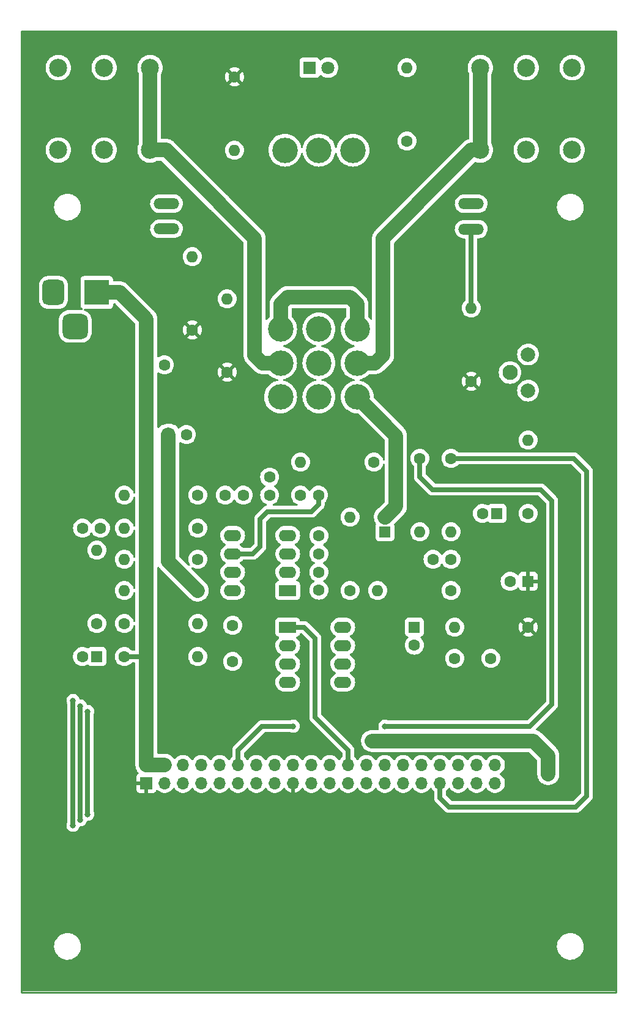
<source format=gbl>
G04 #@! TF.GenerationSoftware,KiCad,Pcbnew,7.0.7-7.0.7~ubuntu20.04.1*
G04 #@! TF.CreationDate,2023-09-11T23:38:31+02:00*
G04 #@! TF.ProjectId,noise-toy,6e6f6973-652d-4746-9f79-2e6b69636164,rev?*
G04 #@! TF.SameCoordinates,Original*
G04 #@! TF.FileFunction,Copper,L2,Bot*
G04 #@! TF.FilePolarity,Positive*
%FSLAX46Y46*%
G04 Gerber Fmt 4.6, Leading zero omitted, Abs format (unit mm)*
G04 Created by KiCad (PCBNEW 7.0.7-7.0.7~ubuntu20.04.1) date 2023-09-11 23:38:31*
%MOMM*%
%LPD*%
G01*
G04 APERTURE LIST*
G04 Aperture macros list*
%AMRoundRect*
0 Rectangle with rounded corners*
0 $1 Rounding radius*
0 $2 $3 $4 $5 $6 $7 $8 $9 X,Y pos of 4 corners*
0 Add a 4 corners polygon primitive as box body*
4,1,4,$2,$3,$4,$5,$6,$7,$8,$9,$2,$3,0*
0 Add four circle primitives for the rounded corners*
1,1,$1+$1,$2,$3*
1,1,$1+$1,$4,$5*
1,1,$1+$1,$6,$7*
1,1,$1+$1,$8,$9*
0 Add four rect primitives between the rounded corners*
20,1,$1+$1,$2,$3,$4,$5,0*
20,1,$1+$1,$4,$5,$6,$7,0*
20,1,$1+$1,$6,$7,$8,$9,0*
20,1,$1+$1,$8,$9,$2,$3,0*%
G04 Aperture macros list end*
G04 #@! TA.AperFunction,ComponentPad*
%ADD10R,1.800000X1.800000*%
G04 #@! TD*
G04 #@! TA.AperFunction,ComponentPad*
%ADD11C,1.800000*%
G04 #@! TD*
G04 #@! TA.AperFunction,ComponentPad*
%ADD12C,2.500000*%
G04 #@! TD*
G04 #@! TA.AperFunction,ComponentPad*
%ADD13R,1.700000X1.700000*%
G04 #@! TD*
G04 #@! TA.AperFunction,ComponentPad*
%ADD14O,1.700000X1.700000*%
G04 #@! TD*
G04 #@! TA.AperFunction,ComponentPad*
%ADD15C,1.600000*%
G04 #@! TD*
G04 #@! TA.AperFunction,ComponentPad*
%ADD16O,1.600000X1.600000*%
G04 #@! TD*
G04 #@! TA.AperFunction,ComponentPad*
%ADD17C,2.000000*%
G04 #@! TD*
G04 #@! TA.AperFunction,ComponentPad*
%ADD18C,2.100000*%
G04 #@! TD*
G04 #@! TA.AperFunction,ComponentPad*
%ADD19C,3.524000*%
G04 #@! TD*
G04 #@! TA.AperFunction,ComponentPad*
%ADD20O,3.524000X1.524000*%
G04 #@! TD*
G04 #@! TA.AperFunction,ComponentPad*
%ADD21R,2.400000X1.600000*%
G04 #@! TD*
G04 #@! TA.AperFunction,ComponentPad*
%ADD22O,2.400000X1.600000*%
G04 #@! TD*
G04 #@! TA.AperFunction,ComponentPad*
%ADD23R,1.600000X1.600000*%
G04 #@! TD*
G04 #@! TA.AperFunction,ComponentPad*
%ADD24R,3.500000X3.500000*%
G04 #@! TD*
G04 #@! TA.AperFunction,ComponentPad*
%ADD25RoundRect,0.750000X-0.750000X-1.000000X0.750000X-1.000000X0.750000X1.000000X-0.750000X1.000000X0*%
G04 #@! TD*
G04 #@! TA.AperFunction,ComponentPad*
%ADD26RoundRect,0.875000X-0.875000X-0.875000X0.875000X-0.875000X0.875000X0.875000X-0.875000X0.875000X0*%
G04 #@! TD*
G04 #@! TA.AperFunction,ViaPad*
%ADD27C,0.800000*%
G04 #@! TD*
G04 #@! TA.AperFunction,Conductor*
%ADD28C,2.032000*%
G04 #@! TD*
G04 #@! TA.AperFunction,Conductor*
%ADD29C,0.635000*%
G04 #@! TD*
G04 #@! TA.AperFunction,Profile*
%ADD30C,0.250000*%
G04 #@! TD*
G04 APERTURE END LIST*
D10*
X133858000Y-37084000D03*
D11*
X136398000Y-37084000D03*
D12*
X111760000Y-48484000D03*
X111760000Y-37084000D03*
X105410000Y-48484000D03*
X105410000Y-37084000D03*
X99060000Y-48484000D03*
X99060000Y-37084000D03*
X157480000Y-37084000D03*
X157480000Y-48484000D03*
X163830000Y-37084000D03*
X163830000Y-48484000D03*
X170180000Y-37084000D03*
X170180000Y-48484000D03*
D13*
X111252000Y-136144000D03*
D14*
X111252000Y-133604000D03*
X113792000Y-136144000D03*
X113792000Y-133604000D03*
X116332000Y-136144000D03*
X116332000Y-133604000D03*
X118872000Y-136144000D03*
X118872000Y-133604000D03*
X121412000Y-136144000D03*
X121412000Y-133604000D03*
X123952000Y-136144000D03*
X123952000Y-133604000D03*
X126492000Y-136144000D03*
X126492000Y-133604000D03*
X129032000Y-136144000D03*
X129032000Y-133604000D03*
X131572000Y-136144000D03*
X131572000Y-133604000D03*
X134112000Y-136144000D03*
X134112000Y-133604000D03*
X136652000Y-136144000D03*
X136652000Y-133604000D03*
X139192000Y-136144000D03*
X139192000Y-133604000D03*
X141732000Y-136144000D03*
X141732000Y-133604000D03*
X144272000Y-136144000D03*
X144272000Y-133604000D03*
X146812000Y-136144000D03*
X146812000Y-133604000D03*
X149352000Y-136144000D03*
X149352000Y-133604000D03*
X151892000Y-136144000D03*
X151892000Y-133604000D03*
X154432000Y-136144000D03*
X154432000Y-133604000D03*
X156972000Y-136144000D03*
X156972000Y-133604000D03*
X159512000Y-136144000D03*
X159512000Y-133604000D03*
D15*
X118364000Y-96266000D03*
D16*
X108204000Y-96266000D03*
D15*
X118364000Y-105156000D03*
D16*
X108204000Y-105156000D03*
D15*
X118364000Y-100838000D03*
D16*
X108204000Y-100838000D03*
D15*
X164084000Y-98806000D03*
D16*
X164084000Y-88646000D03*
D15*
X142748000Y-91694000D03*
D16*
X132588000Y-91694000D03*
D15*
X117602000Y-73406000D03*
D16*
X117602000Y-63246000D03*
D15*
X149098000Y-91186000D03*
D16*
X149098000Y-101346000D03*
D15*
X153416000Y-91186000D03*
D16*
X153416000Y-101346000D03*
D15*
X156210000Y-80518000D03*
D16*
X156210000Y-70358000D03*
D15*
X153416000Y-109474000D03*
D16*
X143256000Y-109474000D03*
D15*
X139446000Y-109474000D03*
D16*
X139446000Y-99314000D03*
D15*
X118364000Y-109474000D03*
D16*
X108204000Y-109474000D03*
D15*
X108204000Y-118618000D03*
D16*
X118364000Y-118618000D03*
D15*
X164084000Y-114554000D03*
D16*
X153924000Y-114554000D03*
D15*
X147320000Y-47244000D03*
D16*
X147320000Y-37084000D03*
D15*
X123444000Y-38354000D03*
D16*
X123444000Y-48514000D03*
D15*
X122428000Y-79248000D03*
D16*
X122428000Y-69088000D03*
D17*
X164084000Y-81788000D03*
D18*
X161584000Y-79288000D03*
D17*
X164084000Y-76788000D03*
D19*
X140428000Y-82678000D03*
X140428000Y-77978000D03*
X140428000Y-73278000D03*
X135128000Y-82678000D03*
X135128000Y-77978000D03*
X135128000Y-73278000D03*
X129828000Y-82678000D03*
X129828000Y-77978000D03*
X129828000Y-73278000D03*
D20*
X114046000Y-59408000D03*
X114046000Y-55908000D03*
X156210000Y-59436000D03*
X156210000Y-55936000D03*
D19*
X130428000Y-48514000D03*
X135128000Y-48514000D03*
X139828000Y-48514000D03*
D21*
X130810000Y-109474000D03*
D22*
X130810000Y-106934000D03*
X130810000Y-104394000D03*
X130810000Y-101854000D03*
X123190000Y-101854000D03*
X123190000Y-104394000D03*
X123190000Y-106934000D03*
X123190000Y-109474000D03*
D21*
X130810000Y-114554000D03*
D22*
X130810000Y-117094000D03*
X130810000Y-119634000D03*
X130810000Y-122174000D03*
X138430000Y-122174000D03*
X138430000Y-119634000D03*
X138430000Y-117094000D03*
X138430000Y-114554000D03*
D15*
X122174000Y-96266000D03*
X124674000Y-96266000D03*
X104902000Y-100838000D03*
X102402000Y-100838000D03*
D23*
X159766000Y-98806000D03*
D15*
X157766000Y-98806000D03*
X128310000Y-96266000D03*
X128310000Y-93766000D03*
X132588000Y-96266000D03*
X135088000Y-96266000D03*
X153416000Y-105156000D03*
X150916000Y-105156000D03*
X135128000Y-104394000D03*
X135128000Y-101894000D03*
X135128000Y-106934000D03*
X135128000Y-109434000D03*
D23*
X144272000Y-101346000D03*
D15*
X144272000Y-99346000D03*
D23*
X111252000Y-78232000D03*
D15*
X113752000Y-78232000D03*
D23*
X114300000Y-87884000D03*
D15*
X116800000Y-87884000D03*
D23*
X164084000Y-108204000D03*
D15*
X161584000Y-108204000D03*
D23*
X148336000Y-114554000D03*
D15*
X148336000Y-117054000D03*
D23*
X104394000Y-118618000D03*
D15*
X102394000Y-118618000D03*
X104394000Y-114046000D03*
D16*
X104394000Y-103886000D03*
D15*
X108204000Y-114046000D03*
D16*
X118364000Y-114046000D03*
D15*
X123190000Y-114300000D03*
X123190000Y-119300000D03*
X153924000Y-118872000D03*
X158924000Y-118872000D03*
D24*
X104394000Y-68198000D03*
D25*
X98394000Y-68198000D03*
D26*
X101394000Y-72898000D03*
D27*
X166878000Y-133858000D03*
X166878000Y-134874000D03*
X152400000Y-130302000D03*
X144526000Y-130302000D03*
X153416000Y-130302000D03*
X166878000Y-132842000D03*
X142494000Y-130302000D03*
X143510000Y-130302000D03*
X121412000Y-55880000D03*
X144018000Y-60706000D03*
X106934000Y-86614000D03*
X111252000Y-82296000D03*
X144272000Y-128270000D03*
X131572000Y-128270000D03*
X103124000Y-126238000D03*
X103124000Y-140462000D03*
X102108000Y-125476000D03*
X102108000Y-141224000D03*
X101092000Y-124714000D03*
X101092000Y-141986000D03*
D28*
X142494000Y-130302000D02*
X143510000Y-130302000D01*
X143510000Y-130302000D02*
X144526000Y-130302000D01*
X166878000Y-134874000D02*
X166878000Y-134874000D01*
X166878000Y-133858000D02*
X166878000Y-134874000D01*
X166878000Y-132842000D02*
X166878000Y-133858000D01*
X153924000Y-130302000D02*
X164846000Y-130302000D01*
X152908000Y-130302000D02*
X153416000Y-130302000D01*
X152146000Y-130302000D02*
X152400000Y-130302000D01*
X153416000Y-130302000D02*
X153924000Y-130302000D01*
X152400000Y-130302000D02*
X152908000Y-130302000D01*
X165862000Y-131318000D02*
X166878000Y-132334000D01*
X164846000Y-130302000D02*
X165862000Y-131318000D01*
X166878000Y-132334000D02*
X166878000Y-132842000D01*
X142494000Y-130302000D02*
X142494000Y-130302000D01*
X144526000Y-130302000D02*
X152146000Y-130302000D01*
X111760000Y-48484000D02*
X111760000Y-37084000D01*
X126238000Y-76879844D02*
X126238000Y-60706000D01*
X114046000Y-48484000D02*
X121412000Y-55850000D01*
X127336156Y-77978000D02*
X126238000Y-76879844D01*
X121412000Y-55850000D02*
X121412000Y-55880000D01*
X129828000Y-77978000D02*
X127336156Y-77978000D01*
X121412000Y-55880000D02*
X126238000Y-60706000D01*
X114046000Y-48484000D02*
X111760000Y-48484000D01*
X156210000Y-48484000D02*
X157480000Y-48484000D01*
X148844000Y-55850000D02*
X148844000Y-55880000D01*
X148844000Y-55880000D02*
X144018000Y-60706000D01*
X156210000Y-48484000D02*
X148844000Y-55850000D01*
X142919844Y-77978000D02*
X144018000Y-76879844D01*
X144018000Y-76879844D02*
X144018000Y-60706000D01*
X140428000Y-77978000D02*
X142919844Y-77978000D01*
X157480000Y-48484000D02*
X157480000Y-37084000D01*
D29*
X111252000Y-118872000D02*
X110998000Y-118618000D01*
D28*
X111252000Y-133604000D02*
X113792000Y-133604000D01*
X111252000Y-78232000D02*
X111252000Y-80264000D01*
X104394000Y-68198000D02*
X107568000Y-68198000D01*
X111252000Y-118872000D02*
X111252000Y-80264000D01*
X107568000Y-68198000D02*
X111252000Y-71882000D01*
X111252000Y-133604000D02*
X111252000Y-118872000D01*
D29*
X110998000Y-118618000D02*
X108204000Y-118618000D01*
D28*
X111252000Y-71882000D02*
X111252000Y-78232000D01*
D29*
X131572000Y-128270000D02*
X131572000Y-128270000D01*
X144272000Y-128270000D02*
X164338000Y-128270000D01*
X164338000Y-128270000D02*
X167386000Y-125222000D01*
X165862000Y-95504000D02*
X150876000Y-95504000D01*
X149098000Y-93726000D02*
X149098000Y-91186000D01*
X123952000Y-133604000D02*
X123952000Y-132401919D01*
X127254000Y-128270000D02*
X130810000Y-128270000D01*
X124460000Y-131064000D02*
X124714000Y-130810000D01*
X130810000Y-128270000D02*
X131572000Y-128270000D01*
X124206000Y-131318000D02*
X124460000Y-131064000D01*
X123952000Y-131572000D02*
X124206000Y-131318000D01*
X123952000Y-132401919D02*
X123952000Y-131572000D01*
X124460000Y-131064000D02*
X127254000Y-128270000D01*
X167386000Y-125222000D02*
X167386000Y-97028000D01*
X167386000Y-97028000D02*
X165862000Y-95504000D01*
X150876000Y-95504000D02*
X149098000Y-93726000D01*
X103124000Y-140462000D02*
X103124000Y-130556000D01*
X103124000Y-130556000D02*
X103124000Y-126238000D01*
X102108000Y-141224000D02*
X102108000Y-130556000D01*
X102108000Y-125476000D02*
X102108000Y-130556000D01*
X101092000Y-130556000D02*
X101092000Y-141986000D01*
X101092000Y-124714000D02*
X101092000Y-130556000D01*
X133096000Y-114554000D02*
X130810000Y-114554000D01*
X139192000Y-131572000D02*
X134620000Y-127000000D01*
X134620000Y-116078000D02*
X133096000Y-114554000D01*
X139192000Y-133604000D02*
X139192000Y-131572000D01*
X134620000Y-127000000D02*
X134620000Y-116078000D01*
X164338000Y-139446000D02*
X168656000Y-139446000D01*
X172212000Y-137922000D02*
X172212000Y-92964000D01*
X170688000Y-139446000D02*
X172212000Y-137922000D01*
X170434000Y-91186000D02*
X153416000Y-91186000D01*
X172212000Y-92964000D02*
X170434000Y-91186000D01*
X153162000Y-139446000D02*
X164338000Y-139446000D01*
X168656000Y-139446000D02*
X170688000Y-139446000D01*
X151892000Y-136144000D02*
X151892000Y-138176000D01*
X168656000Y-139446000D02*
X169926000Y-139446000D01*
X164338000Y-139446000D02*
X165862000Y-139446000D01*
X151892000Y-138176000D02*
X153162000Y-139446000D01*
X156210000Y-70358000D02*
X156210000Y-59436000D01*
X123190000Y-104394000D02*
X125984000Y-104394000D01*
X135088000Y-96266000D02*
X135088000Y-97576000D01*
X135088000Y-97576000D02*
X134112000Y-98552000D01*
X127000000Y-99568000D02*
X128016000Y-98552000D01*
X128016000Y-98552000D02*
X134112000Y-98552000D01*
X127000000Y-103378000D02*
X127000000Y-99568000D01*
X125984000Y-104394000D02*
X127000000Y-103378000D01*
D28*
X114300000Y-105410000D02*
X118364000Y-109474000D01*
X114300000Y-87884000D02*
X114300000Y-105410000D01*
X144288001Y-99329999D02*
X144272000Y-99329999D01*
X145796000Y-97822000D02*
X144288001Y-99329999D01*
X144618000Y-86868000D02*
X145796000Y-88046000D01*
X145796000Y-88046000D02*
X145796000Y-97822000D01*
X140428000Y-82678000D02*
X144618000Y-86868000D01*
X139446000Y-68834000D02*
X130810000Y-68834000D01*
X130810000Y-68834000D02*
X129828000Y-69816000D01*
X129828000Y-69816000D02*
X129828000Y-73278000D01*
X140428000Y-73278000D02*
X140428000Y-69816000D01*
X140428000Y-69816000D02*
X139446000Y-68834000D01*
G04 #@! TA.AperFunction,Conductor*
G36*
X176092621Y-32149502D02*
G01*
X176139114Y-32203158D01*
X176150500Y-32255500D01*
X176150500Y-164848500D01*
X176130498Y-164916621D01*
X176076842Y-164963114D01*
X176024500Y-164974500D01*
X94231500Y-164974500D01*
X94163379Y-164954498D01*
X94116886Y-164900842D01*
X94105500Y-164848500D01*
X94105500Y-158817765D01*
X98475788Y-158817765D01*
X98505412Y-159087014D01*
X98573928Y-159349090D01*
X98679869Y-159598389D01*
X98679870Y-159598390D01*
X98820982Y-159829610D01*
X98994255Y-160037820D01*
X99195998Y-160218582D01*
X99421910Y-160368044D01*
X99667176Y-160483020D01*
X99926569Y-160561060D01*
X99926572Y-160561060D01*
X99926574Y-160561061D01*
X100194557Y-160600500D01*
X100194561Y-160600500D01*
X100397633Y-160600500D01*
X100432363Y-160597957D01*
X100600156Y-160585677D01*
X100600160Y-160585676D01*
X100600161Y-160585676D01*
X100710665Y-160561060D01*
X100864553Y-160526780D01*
X101117558Y-160430014D01*
X101353777Y-160297441D01*
X101568177Y-160131888D01*
X101756186Y-159936881D01*
X101913799Y-159716579D01*
X102037656Y-159475675D01*
X102125118Y-159219305D01*
X102174319Y-158952933D01*
X102179259Y-158817765D01*
X168071788Y-158817765D01*
X168101412Y-159087014D01*
X168169928Y-159349090D01*
X168275869Y-159598389D01*
X168275870Y-159598390D01*
X168416982Y-159829610D01*
X168590255Y-160037820D01*
X168791998Y-160218582D01*
X169017910Y-160368044D01*
X169263176Y-160483020D01*
X169522569Y-160561060D01*
X169522572Y-160561060D01*
X169522574Y-160561061D01*
X169790557Y-160600500D01*
X169790561Y-160600500D01*
X169993633Y-160600500D01*
X170028363Y-160597957D01*
X170196156Y-160585677D01*
X170196160Y-160585676D01*
X170196161Y-160585676D01*
X170306665Y-160561060D01*
X170460553Y-160526780D01*
X170713558Y-160430014D01*
X170949777Y-160297441D01*
X171164177Y-160131888D01*
X171352186Y-159936881D01*
X171509799Y-159716579D01*
X171633656Y-159475675D01*
X171721118Y-159219305D01*
X171770319Y-158952933D01*
X171780212Y-158682235D01*
X171765338Y-158547058D01*
X171750587Y-158412985D01*
X171682071Y-158150909D01*
X171576130Y-157901610D01*
X171576129Y-157901609D01*
X171435018Y-157670390D01*
X171261745Y-157462180D01*
X171261741Y-157462177D01*
X171261740Y-157462175D01*
X171060012Y-157281427D01*
X171060002Y-157281418D01*
X170834090Y-157131956D01*
X170588824Y-157016980D01*
X170431392Y-156969615D01*
X170329425Y-156938938D01*
X170061442Y-156899500D01*
X170061439Y-156899500D01*
X169858369Y-156899500D01*
X169858367Y-156899500D01*
X169655839Y-156914323D01*
X169655838Y-156914323D01*
X169391456Y-156973217D01*
X169391441Y-156973222D01*
X169138441Y-157069986D01*
X168902229Y-157202555D01*
X168902225Y-157202557D01*
X168687818Y-157368116D01*
X168499815Y-157563117D01*
X168499810Y-157563123D01*
X168342203Y-157783417D01*
X168342196Y-157783427D01*
X168218343Y-158024324D01*
X168218342Y-158024327D01*
X168130883Y-158280689D01*
X168130880Y-158280702D01*
X168081681Y-158547058D01*
X168081680Y-158547069D01*
X168071788Y-158817765D01*
X102179259Y-158817765D01*
X102184212Y-158682235D01*
X102169338Y-158547058D01*
X102154587Y-158412985D01*
X102086071Y-158150909D01*
X101980130Y-157901610D01*
X101839018Y-157670390D01*
X101665745Y-157462180D01*
X101665741Y-157462177D01*
X101665740Y-157462175D01*
X101464012Y-157281427D01*
X101464002Y-157281418D01*
X101238090Y-157131956D01*
X100992824Y-157016980D01*
X100835392Y-156969615D01*
X100733425Y-156938938D01*
X100465442Y-156899500D01*
X100465439Y-156899500D01*
X100262369Y-156899500D01*
X100262367Y-156899500D01*
X100059839Y-156914323D01*
X100059838Y-156914323D01*
X99795456Y-156973217D01*
X99795441Y-156973222D01*
X99542441Y-157069986D01*
X99306229Y-157202555D01*
X99306225Y-157202557D01*
X99091818Y-157368116D01*
X98903815Y-157563117D01*
X98903810Y-157563123D01*
X98746203Y-157783417D01*
X98746196Y-157783427D01*
X98622343Y-158024324D01*
X98622342Y-158024327D01*
X98534883Y-158280689D01*
X98534880Y-158280702D01*
X98485681Y-158547058D01*
X98485680Y-158547069D01*
X98475788Y-158817765D01*
X94105500Y-158817765D01*
X94105500Y-141985999D01*
X100178496Y-141985999D01*
X100198457Y-142175927D01*
X100212636Y-142219563D01*
X100257473Y-142357556D01*
X100257476Y-142357561D01*
X100352958Y-142522941D01*
X100352965Y-142522951D01*
X100480744Y-142664864D01*
X100480747Y-142664866D01*
X100635248Y-142777118D01*
X100809712Y-142854794D01*
X100996513Y-142894500D01*
X101187487Y-142894500D01*
X101374288Y-142854794D01*
X101548752Y-142777118D01*
X101703253Y-142664866D01*
X101831040Y-142522944D01*
X101926527Y-142357556D01*
X101971364Y-142219562D01*
X102011438Y-142160958D01*
X102076835Y-142133321D01*
X102091197Y-142132500D01*
X102203487Y-142132500D01*
X102390288Y-142092794D01*
X102564752Y-142015118D01*
X102719253Y-141902866D01*
X102847040Y-141760944D01*
X102942527Y-141595556D01*
X102987364Y-141457562D01*
X103027438Y-141398958D01*
X103092835Y-141371321D01*
X103107197Y-141370500D01*
X103219487Y-141370500D01*
X103406288Y-141330794D01*
X103580752Y-141253118D01*
X103735253Y-141140866D01*
X103863040Y-140998944D01*
X103958527Y-140833556D01*
X104017542Y-140651928D01*
X104037504Y-140462000D01*
X104019440Y-140290134D01*
X104017542Y-140272071D01*
X103956487Y-140084164D01*
X103958300Y-140083574D01*
X103950000Y-140044509D01*
X103950000Y-126655489D01*
X103958307Y-126616427D01*
X103956486Y-126615836D01*
X103959790Y-126605669D01*
X104017542Y-126427928D01*
X104037504Y-126238000D01*
X104017542Y-126048072D01*
X103958527Y-125866444D01*
X103863040Y-125701056D01*
X103863038Y-125701054D01*
X103863034Y-125701048D01*
X103735255Y-125559135D01*
X103580752Y-125446882D01*
X103406288Y-125369206D01*
X103219487Y-125329500D01*
X103107197Y-125329500D01*
X103039076Y-125309498D01*
X102992583Y-125255842D01*
X102987364Y-125242437D01*
X102984363Y-125233200D01*
X102942527Y-125104444D01*
X102847040Y-124939056D01*
X102847038Y-124939054D01*
X102847034Y-124939048D01*
X102719255Y-124797135D01*
X102564752Y-124684882D01*
X102390288Y-124607206D01*
X102203487Y-124567500D01*
X102091197Y-124567500D01*
X102023076Y-124547498D01*
X101976583Y-124493842D01*
X101971364Y-124480437D01*
X101926527Y-124342444D01*
X101831040Y-124177056D01*
X101831038Y-124177054D01*
X101831034Y-124177048D01*
X101703255Y-124035135D01*
X101548752Y-123922882D01*
X101374288Y-123845206D01*
X101187487Y-123805500D01*
X100996513Y-123805500D01*
X100809711Y-123845206D01*
X100635247Y-123922882D01*
X100480744Y-124035135D01*
X100352965Y-124177048D01*
X100352958Y-124177058D01*
X100257476Y-124342438D01*
X100257473Y-124342445D01*
X100198457Y-124524072D01*
X100178496Y-124714000D01*
X100198457Y-124903927D01*
X100259514Y-125091836D01*
X100257692Y-125092427D01*
X100266000Y-125131489D01*
X100266000Y-130466167D01*
X100265999Y-141568509D01*
X100257720Y-141607581D01*
X100259513Y-141608164D01*
X100198457Y-141796071D01*
X100178496Y-141985999D01*
X94105500Y-141985999D01*
X94105500Y-118618000D01*
X101080502Y-118618000D01*
X101100457Y-118846087D01*
X101134670Y-118973771D01*
X101159715Y-119067240D01*
X101159717Y-119067246D01*
X101256477Y-119274749D01*
X101289032Y-119321243D01*
X101387802Y-119462300D01*
X101549700Y-119624198D01*
X101737251Y-119755523D01*
X101944757Y-119852284D01*
X102165913Y-119911543D01*
X102394000Y-119931498D01*
X102622087Y-119911543D01*
X102843243Y-119852284D01*
X103050749Y-119755523D01*
X103056207Y-119751700D01*
X103123477Y-119729011D01*
X103192338Y-119746293D01*
X103224335Y-119774919D01*
X103224366Y-119774889D01*
X103224916Y-119775439D01*
X103229349Y-119779405D01*
X103230738Y-119781260D01*
X103347792Y-119868887D01*
X103347794Y-119868888D01*
X103347796Y-119868889D01*
X103372760Y-119878200D01*
X103484795Y-119919988D01*
X103484803Y-119919990D01*
X103545350Y-119926499D01*
X103545355Y-119926499D01*
X103545362Y-119926500D01*
X103545368Y-119926500D01*
X105242632Y-119926500D01*
X105242638Y-119926500D01*
X105242645Y-119926499D01*
X105242649Y-119926499D01*
X105303196Y-119919990D01*
X105303199Y-119919989D01*
X105303201Y-119919989D01*
X105440204Y-119868889D01*
X105449291Y-119862087D01*
X105557261Y-119781261D01*
X105644887Y-119664207D01*
X105644887Y-119664206D01*
X105644889Y-119664204D01*
X105695989Y-119527201D01*
X105700967Y-119480904D01*
X105702499Y-119466649D01*
X105702500Y-119466632D01*
X105702500Y-117769367D01*
X105702499Y-117769350D01*
X105695990Y-117708803D01*
X105695988Y-117708795D01*
X105659811Y-117611804D01*
X105644889Y-117571796D01*
X105644888Y-117571794D01*
X105644887Y-117571792D01*
X105557261Y-117454738D01*
X105440207Y-117367112D01*
X105440202Y-117367110D01*
X105303204Y-117316011D01*
X105303196Y-117316009D01*
X105242649Y-117309500D01*
X105242638Y-117309500D01*
X103545362Y-117309500D01*
X103545350Y-117309500D01*
X103484803Y-117316009D01*
X103484795Y-117316011D01*
X103347797Y-117367110D01*
X103347792Y-117367112D01*
X103230739Y-117454738D01*
X103229344Y-117456602D01*
X103227479Y-117457997D01*
X103224367Y-117461110D01*
X103223919Y-117460662D01*
X103172506Y-117499145D01*
X103101690Y-117504206D01*
X103056209Y-117484300D01*
X103050749Y-117480477D01*
X102843246Y-117383717D01*
X102843240Y-117383715D01*
X102749771Y-117358670D01*
X102622087Y-117324457D01*
X102394000Y-117304502D01*
X102165913Y-117324457D01*
X101944759Y-117383715D01*
X101944753Y-117383717D01*
X101737250Y-117480477D01*
X101549703Y-117611799D01*
X101549697Y-117611804D01*
X101387804Y-117773697D01*
X101387799Y-117773703D01*
X101256477Y-117961250D01*
X101159717Y-118168753D01*
X101159715Y-118168759D01*
X101106463Y-118367497D01*
X101100457Y-118389913D01*
X101080502Y-118618000D01*
X94105500Y-118618000D01*
X94105500Y-114046000D01*
X103080502Y-114046000D01*
X103100457Y-114274087D01*
X103118130Y-114340043D01*
X103159715Y-114495240D01*
X103159717Y-114495246D01*
X103256477Y-114702749D01*
X103312029Y-114782086D01*
X103387802Y-114890300D01*
X103549700Y-115052198D01*
X103737251Y-115183523D01*
X103944757Y-115280284D01*
X104165913Y-115339543D01*
X104394000Y-115359498D01*
X104622087Y-115339543D01*
X104843243Y-115280284D01*
X105050749Y-115183523D01*
X105238300Y-115052198D01*
X105400198Y-114890300D01*
X105531523Y-114702749D01*
X105628284Y-114495243D01*
X105687543Y-114274087D01*
X105707498Y-114046000D01*
X105687543Y-113817913D01*
X105628284Y-113596757D01*
X105531523Y-113389251D01*
X105400198Y-113201700D01*
X105238300Y-113039802D01*
X105050749Y-112908477D01*
X105050748Y-112908476D01*
X104843246Y-112811717D01*
X104843240Y-112811715D01*
X104749771Y-112786670D01*
X104622087Y-112752457D01*
X104394000Y-112732502D01*
X104165913Y-112752457D01*
X103944759Y-112811715D01*
X103944753Y-112811717D01*
X103737250Y-112908477D01*
X103549703Y-113039799D01*
X103549697Y-113039804D01*
X103387804Y-113201697D01*
X103387799Y-113201703D01*
X103256477Y-113389250D01*
X103159717Y-113596753D01*
X103159715Y-113596759D01*
X103108692Y-113787181D01*
X103100457Y-113817913D01*
X103080502Y-114046000D01*
X94105500Y-114046000D01*
X94105500Y-103886000D01*
X103080502Y-103886000D01*
X103100457Y-104114087D01*
X103114344Y-104165913D01*
X103159715Y-104335240D01*
X103159717Y-104335246D01*
X103256477Y-104542749D01*
X103312029Y-104622086D01*
X103387802Y-104730300D01*
X103549700Y-104892198D01*
X103737251Y-105023523D01*
X103944757Y-105120284D01*
X104165913Y-105179543D01*
X104394000Y-105199498D01*
X104622087Y-105179543D01*
X104843243Y-105120284D01*
X105050749Y-105023523D01*
X105238300Y-104892198D01*
X105400198Y-104730300D01*
X105531523Y-104542749D01*
X105628284Y-104335243D01*
X105687543Y-104114087D01*
X105707498Y-103886000D01*
X105687543Y-103657913D01*
X105628284Y-103436757D01*
X105531523Y-103229251D01*
X105400198Y-103041700D01*
X105238300Y-102879802D01*
X105210298Y-102860195D01*
X105050749Y-102748477D01*
X104843246Y-102651717D01*
X104843240Y-102651715D01*
X104749771Y-102626670D01*
X104622087Y-102592457D01*
X104394000Y-102572502D01*
X104165913Y-102592457D01*
X103944759Y-102651715D01*
X103944753Y-102651717D01*
X103737250Y-102748477D01*
X103549703Y-102879799D01*
X103549697Y-102879804D01*
X103387804Y-103041697D01*
X103387799Y-103041703D01*
X103256477Y-103229250D01*
X103159717Y-103436753D01*
X103159715Y-103436759D01*
X103100457Y-103657913D01*
X103085798Y-103825472D01*
X103080502Y-103886000D01*
X94105500Y-103886000D01*
X94105500Y-100838000D01*
X101088502Y-100838000D01*
X101108457Y-101066087D01*
X101116021Y-101094315D01*
X101167715Y-101287240D01*
X101167717Y-101287246D01*
X101264477Y-101494749D01*
X101384327Y-101665913D01*
X101395802Y-101682300D01*
X101557700Y-101844198D01*
X101745251Y-101975523D01*
X101952757Y-102072284D01*
X102173913Y-102131543D01*
X102402000Y-102151498D01*
X102630087Y-102131543D01*
X102851243Y-102072284D01*
X103058749Y-101975523D01*
X103246300Y-101844198D01*
X103408198Y-101682300D01*
X103539523Y-101494749D01*
X103539523Y-101494748D01*
X103539525Y-101494746D01*
X103542274Y-101489985D01*
X103544245Y-101491122D01*
X103584713Y-101445154D01*
X103652989Y-101425687D01*
X103720951Y-101446223D01*
X103759822Y-101491083D01*
X103761726Y-101489985D01*
X103764474Y-101494746D01*
X103895799Y-101682296D01*
X103895802Y-101682300D01*
X104057700Y-101844198D01*
X104245251Y-101975523D01*
X104452757Y-102072284D01*
X104673913Y-102131543D01*
X104902000Y-102151498D01*
X105130087Y-102131543D01*
X105351243Y-102072284D01*
X105558749Y-101975523D01*
X105746300Y-101844198D01*
X105908198Y-101682300D01*
X106039523Y-101494749D01*
X106136284Y-101287243D01*
X106195543Y-101066087D01*
X106215498Y-100838000D01*
X106195543Y-100609913D01*
X106136284Y-100388757D01*
X106039523Y-100181251D01*
X105908198Y-99993700D01*
X105746300Y-99831802D01*
X105718298Y-99812195D01*
X105558749Y-99700477D01*
X105351246Y-99603717D01*
X105351240Y-99603715D01*
X105257771Y-99578670D01*
X105130087Y-99544457D01*
X104902000Y-99524502D01*
X104901999Y-99524502D01*
X104673913Y-99544457D01*
X104452759Y-99603715D01*
X104452753Y-99603717D01*
X104245250Y-99700477D01*
X104057703Y-99831799D01*
X104057697Y-99831804D01*
X103895804Y-99993697D01*
X103895799Y-99993703D01*
X103764474Y-100181253D01*
X103761726Y-100186015D01*
X103759761Y-100184880D01*
X103719255Y-100230865D01*
X103650974Y-100250312D01*
X103583018Y-100229756D01*
X103544168Y-100184921D01*
X103542274Y-100186015D01*
X103539525Y-100181253D01*
X103408200Y-99993703D01*
X103408195Y-99993697D01*
X103246302Y-99831804D01*
X103246296Y-99831799D01*
X103058749Y-99700477D01*
X102851246Y-99603717D01*
X102851240Y-99603715D01*
X102757771Y-99578670D01*
X102630087Y-99544457D01*
X102402000Y-99524502D01*
X102173913Y-99544457D01*
X101952759Y-99603715D01*
X101952753Y-99603717D01*
X101745250Y-99700477D01*
X101557703Y-99831799D01*
X101557697Y-99831804D01*
X101395804Y-99993697D01*
X101395799Y-99993703D01*
X101264477Y-100181250D01*
X101167717Y-100388753D01*
X101167715Y-100388759D01*
X101121709Y-100560457D01*
X101108457Y-100609913D01*
X101088502Y-100838000D01*
X94105500Y-100838000D01*
X94105500Y-71928829D01*
X99135500Y-71928829D01*
X99135501Y-73867170D01*
X99138311Y-73920092D01*
X99165853Y-74062501D01*
X99183031Y-74151317D01*
X99266182Y-74371652D01*
X99266184Y-74371657D01*
X99385373Y-74574766D01*
X99537180Y-74754819D01*
X99717233Y-74906626D01*
X99920342Y-75025815D01*
X99920344Y-75025816D01*
X99920348Y-75025818D01*
X100140686Y-75108970D01*
X100371908Y-75153689D01*
X100424829Y-75156500D01*
X100424833Y-75156499D01*
X100424834Y-75156500D01*
X101231274Y-75156499D01*
X102363170Y-75156499D01*
X102416092Y-75153689D01*
X102647314Y-75108970D01*
X102867652Y-75025818D01*
X103070768Y-74906625D01*
X103250819Y-74754819D01*
X103402625Y-74574768D01*
X103521818Y-74371652D01*
X103604970Y-74151314D01*
X103649689Y-73920092D01*
X103652500Y-73867171D01*
X103652499Y-71928830D01*
X103649689Y-71875908D01*
X103604970Y-71644686D01*
X103521818Y-71424348D01*
X103521816Y-71424344D01*
X103521815Y-71424342D01*
X103402626Y-71221233D01*
X103250819Y-71041180D01*
X103070766Y-70889373D01*
X102867657Y-70770184D01*
X102867652Y-70770182D01*
X102682702Y-70700385D01*
X102626031Y-70657619D01*
X102601477Y-70591003D01*
X102616836Y-70521688D01*
X102667232Y-70471680D01*
X102727190Y-70456500D01*
X106192632Y-70456500D01*
X106192638Y-70456500D01*
X106192645Y-70456499D01*
X106192649Y-70456499D01*
X106253196Y-70449990D01*
X106253199Y-70449989D01*
X106253201Y-70449989D01*
X106259958Y-70447469D01*
X106272045Y-70442960D01*
X106390204Y-70398889D01*
X106401172Y-70390679D01*
X106507261Y-70311261D01*
X106594887Y-70194207D01*
X106594887Y-70194206D01*
X106594889Y-70194204D01*
X106645989Y-70057201D01*
X106652500Y-69996638D01*
X106652500Y-69848500D01*
X106672502Y-69780379D01*
X106726158Y-69733886D01*
X106778500Y-69722500D01*
X106884341Y-69722500D01*
X106952462Y-69742502D01*
X106973436Y-69759405D01*
X109690595Y-72476564D01*
X109724621Y-72538876D01*
X109727500Y-72565659D01*
X109727500Y-95939060D01*
X109707498Y-96007181D01*
X109653842Y-96053674D01*
X109583568Y-96063778D01*
X109518988Y-96034284D01*
X109480604Y-95974558D01*
X109479793Y-95971671D01*
X109471055Y-95939060D01*
X109438284Y-95816757D01*
X109341523Y-95609251D01*
X109210198Y-95421700D01*
X109048300Y-95259802D01*
X108860749Y-95128477D01*
X108763838Y-95083287D01*
X108653246Y-95031717D01*
X108653240Y-95031715D01*
X108535938Y-95000284D01*
X108432087Y-94972457D01*
X108204000Y-94952502D01*
X107975913Y-94972457D01*
X107754759Y-95031715D01*
X107754753Y-95031717D01*
X107547250Y-95128477D01*
X107359703Y-95259799D01*
X107359697Y-95259804D01*
X107197804Y-95421697D01*
X107197799Y-95421703D01*
X107066477Y-95609250D01*
X106969717Y-95816753D01*
X106969715Y-95816759D01*
X106927433Y-95974558D01*
X106910457Y-96037913D01*
X106890502Y-96266000D01*
X106910457Y-96494087D01*
X106914038Y-96507451D01*
X106969715Y-96715240D01*
X106969717Y-96715246D01*
X107066477Y-96922749D01*
X107163690Y-97061584D01*
X107197802Y-97110300D01*
X107359700Y-97272198D01*
X107547251Y-97403523D01*
X107754757Y-97500284D01*
X107975913Y-97559543D01*
X108204000Y-97579498D01*
X108432087Y-97559543D01*
X108653243Y-97500284D01*
X108860749Y-97403523D01*
X109048300Y-97272198D01*
X109210198Y-97110300D01*
X109341523Y-96922749D01*
X109438284Y-96715243D01*
X109479794Y-96560326D01*
X109516745Y-96499705D01*
X109580605Y-96468684D01*
X109651100Y-96477112D01*
X109705847Y-96522315D01*
X109727464Y-96589940D01*
X109727500Y-96592939D01*
X109727500Y-100511060D01*
X109707498Y-100579181D01*
X109653842Y-100625674D01*
X109583568Y-100635778D01*
X109518988Y-100606284D01*
X109480604Y-100546558D01*
X109479793Y-100543671D01*
X109467386Y-100497367D01*
X109438284Y-100388757D01*
X109341523Y-100181251D01*
X109210198Y-99993700D01*
X109048300Y-99831802D01*
X109020298Y-99812195D01*
X108860749Y-99700477D01*
X108653246Y-99603717D01*
X108653240Y-99603715D01*
X108559771Y-99578670D01*
X108432087Y-99544457D01*
X108204000Y-99524502D01*
X107975913Y-99544457D01*
X107754759Y-99603715D01*
X107754753Y-99603717D01*
X107547250Y-99700477D01*
X107359703Y-99831799D01*
X107359697Y-99831804D01*
X107197804Y-99993697D01*
X107197799Y-99993703D01*
X107066477Y-100181250D01*
X106969717Y-100388753D01*
X106969715Y-100388759D01*
X106923709Y-100560457D01*
X106910457Y-100609913D01*
X106890502Y-100838000D01*
X106910457Y-101066087D01*
X106918021Y-101094315D01*
X106969715Y-101287240D01*
X106969717Y-101287246D01*
X107066477Y-101494749D01*
X107186327Y-101665913D01*
X107197802Y-101682300D01*
X107359700Y-101844198D01*
X107547251Y-101975523D01*
X107754757Y-102072284D01*
X107975913Y-102131543D01*
X108204000Y-102151498D01*
X108432087Y-102131543D01*
X108653243Y-102072284D01*
X108860749Y-101975523D01*
X109048300Y-101844198D01*
X109210198Y-101682300D01*
X109341523Y-101494749D01*
X109438284Y-101287243D01*
X109479794Y-101132326D01*
X109516745Y-101071705D01*
X109580605Y-101040684D01*
X109651100Y-101049112D01*
X109705847Y-101094315D01*
X109727464Y-101161940D01*
X109727500Y-101164939D01*
X109727500Y-104829060D01*
X109707498Y-104897181D01*
X109653842Y-104943674D01*
X109583568Y-104953778D01*
X109518988Y-104924284D01*
X109480604Y-104864558D01*
X109479793Y-104861671D01*
X109474856Y-104843246D01*
X109438284Y-104706757D01*
X109341523Y-104499251D01*
X109210198Y-104311700D01*
X109048300Y-104149802D01*
X108997292Y-104114086D01*
X108860749Y-104018477D01*
X108653246Y-103921717D01*
X108653240Y-103921715D01*
X108519946Y-103885999D01*
X108432087Y-103862457D01*
X108204000Y-103842502D01*
X107975913Y-103862457D01*
X107754759Y-103921715D01*
X107754753Y-103921717D01*
X107547250Y-104018477D01*
X107359703Y-104149799D01*
X107359697Y-104149804D01*
X107197804Y-104311697D01*
X107197799Y-104311703D01*
X107066477Y-104499250D01*
X106969717Y-104706753D01*
X106969715Y-104706759D01*
X106927433Y-104864558D01*
X106910457Y-104927913D01*
X106890502Y-105156000D01*
X106910457Y-105384087D01*
X106918021Y-105412315D01*
X106969715Y-105605240D01*
X106969717Y-105605246D01*
X107066477Y-105812749D01*
X107194696Y-105995865D01*
X107197802Y-106000300D01*
X107359700Y-106162198D01*
X107547251Y-106293523D01*
X107754757Y-106390284D01*
X107975913Y-106449543D01*
X108204000Y-106469498D01*
X108432087Y-106449543D01*
X108653243Y-106390284D01*
X108860749Y-106293523D01*
X109048300Y-106162198D01*
X109210198Y-106000300D01*
X109341523Y-105812749D01*
X109438284Y-105605243D01*
X109479794Y-105450326D01*
X109516745Y-105389705D01*
X109580605Y-105358684D01*
X109651100Y-105367112D01*
X109705847Y-105412315D01*
X109727464Y-105479940D01*
X109727500Y-105482939D01*
X109727500Y-109147060D01*
X109707498Y-109215181D01*
X109653842Y-109261674D01*
X109583568Y-109271778D01*
X109518988Y-109242284D01*
X109480604Y-109182558D01*
X109479793Y-109179671D01*
X109471055Y-109147060D01*
X109438284Y-109024757D01*
X109341523Y-108817251D01*
X109210198Y-108629700D01*
X109048300Y-108467802D01*
X109034301Y-108458000D01*
X108860749Y-108336477D01*
X108653246Y-108239717D01*
X108653240Y-108239715D01*
X108503962Y-108199716D01*
X108432087Y-108180457D01*
X108204000Y-108160502D01*
X107975913Y-108180457D01*
X107754759Y-108239715D01*
X107754753Y-108239717D01*
X107547250Y-108336477D01*
X107359703Y-108467799D01*
X107359697Y-108467804D01*
X107197804Y-108629697D01*
X107197799Y-108629703D01*
X107066477Y-108817250D01*
X106969717Y-109024753D01*
X106969715Y-109024759D01*
X106927433Y-109182558D01*
X106910457Y-109245913D01*
X106890502Y-109474000D01*
X106910457Y-109702087D01*
X106918021Y-109730315D01*
X106969715Y-109923240D01*
X106969717Y-109923246D01*
X107066477Y-110130749D01*
X107197111Y-110317314D01*
X107197802Y-110318300D01*
X107359700Y-110480198D01*
X107547251Y-110611523D01*
X107754757Y-110708284D01*
X107975913Y-110767543D01*
X108204000Y-110787498D01*
X108432087Y-110767543D01*
X108653243Y-110708284D01*
X108860749Y-110611523D01*
X109048300Y-110480198D01*
X109210198Y-110318300D01*
X109341523Y-110130749D01*
X109438284Y-109923243D01*
X109479794Y-109768326D01*
X109516745Y-109707705D01*
X109580605Y-109676684D01*
X109651100Y-109685112D01*
X109705847Y-109730315D01*
X109727464Y-109797940D01*
X109727500Y-109800939D01*
X109727500Y-113719060D01*
X109707498Y-113787181D01*
X109653842Y-113833674D01*
X109583568Y-113843778D01*
X109518988Y-113814284D01*
X109480604Y-113754558D01*
X109479793Y-113751671D01*
X109438284Y-113596757D01*
X109341523Y-113389251D01*
X109210198Y-113201700D01*
X109048300Y-113039802D01*
X108860749Y-112908477D01*
X108860748Y-112908477D01*
X108653246Y-112811717D01*
X108653240Y-112811715D01*
X108559771Y-112786670D01*
X108432087Y-112752457D01*
X108204000Y-112732502D01*
X107975913Y-112752457D01*
X107754759Y-112811715D01*
X107754753Y-112811717D01*
X107547250Y-112908477D01*
X107359703Y-113039799D01*
X107359697Y-113039804D01*
X107197804Y-113201697D01*
X107197799Y-113201703D01*
X107066477Y-113389250D01*
X106969717Y-113596753D01*
X106969715Y-113596759D01*
X106918692Y-113787181D01*
X106910457Y-113817913D01*
X106890502Y-114046000D01*
X106910457Y-114274087D01*
X106928130Y-114340043D01*
X106969715Y-114495240D01*
X106969717Y-114495246D01*
X107066477Y-114702749D01*
X107122029Y-114782086D01*
X107197802Y-114890300D01*
X107359700Y-115052198D01*
X107547251Y-115183523D01*
X107754757Y-115280284D01*
X107975913Y-115339543D01*
X108204000Y-115359498D01*
X108432087Y-115339543D01*
X108653243Y-115280284D01*
X108860749Y-115183523D01*
X109048300Y-115052198D01*
X109210198Y-114890300D01*
X109341523Y-114702749D01*
X109438284Y-114495243D01*
X109479794Y-114340326D01*
X109516745Y-114279705D01*
X109580605Y-114248684D01*
X109651100Y-114257112D01*
X109705847Y-114302315D01*
X109727464Y-114369940D01*
X109727500Y-114372939D01*
X109727500Y-117666000D01*
X109707498Y-117734121D01*
X109653842Y-117780614D01*
X109601500Y-117792000D01*
X109280689Y-117792000D01*
X109212568Y-117771998D01*
X109191594Y-117755096D01*
X109145293Y-117708795D01*
X109048300Y-117611802D01*
X108966197Y-117554313D01*
X108860749Y-117480477D01*
X108653246Y-117383717D01*
X108653240Y-117383715D01*
X108559771Y-117358670D01*
X108432087Y-117324457D01*
X108204000Y-117304502D01*
X107975913Y-117324457D01*
X107754759Y-117383715D01*
X107754753Y-117383717D01*
X107547250Y-117480477D01*
X107359703Y-117611799D01*
X107359697Y-117611804D01*
X107197804Y-117773697D01*
X107197799Y-117773703D01*
X107066477Y-117961250D01*
X106969717Y-118168753D01*
X106969715Y-118168759D01*
X106916463Y-118367497D01*
X106910457Y-118389913D01*
X106890502Y-118618000D01*
X106910457Y-118846087D01*
X106944670Y-118973771D01*
X106969715Y-119067240D01*
X106969717Y-119067246D01*
X107066477Y-119274749D01*
X107099032Y-119321243D01*
X107197802Y-119462300D01*
X107359700Y-119624198D01*
X107547251Y-119755523D01*
X107754757Y-119852284D01*
X107975913Y-119911543D01*
X108204000Y-119931498D01*
X108432087Y-119911543D01*
X108653243Y-119852284D01*
X108860749Y-119755523D01*
X109048300Y-119624198D01*
X109191594Y-119480904D01*
X109253906Y-119446879D01*
X109280689Y-119444000D01*
X109601500Y-119444000D01*
X109669621Y-119464002D01*
X109716114Y-119517658D01*
X109727500Y-119570000D01*
X109727500Y-133573273D01*
X109723780Y-133665583D01*
X109723780Y-133665592D01*
X109734914Y-133757283D01*
X109742345Y-133849338D01*
X109742345Y-133849341D01*
X109748816Y-133875594D01*
X109750188Y-133883081D01*
X109753449Y-133909933D01*
X109779145Y-133998646D01*
X109801251Y-134088333D01*
X109811850Y-134113208D01*
X109814406Y-134120380D01*
X109821928Y-134146349D01*
X109821931Y-134146356D01*
X109861520Y-134229789D01*
X109874080Y-134259268D01*
X109897730Y-134314776D01*
X109903755Y-134324304D01*
X109912185Y-134337636D01*
X109915858Y-134344304D01*
X109927449Y-134368729D01*
X109927449Y-134368730D01*
X109979911Y-134444735D01*
X110029284Y-134522811D01*
X110042029Y-134537197D01*
X110047219Y-134543056D01*
X110051913Y-134549048D01*
X110067268Y-134571294D01*
X110067272Y-134571298D01*
X110067273Y-134571300D01*
X110131259Y-134637916D01*
X110159939Y-134670289D01*
X110190139Y-134734540D01*
X110180808Y-134804921D01*
X110141136Y-134854709D01*
X110039094Y-134931097D01*
X109951555Y-135048034D01*
X109951555Y-135048035D01*
X109900506Y-135184905D01*
X109894000Y-135245402D01*
X109894000Y-135890000D01*
X110637156Y-135890000D01*
X110705277Y-135910002D01*
X110751770Y-135963658D01*
X110761874Y-136033932D01*
X110758052Y-136051496D01*
X110752000Y-136072111D01*
X110752000Y-136215889D01*
X110755635Y-136228269D01*
X110758053Y-136236504D01*
X110758052Y-136307500D01*
X110719667Y-136367226D01*
X110655086Y-136396718D01*
X110637156Y-136398000D01*
X109894000Y-136398000D01*
X109894000Y-137042597D01*
X109900505Y-137103093D01*
X109951555Y-137239964D01*
X109951555Y-137239965D01*
X110039095Y-137356904D01*
X110156034Y-137444444D01*
X110292906Y-137495494D01*
X110353402Y-137501999D01*
X110353415Y-137502000D01*
X110998000Y-137502000D01*
X110998000Y-136758033D01*
X111018002Y-136689912D01*
X111071658Y-136643419D01*
X111141926Y-136633315D01*
X111216237Y-136644000D01*
X111287763Y-136644000D01*
X111362069Y-136633316D01*
X111432341Y-136643419D01*
X111485997Y-136689911D01*
X111506000Y-136758031D01*
X111506000Y-137502000D01*
X112150585Y-137502000D01*
X112150597Y-137501999D01*
X112211093Y-137495494D01*
X112347964Y-137444444D01*
X112347965Y-137444444D01*
X112464904Y-137356904D01*
X112552444Y-137239965D01*
X112596618Y-137121530D01*
X112639165Y-137064694D01*
X112705685Y-137039883D01*
X112775059Y-137054974D01*
X112807372Y-137080222D01*
X112828427Y-137103093D01*
X112868762Y-137146908D01*
X112917389Y-137184756D01*
X113046424Y-137285189D01*
X113244426Y-137392342D01*
X113244427Y-137392342D01*
X113244428Y-137392343D01*
X113356227Y-137430723D01*
X113457365Y-137465444D01*
X113679431Y-137502500D01*
X113679435Y-137502500D01*
X113904565Y-137502500D01*
X113904569Y-137502500D01*
X114126635Y-137465444D01*
X114339574Y-137392342D01*
X114537576Y-137285189D01*
X114715240Y-137146906D01*
X114867722Y-136981268D01*
X114867927Y-136980955D01*
X114873115Y-136973012D01*
X114956518Y-136845354D01*
X115010520Y-136799268D01*
X115080868Y-136789692D01*
X115145225Y-136819669D01*
X115167480Y-136845353D01*
X115200607Y-136896058D01*
X115256275Y-136981265D01*
X115256279Y-136981270D01*
X115408762Y-137146908D01*
X115457389Y-137184756D01*
X115586424Y-137285189D01*
X115784426Y-137392342D01*
X115784427Y-137392342D01*
X115784428Y-137392343D01*
X115896227Y-137430723D01*
X115997365Y-137465444D01*
X116219431Y-137502500D01*
X116219435Y-137502500D01*
X116444565Y-137502500D01*
X116444569Y-137502500D01*
X116666635Y-137465444D01*
X116879574Y-137392342D01*
X117077576Y-137285189D01*
X117255240Y-137146906D01*
X117407722Y-136981268D01*
X117407927Y-136980955D01*
X117496517Y-136845357D01*
X117550520Y-136799268D01*
X117620868Y-136789693D01*
X117685226Y-136819670D01*
X117707483Y-136845357D01*
X117796275Y-136981265D01*
X117796279Y-136981270D01*
X117948762Y-137146908D01*
X117997389Y-137184756D01*
X118126424Y-137285189D01*
X118324426Y-137392342D01*
X118324427Y-137392342D01*
X118324428Y-137392343D01*
X118436227Y-137430723D01*
X118537365Y-137465444D01*
X118759431Y-137502500D01*
X118759435Y-137502500D01*
X118984565Y-137502500D01*
X118984569Y-137502500D01*
X119206635Y-137465444D01*
X119419574Y-137392342D01*
X119617576Y-137285189D01*
X119795240Y-137146906D01*
X119947722Y-136981268D01*
X119947927Y-136980955D01*
X119953115Y-136973012D01*
X120036518Y-136845354D01*
X120090520Y-136799268D01*
X120160868Y-136789692D01*
X120225225Y-136819669D01*
X120247480Y-136845353D01*
X120280607Y-136896058D01*
X120336275Y-136981265D01*
X120336279Y-136981270D01*
X120488762Y-137146908D01*
X120537389Y-137184756D01*
X120666424Y-137285189D01*
X120864426Y-137392342D01*
X120864427Y-137392342D01*
X120864428Y-137392343D01*
X120976227Y-137430723D01*
X121077365Y-137465444D01*
X121299431Y-137502500D01*
X121299435Y-137502500D01*
X121524565Y-137502500D01*
X121524569Y-137502500D01*
X121746635Y-137465444D01*
X121959574Y-137392342D01*
X122157576Y-137285189D01*
X122335240Y-137146906D01*
X122487722Y-136981268D01*
X122487927Y-136980955D01*
X122493115Y-136973012D01*
X122576518Y-136845354D01*
X122630520Y-136799268D01*
X122700868Y-136789692D01*
X122765225Y-136819669D01*
X122787480Y-136845353D01*
X122820607Y-136896058D01*
X122876275Y-136981265D01*
X122876279Y-136981270D01*
X123028762Y-137146908D01*
X123077389Y-137184756D01*
X123206424Y-137285189D01*
X123404426Y-137392342D01*
X123404427Y-137392342D01*
X123404428Y-137392343D01*
X123516227Y-137430723D01*
X123617365Y-137465444D01*
X123839431Y-137502500D01*
X123839435Y-137502500D01*
X124064565Y-137502500D01*
X124064569Y-137502500D01*
X124286635Y-137465444D01*
X124499574Y-137392342D01*
X124697576Y-137285189D01*
X124875240Y-137146906D01*
X125027722Y-136981268D01*
X125027927Y-136980955D01*
X125033115Y-136973012D01*
X125116518Y-136845354D01*
X125170520Y-136799268D01*
X125240868Y-136789692D01*
X125305225Y-136819669D01*
X125327480Y-136845353D01*
X125360607Y-136896058D01*
X125416275Y-136981265D01*
X125416279Y-136981270D01*
X125568762Y-137146908D01*
X125617389Y-137184756D01*
X125746424Y-137285189D01*
X125944426Y-137392342D01*
X125944427Y-137392342D01*
X125944428Y-137392343D01*
X126056227Y-137430723D01*
X126157365Y-137465444D01*
X126379431Y-137502500D01*
X126379435Y-137502500D01*
X126604565Y-137502500D01*
X126604569Y-137502500D01*
X126826635Y-137465444D01*
X127039574Y-137392342D01*
X127237576Y-137285189D01*
X127415240Y-137146906D01*
X127567722Y-136981268D01*
X127567927Y-136980955D01*
X127656517Y-136845357D01*
X127710520Y-136799268D01*
X127780868Y-136789693D01*
X127845226Y-136819670D01*
X127867483Y-136845357D01*
X127956275Y-136981265D01*
X127956279Y-136981270D01*
X128108762Y-137146908D01*
X128157389Y-137184756D01*
X128286424Y-137285189D01*
X128484426Y-137392342D01*
X128484427Y-137392342D01*
X128484428Y-137392343D01*
X128596227Y-137430723D01*
X128697365Y-137465444D01*
X128919431Y-137502500D01*
X128919435Y-137502500D01*
X129144565Y-137502500D01*
X129144569Y-137502500D01*
X129366635Y-137465444D01*
X129579574Y-137392342D01*
X129777576Y-137285189D01*
X129955240Y-137146906D01*
X130107722Y-136981268D01*
X130107927Y-136980955D01*
X130196517Y-136845357D01*
X130196816Y-136844898D01*
X130250819Y-136798810D01*
X130321167Y-136789235D01*
X130385524Y-136819212D01*
X130407782Y-136844898D01*
X130496674Y-136980958D01*
X130649097Y-137146534D01*
X130826698Y-137284767D01*
X130826699Y-137284768D01*
X131024628Y-137391882D01*
X131024630Y-137391883D01*
X131237483Y-137464955D01*
X131237490Y-137464957D01*
X131317999Y-137478391D01*
X131317999Y-136758033D01*
X131338001Y-136689912D01*
X131391657Y-136643419D01*
X131461926Y-136633315D01*
X131536237Y-136644000D01*
X131607763Y-136644000D01*
X131682069Y-136633316D01*
X131752341Y-136643419D01*
X131805997Y-136689911D01*
X131826000Y-136758031D01*
X131826000Y-137478390D01*
X131906507Y-137464957D01*
X131906516Y-137464955D01*
X132119369Y-137391883D01*
X132119371Y-137391882D01*
X132317300Y-137284768D01*
X132317301Y-137284767D01*
X132494902Y-137146534D01*
X132647327Y-136980955D01*
X132736217Y-136844899D01*
X132790220Y-136798810D01*
X132860568Y-136789235D01*
X132924925Y-136819212D01*
X132947183Y-136844898D01*
X133036279Y-136981270D01*
X133188762Y-137146908D01*
X133237389Y-137184756D01*
X133366424Y-137285189D01*
X133564426Y-137392342D01*
X133564427Y-137392342D01*
X133564428Y-137392343D01*
X133676227Y-137430723D01*
X133777365Y-137465444D01*
X133999431Y-137502500D01*
X133999435Y-137502500D01*
X134224565Y-137502500D01*
X134224569Y-137502500D01*
X134446635Y-137465444D01*
X134659574Y-137392342D01*
X134857576Y-137285189D01*
X135035240Y-137146906D01*
X135187722Y-136981268D01*
X135187927Y-136980955D01*
X135193115Y-136973012D01*
X135276518Y-136845354D01*
X135330520Y-136799268D01*
X135400868Y-136789692D01*
X135465225Y-136819669D01*
X135487480Y-136845353D01*
X135520607Y-136896058D01*
X135576275Y-136981265D01*
X135576279Y-136981270D01*
X135728762Y-137146908D01*
X135777389Y-137184756D01*
X135906424Y-137285189D01*
X136104426Y-137392342D01*
X136104427Y-137392342D01*
X136104428Y-137392343D01*
X136216227Y-137430723D01*
X136317365Y-137465444D01*
X136539431Y-137502500D01*
X136539435Y-137502500D01*
X136764565Y-137502500D01*
X136764569Y-137502500D01*
X136986635Y-137465444D01*
X137199574Y-137392342D01*
X137397576Y-137285189D01*
X137575240Y-137146906D01*
X137727722Y-136981268D01*
X137727927Y-136980955D01*
X137733115Y-136973012D01*
X137816518Y-136845354D01*
X137870520Y-136799268D01*
X137940868Y-136789692D01*
X138005225Y-136819669D01*
X138027480Y-136845353D01*
X138060607Y-136896058D01*
X138116275Y-136981265D01*
X138116279Y-136981270D01*
X138268762Y-137146908D01*
X138317389Y-137184756D01*
X138446424Y-137285189D01*
X138644426Y-137392342D01*
X138644427Y-137392342D01*
X138644428Y-137392343D01*
X138756227Y-137430723D01*
X138857365Y-137465444D01*
X139079431Y-137502500D01*
X139079435Y-137502500D01*
X139304565Y-137502500D01*
X139304569Y-137502500D01*
X139526635Y-137465444D01*
X139739574Y-137392342D01*
X139937576Y-137285189D01*
X140115240Y-137146906D01*
X140267722Y-136981268D01*
X140267927Y-136980955D01*
X140273115Y-136973012D01*
X140356518Y-136845354D01*
X140410520Y-136799268D01*
X140480868Y-136789692D01*
X140545225Y-136819669D01*
X140567480Y-136845353D01*
X140600607Y-136896058D01*
X140656275Y-136981265D01*
X140656279Y-136981270D01*
X140808762Y-137146908D01*
X140857389Y-137184756D01*
X140986424Y-137285189D01*
X141184426Y-137392342D01*
X141184427Y-137392342D01*
X141184428Y-137392343D01*
X141296227Y-137430723D01*
X141397365Y-137465444D01*
X141619431Y-137502500D01*
X141619435Y-137502500D01*
X141844565Y-137502500D01*
X141844569Y-137502500D01*
X142066635Y-137465444D01*
X142279574Y-137392342D01*
X142477576Y-137285189D01*
X142655240Y-137146906D01*
X142807722Y-136981268D01*
X142807927Y-136980955D01*
X142813115Y-136973012D01*
X142896518Y-136845354D01*
X142950520Y-136799268D01*
X143020868Y-136789692D01*
X143085225Y-136819669D01*
X143107480Y-136845353D01*
X143140607Y-136896058D01*
X143196275Y-136981265D01*
X143196279Y-136981270D01*
X143348762Y-137146908D01*
X143397389Y-137184756D01*
X143526424Y-137285189D01*
X143724426Y-137392342D01*
X143724427Y-137392342D01*
X143724428Y-137392343D01*
X143836227Y-137430723D01*
X143937365Y-137465444D01*
X144159431Y-137502500D01*
X144159435Y-137502500D01*
X144384565Y-137502500D01*
X144384569Y-137502500D01*
X144606635Y-137465444D01*
X144819574Y-137392342D01*
X145017576Y-137285189D01*
X145195240Y-137146906D01*
X145347722Y-136981268D01*
X145347927Y-136980955D01*
X145353115Y-136973012D01*
X145436518Y-136845354D01*
X145490520Y-136799268D01*
X145560868Y-136789692D01*
X145625225Y-136819669D01*
X145647480Y-136845353D01*
X145680607Y-136896058D01*
X145736275Y-136981265D01*
X145736279Y-136981270D01*
X145888762Y-137146908D01*
X145937389Y-137184756D01*
X146066424Y-137285189D01*
X146264426Y-137392342D01*
X146264427Y-137392342D01*
X146264428Y-137392343D01*
X146376227Y-137430723D01*
X146477365Y-137465444D01*
X146699431Y-137502500D01*
X146699435Y-137502500D01*
X146924565Y-137502500D01*
X146924569Y-137502500D01*
X147146635Y-137465444D01*
X147359574Y-137392342D01*
X147557576Y-137285189D01*
X147735240Y-137146906D01*
X147887722Y-136981268D01*
X147887927Y-136980955D01*
X147893115Y-136973012D01*
X147976518Y-136845354D01*
X148030520Y-136799268D01*
X148100868Y-136789692D01*
X148165225Y-136819669D01*
X148187480Y-136845353D01*
X148220607Y-136896058D01*
X148276275Y-136981265D01*
X148276279Y-136981270D01*
X148428762Y-137146908D01*
X148477389Y-137184756D01*
X148606424Y-137285189D01*
X148804426Y-137392342D01*
X148804427Y-137392342D01*
X148804428Y-137392343D01*
X148916227Y-137430723D01*
X149017365Y-137465444D01*
X149239431Y-137502500D01*
X149239435Y-137502500D01*
X149464565Y-137502500D01*
X149464569Y-137502500D01*
X149686635Y-137465444D01*
X149899574Y-137392342D01*
X150097576Y-137285189D01*
X150275240Y-137146906D01*
X150427722Y-136981268D01*
X150427927Y-136980955D01*
X150433115Y-136973012D01*
X150516518Y-136845354D01*
X150570520Y-136799268D01*
X150640868Y-136789692D01*
X150705225Y-136819669D01*
X150727480Y-136845353D01*
X150760607Y-136896058D01*
X150816275Y-136981265D01*
X150816279Y-136981270D01*
X150968760Y-137146906D01*
X150968764Y-137146909D01*
X151017390Y-137184756D01*
X151058862Y-137242381D01*
X151066000Y-137284188D01*
X151066000Y-138139856D01*
X151065792Y-138144972D01*
X151061432Y-138198495D01*
X151061432Y-138198497D01*
X151072052Y-138276442D01*
X151080552Y-138354604D01*
X151081585Y-138359294D01*
X151084542Y-138371915D01*
X151085689Y-138376528D01*
X151112811Y-138450347D01*
X151137921Y-138524871D01*
X151139876Y-138529098D01*
X151145610Y-138541064D01*
X151147640Y-138545156D01*
X151147645Y-138545164D01*
X151147646Y-138545166D01*
X151189996Y-138611422D01*
X151223697Y-138667433D01*
X151230550Y-138678824D01*
X151233404Y-138682578D01*
X151241432Y-138692846D01*
X151244405Y-138696545D01*
X151244408Y-138696549D01*
X151244410Y-138696551D01*
X151244415Y-138696557D01*
X151300023Y-138752164D01*
X151354109Y-138809261D01*
X151357715Y-138812324D01*
X151371931Y-138824072D01*
X152552378Y-140004519D01*
X152555837Y-140008271D01*
X152590610Y-140049209D01*
X152653222Y-140096805D01*
X152714519Y-140146077D01*
X152714520Y-140146077D01*
X152714522Y-140146079D01*
X152718494Y-140148618D01*
X152729558Y-140155480D01*
X152733634Y-140157933D01*
X152733641Y-140157938D01*
X152805018Y-140190960D01*
X152875477Y-140225905D01*
X152875478Y-140225905D01*
X152875482Y-140225907D01*
X152879960Y-140227552D01*
X152892142Y-140231840D01*
X152896699Y-140233376D01*
X152896702Y-140233378D01*
X152896704Y-140233378D01*
X152896706Y-140233379D01*
X152904907Y-140235184D01*
X152973501Y-140250282D01*
X153049832Y-140269265D01*
X153049839Y-140269265D01*
X153054551Y-140269908D01*
X153067391Y-140271480D01*
X153072162Y-140271998D01*
X153072167Y-140272000D01*
X153072172Y-140272000D01*
X153150820Y-140272000D01*
X153229432Y-140274129D01*
X153229432Y-140274128D01*
X153229434Y-140274129D01*
X153234157Y-140273744D01*
X153252507Y-140272000D01*
X164248167Y-140272000D01*
X165906789Y-140272000D01*
X168566167Y-140272000D01*
X169970789Y-140272000D01*
X170651856Y-140272000D01*
X170656964Y-140272207D01*
X170680559Y-140274129D01*
X170710495Y-140276567D01*
X170710496Y-140276566D01*
X170710499Y-140276567D01*
X170788442Y-140265947D01*
X170866613Y-140257446D01*
X170866615Y-140257445D01*
X170871378Y-140256397D01*
X170883820Y-140253481D01*
X170888514Y-140252312D01*
X170888521Y-140252312D01*
X170962348Y-140225188D01*
X171036874Y-140200078D01*
X171036880Y-140200074D01*
X171041274Y-140198041D01*
X171052867Y-140192486D01*
X171057159Y-140190357D01*
X171057160Y-140190355D01*
X171057166Y-140190354D01*
X171123422Y-140148003D01*
X171190822Y-140107451D01*
X171190826Y-140107447D01*
X171194618Y-140104564D01*
X171204783Y-140096618D01*
X171208544Y-140093595D01*
X171208549Y-140093592D01*
X171264164Y-140037976D01*
X171321258Y-139983894D01*
X171321260Y-139983889D01*
X171324315Y-139980294D01*
X171336068Y-139966071D01*
X172770524Y-138531614D01*
X172774265Y-138528167D01*
X172778146Y-138524871D01*
X172815209Y-138493390D01*
X172862815Y-138430764D01*
X172912077Y-138369481D01*
X172912081Y-138369471D01*
X172914698Y-138365378D01*
X172921447Y-138354497D01*
X172923939Y-138350357D01*
X172956960Y-138278981D01*
X172958219Y-138276442D01*
X172991905Y-138208523D01*
X172991907Y-138208513D01*
X172993593Y-138203926D01*
X172997812Y-138191942D01*
X172999371Y-138187311D01*
X172999378Y-138187298D01*
X173016282Y-138110498D01*
X173035265Y-138034168D01*
X173035265Y-138034165D01*
X173035910Y-138029431D01*
X173037474Y-138016662D01*
X173038000Y-138011830D01*
X173038000Y-137933179D01*
X173040129Y-137854565D01*
X173039744Y-137849842D01*
X173038000Y-137831493D01*
X173038000Y-93000143D01*
X173038208Y-92995027D01*
X173038818Y-92987543D01*
X173042567Y-92941501D01*
X173031947Y-92863559D01*
X173023446Y-92785387D01*
X173023444Y-92785382D01*
X173022404Y-92780658D01*
X173019489Y-92768217D01*
X173018312Y-92763486D01*
X173018312Y-92763480D01*
X172991186Y-92689644D01*
X172966078Y-92615126D01*
X172966073Y-92615118D01*
X172964045Y-92610734D01*
X172958459Y-92599076D01*
X172956356Y-92594836D01*
X172956355Y-92594834D01*
X172913999Y-92528570D01*
X172884500Y-92479542D01*
X172873452Y-92461179D01*
X172870571Y-92457389D01*
X172862634Y-92447237D01*
X172859587Y-92443446D01*
X172803993Y-92387853D01*
X172749892Y-92330740D01*
X172746302Y-92327691D01*
X172732066Y-92315926D01*
X171043631Y-90627490D01*
X171040161Y-90623726D01*
X171005394Y-90582796D01*
X171005390Y-90582791D01*
X170942777Y-90535194D01*
X170902235Y-90502606D01*
X170881484Y-90485925D01*
X170877483Y-90483368D01*
X170866363Y-90476471D01*
X170862359Y-90474062D01*
X170790974Y-90441035D01*
X170720527Y-90406097D01*
X170716156Y-90404491D01*
X170703653Y-90400089D01*
X170699298Y-90398621D01*
X170636349Y-90384765D01*
X170622494Y-90381716D01*
X170597051Y-90375388D01*
X170546170Y-90362735D01*
X170541623Y-90362115D01*
X170528442Y-90360500D01*
X170523835Y-90360000D01*
X170523833Y-90360000D01*
X170445200Y-90360000D01*
X170366564Y-90357869D01*
X170361885Y-90358250D01*
X170343487Y-90360000D01*
X154492689Y-90360000D01*
X154424568Y-90339998D01*
X154403594Y-90323096D01*
X154403593Y-90323096D01*
X154260300Y-90179802D01*
X154072749Y-90048477D01*
X153881930Y-89959497D01*
X153865246Y-89951717D01*
X153865240Y-89951715D01*
X153771771Y-89926670D01*
X153644087Y-89892457D01*
X153416000Y-89872502D01*
X153415999Y-89872502D01*
X153187913Y-89892457D01*
X152966759Y-89951715D01*
X152966753Y-89951717D01*
X152759250Y-90048477D01*
X152571703Y-90179799D01*
X152571697Y-90179804D01*
X152409804Y-90341697D01*
X152409799Y-90341703D01*
X152278477Y-90529250D01*
X152181717Y-90736753D01*
X152181715Y-90736759D01*
X152151453Y-90849700D01*
X152122457Y-90957913D01*
X152102502Y-91186000D01*
X152122457Y-91414087D01*
X152136344Y-91465913D01*
X152181715Y-91635240D01*
X152181717Y-91635246D01*
X152278477Y-91842749D01*
X152334029Y-91922086D01*
X152409802Y-92030300D01*
X152571700Y-92192198D01*
X152759251Y-92323523D01*
X152966757Y-92420284D01*
X153187913Y-92479543D01*
X153416000Y-92499498D01*
X153644087Y-92479543D01*
X153865243Y-92420284D01*
X154072749Y-92323523D01*
X154260300Y-92192198D01*
X154403594Y-92048903D01*
X154465906Y-92014879D01*
X154492689Y-92012000D01*
X170039669Y-92012000D01*
X170107790Y-92032002D01*
X170128764Y-92048905D01*
X171349095Y-93269235D01*
X171383120Y-93331547D01*
X171386000Y-93358330D01*
X171386000Y-137527669D01*
X171365998Y-137595790D01*
X171349095Y-137616764D01*
X170382764Y-138583095D01*
X170320452Y-138617121D01*
X170293669Y-138620000D01*
X153556331Y-138620000D01*
X153488210Y-138599998D01*
X153467236Y-138583095D01*
X152754905Y-137870764D01*
X152720879Y-137808452D01*
X152718000Y-137781669D01*
X152718000Y-137284188D01*
X152738002Y-137216067D01*
X152766610Y-137184756D01*
X152815240Y-137146906D01*
X152967722Y-136981268D01*
X152967927Y-136980955D01*
X152973115Y-136973012D01*
X153056518Y-136845354D01*
X153110520Y-136799268D01*
X153180868Y-136789692D01*
X153245225Y-136819669D01*
X153267480Y-136845353D01*
X153300607Y-136896058D01*
X153356275Y-136981265D01*
X153356279Y-136981270D01*
X153508762Y-137146908D01*
X153557389Y-137184756D01*
X153686424Y-137285189D01*
X153884426Y-137392342D01*
X153884427Y-137392342D01*
X153884428Y-137392343D01*
X153996227Y-137430723D01*
X154097365Y-137465444D01*
X154319431Y-137502500D01*
X154319435Y-137502500D01*
X154544565Y-137502500D01*
X154544569Y-137502500D01*
X154766635Y-137465444D01*
X154979574Y-137392342D01*
X155177576Y-137285189D01*
X155355240Y-137146906D01*
X155507722Y-136981268D01*
X155507927Y-136980955D01*
X155513115Y-136973012D01*
X155596518Y-136845354D01*
X155650520Y-136799268D01*
X155720868Y-136789692D01*
X155785225Y-136819669D01*
X155807480Y-136845353D01*
X155840607Y-136896058D01*
X155896275Y-136981265D01*
X155896279Y-136981270D01*
X156048762Y-137146908D01*
X156097389Y-137184756D01*
X156226424Y-137285189D01*
X156424426Y-137392342D01*
X156424427Y-137392342D01*
X156424428Y-137392343D01*
X156536227Y-137430723D01*
X156637365Y-137465444D01*
X156859431Y-137502500D01*
X156859435Y-137502500D01*
X157084565Y-137502500D01*
X157084569Y-137502500D01*
X157306635Y-137465444D01*
X157519574Y-137392342D01*
X157717576Y-137285189D01*
X157895240Y-137146906D01*
X158047722Y-136981268D01*
X158047927Y-136980955D01*
X158053115Y-136973012D01*
X158136518Y-136845354D01*
X158190520Y-136799268D01*
X158260868Y-136789692D01*
X158325225Y-136819669D01*
X158347480Y-136845353D01*
X158380607Y-136896058D01*
X158436275Y-136981265D01*
X158436279Y-136981270D01*
X158588762Y-137146908D01*
X158637389Y-137184756D01*
X158766424Y-137285189D01*
X158964426Y-137392342D01*
X158964427Y-137392342D01*
X158964428Y-137392343D01*
X159076227Y-137430723D01*
X159177365Y-137465444D01*
X159399431Y-137502500D01*
X159399435Y-137502500D01*
X159624565Y-137502500D01*
X159624569Y-137502500D01*
X159846635Y-137465444D01*
X160059574Y-137392342D01*
X160257576Y-137285189D01*
X160435240Y-137146906D01*
X160587722Y-136981268D01*
X160587927Y-136980955D01*
X160594441Y-136970983D01*
X160710860Y-136792791D01*
X160801296Y-136586616D01*
X160856564Y-136368368D01*
X160875156Y-136144000D01*
X160856564Y-135919632D01*
X160853597Y-135907916D01*
X160801297Y-135701387D01*
X160801296Y-135701386D01*
X160801296Y-135701384D01*
X160710860Y-135495209D01*
X160693597Y-135468786D01*
X160587724Y-135306734D01*
X160587720Y-135306729D01*
X160442388Y-135148859D01*
X160435240Y-135141094D01*
X160435239Y-135141093D01*
X160435237Y-135141091D01*
X160315679Y-135048035D01*
X160257576Y-135002811D01*
X160224319Y-134984813D01*
X160173929Y-134934802D01*
X160158576Y-134865485D01*
X160183136Y-134798872D01*
X160224320Y-134763186D01*
X160257576Y-134745189D01*
X160435240Y-134606906D01*
X160587722Y-134441268D01*
X160710860Y-134252791D01*
X160801296Y-134046616D01*
X160856564Y-133828368D01*
X160875156Y-133604000D01*
X160856564Y-133379632D01*
X160801296Y-133161384D01*
X160710860Y-132955209D01*
X160693452Y-132928564D01*
X160587724Y-132766734D01*
X160587720Y-132766729D01*
X160435237Y-132601091D01*
X160338000Y-132525408D01*
X160257576Y-132462811D01*
X160059574Y-132355658D01*
X160059572Y-132355657D01*
X160059571Y-132355656D01*
X159846639Y-132282557D01*
X159846630Y-132282555D01*
X159802476Y-132275187D01*
X159624569Y-132245500D01*
X159399431Y-132245500D01*
X159251211Y-132270233D01*
X159177369Y-132282555D01*
X159177360Y-132282557D01*
X158964428Y-132355656D01*
X158964426Y-132355658D01*
X158766426Y-132462810D01*
X158766424Y-132462811D01*
X158588762Y-132601091D01*
X158436279Y-132766729D01*
X158347483Y-132902643D01*
X158293479Y-132948731D01*
X158223131Y-132958306D01*
X158158774Y-132928329D01*
X158136517Y-132902643D01*
X158047720Y-132766729D01*
X157895237Y-132601091D01*
X157798000Y-132525408D01*
X157717576Y-132462811D01*
X157519574Y-132355658D01*
X157519572Y-132355657D01*
X157519571Y-132355656D01*
X157306639Y-132282557D01*
X157306630Y-132282555D01*
X157262476Y-132275187D01*
X157084569Y-132245500D01*
X156859431Y-132245500D01*
X156711211Y-132270233D01*
X156637369Y-132282555D01*
X156637360Y-132282557D01*
X156424428Y-132355656D01*
X156424426Y-132355658D01*
X156226426Y-132462810D01*
X156226424Y-132462811D01*
X156048762Y-132601091D01*
X155896279Y-132766729D01*
X155807483Y-132902643D01*
X155753479Y-132948731D01*
X155683131Y-132958306D01*
X155618774Y-132928329D01*
X155596517Y-132902643D01*
X155507720Y-132766729D01*
X155355237Y-132601091D01*
X155258000Y-132525408D01*
X155177576Y-132462811D01*
X154979574Y-132355658D01*
X154979572Y-132355657D01*
X154979571Y-132355656D01*
X154766639Y-132282557D01*
X154766630Y-132282555D01*
X154722476Y-132275187D01*
X154544569Y-132245500D01*
X154319431Y-132245500D01*
X154171210Y-132270233D01*
X154097369Y-132282555D01*
X154097360Y-132282557D01*
X153884428Y-132355656D01*
X153884426Y-132355658D01*
X153686426Y-132462810D01*
X153686424Y-132462811D01*
X153508762Y-132601091D01*
X153356279Y-132766729D01*
X153267483Y-132902643D01*
X153213479Y-132948731D01*
X153143131Y-132958306D01*
X153078774Y-132928329D01*
X153056517Y-132902643D01*
X152967720Y-132766729D01*
X152815237Y-132601091D01*
X152718000Y-132525408D01*
X152637576Y-132462811D01*
X152439574Y-132355658D01*
X152439572Y-132355657D01*
X152439571Y-132355656D01*
X152226639Y-132282557D01*
X152226630Y-132282555D01*
X152182476Y-132275187D01*
X152004569Y-132245500D01*
X151779431Y-132245500D01*
X151631211Y-132270233D01*
X151557369Y-132282555D01*
X151557360Y-132282557D01*
X151344428Y-132355656D01*
X151344426Y-132355658D01*
X151146426Y-132462810D01*
X151146424Y-132462811D01*
X150968762Y-132601091D01*
X150816279Y-132766729D01*
X150727483Y-132902643D01*
X150673479Y-132948731D01*
X150603131Y-132958306D01*
X150538774Y-132928329D01*
X150516517Y-132902643D01*
X150427720Y-132766729D01*
X150275237Y-132601091D01*
X150178000Y-132525408D01*
X150097576Y-132462811D01*
X149899574Y-132355658D01*
X149899572Y-132355657D01*
X149899571Y-132355656D01*
X149686639Y-132282557D01*
X149686630Y-132282555D01*
X149642476Y-132275187D01*
X149464569Y-132245500D01*
X149239431Y-132245500D01*
X149091210Y-132270233D01*
X149017369Y-132282555D01*
X149017360Y-132282557D01*
X148804428Y-132355656D01*
X148804426Y-132355658D01*
X148606426Y-132462810D01*
X148606424Y-132462811D01*
X148428762Y-132601091D01*
X148276279Y-132766729D01*
X148187483Y-132902643D01*
X148133479Y-132948731D01*
X148063131Y-132958306D01*
X147998774Y-132928329D01*
X147976517Y-132902643D01*
X147887720Y-132766729D01*
X147735237Y-132601091D01*
X147638000Y-132525408D01*
X147557576Y-132462811D01*
X147359574Y-132355658D01*
X147359572Y-132355657D01*
X147359571Y-132355656D01*
X147146639Y-132282557D01*
X147146630Y-132282555D01*
X147102476Y-132275187D01*
X146924569Y-132245500D01*
X146699431Y-132245500D01*
X146551211Y-132270233D01*
X146477369Y-132282555D01*
X146477360Y-132282557D01*
X146264428Y-132355656D01*
X146264426Y-132355658D01*
X146066426Y-132462810D01*
X146066424Y-132462811D01*
X145888762Y-132601091D01*
X145736279Y-132766729D01*
X145647483Y-132902643D01*
X145593479Y-132948731D01*
X145523131Y-132958306D01*
X145458774Y-132928329D01*
X145436517Y-132902643D01*
X145347720Y-132766729D01*
X145195237Y-132601091D01*
X145098000Y-132525408D01*
X145017576Y-132462811D01*
X144819574Y-132355658D01*
X144819572Y-132355657D01*
X144819571Y-132355656D01*
X144606639Y-132282557D01*
X144606630Y-132282555D01*
X144562476Y-132275187D01*
X144384569Y-132245500D01*
X144159431Y-132245500D01*
X144011210Y-132270233D01*
X143937369Y-132282555D01*
X143937360Y-132282557D01*
X143724428Y-132355656D01*
X143724426Y-132355658D01*
X143526426Y-132462810D01*
X143526424Y-132462811D01*
X143348762Y-132601091D01*
X143196279Y-132766729D01*
X143107483Y-132902643D01*
X143053479Y-132948731D01*
X142983131Y-132958306D01*
X142918774Y-132928329D01*
X142896517Y-132902643D01*
X142807720Y-132766729D01*
X142655237Y-132601091D01*
X142558000Y-132525408D01*
X142477576Y-132462811D01*
X142279574Y-132355658D01*
X142279572Y-132355657D01*
X142279571Y-132355656D01*
X142066639Y-132282557D01*
X142066630Y-132282555D01*
X142022476Y-132275187D01*
X141844569Y-132245500D01*
X141619431Y-132245500D01*
X141471211Y-132270233D01*
X141397369Y-132282555D01*
X141397360Y-132282557D01*
X141184428Y-132355656D01*
X141184426Y-132355658D01*
X140986426Y-132462810D01*
X140986424Y-132462811D01*
X140808762Y-132601091D01*
X140656279Y-132766729D01*
X140567483Y-132902643D01*
X140513479Y-132948731D01*
X140443131Y-132958306D01*
X140378774Y-132928329D01*
X140356517Y-132902643D01*
X140267720Y-132766729D01*
X140148025Y-132636708D01*
X140115240Y-132601094D01*
X140066607Y-132563241D01*
X140025138Y-132505617D01*
X140018000Y-132463811D01*
X140018000Y-131608142D01*
X140018208Y-131603026D01*
X140018888Y-131594685D01*
X140022567Y-131549500D01*
X140011948Y-131471570D01*
X140003446Y-131393387D01*
X140003445Y-131393385D01*
X140003445Y-131393382D01*
X140002410Y-131388682D01*
X139999489Y-131376220D01*
X139998311Y-131371483D01*
X139998311Y-131371479D01*
X139971193Y-131297664D01*
X139946078Y-131223126D01*
X139946076Y-131223122D01*
X139944090Y-131218829D01*
X139938479Y-131207120D01*
X139936355Y-131202836D01*
X139936354Y-131202833D01*
X139894005Y-131136579D01*
X139853451Y-131069178D01*
X139850609Y-131065439D01*
X139842613Y-131055210D01*
X139839586Y-131051445D01*
X139783993Y-130995853D01*
X139729892Y-130938740D01*
X139726302Y-130935691D01*
X139712066Y-130923926D01*
X139151730Y-130363590D01*
X140965780Y-130363590D01*
X140995449Y-130607932D01*
X140995449Y-130607933D01*
X141063926Y-130844343D01*
X141063927Y-130844348D01*
X141169447Y-131066727D01*
X141309266Y-131269291D01*
X141309271Y-131269298D01*
X141309273Y-131269300D01*
X141479780Y-131446817D01*
X141479783Y-131446819D01*
X141479787Y-131446823D01*
X141526822Y-131482167D01*
X141676556Y-131594684D01*
X141676558Y-131594685D01*
X141676560Y-131594687D01*
X141894500Y-131709071D01*
X141894503Y-131709072D01*
X142127976Y-131787017D01*
X142251653Y-131807116D01*
X142370917Y-131826498D01*
X142370919Y-131826498D01*
X142370930Y-131826500D01*
X142555441Y-131826500D01*
X143386930Y-131826500D01*
X144402930Y-131826500D01*
X152022930Y-131826500D01*
X152276930Y-131826500D01*
X152784930Y-131826500D01*
X153292930Y-131826500D01*
X153800930Y-131826500D01*
X164162341Y-131826500D01*
X164230462Y-131846502D01*
X164251436Y-131863405D01*
X165316595Y-132928564D01*
X165350621Y-132990876D01*
X165353500Y-133017659D01*
X165353500Y-134843273D01*
X165349780Y-134935583D01*
X165349780Y-134935592D01*
X165360914Y-135027283D01*
X165368345Y-135119338D01*
X165368345Y-135119341D01*
X165374816Y-135145594D01*
X165376188Y-135153081D01*
X165379449Y-135179933D01*
X165405145Y-135268646D01*
X165427251Y-135358333D01*
X165437850Y-135383208D01*
X165440406Y-135390380D01*
X165447928Y-135416349D01*
X165447931Y-135416356D01*
X165487520Y-135499789D01*
X165500251Y-135529668D01*
X165523730Y-135584776D01*
X165529755Y-135594304D01*
X165538185Y-135607636D01*
X165541858Y-135614304D01*
X165553449Y-135638729D01*
X165553449Y-135638730D01*
X165605911Y-135714735D01*
X165655284Y-135792811D01*
X165668029Y-135807197D01*
X165673219Y-135813056D01*
X165677913Y-135819048D01*
X165693268Y-135841294D01*
X165693272Y-135841298D01*
X165693273Y-135841300D01*
X165757259Y-135907916D01*
X165818506Y-135977050D01*
X165825218Y-135982531D01*
X165839449Y-135994151D01*
X165845044Y-135999312D01*
X165863783Y-136018820D01*
X165916881Y-136058720D01*
X165937622Y-136074306D01*
X166009168Y-136132721D01*
X166032591Y-136146244D01*
X166038939Y-136150440D01*
X166060549Y-136166680D01*
X166060554Y-136166682D01*
X166060556Y-136166684D01*
X166142341Y-136209608D01*
X166222332Y-136255791D01*
X166247619Y-136265381D01*
X166254543Y-136268496D01*
X166278503Y-136281072D01*
X166366125Y-136310324D01*
X166452478Y-136343074D01*
X166478968Y-136348482D01*
X166486317Y-136350450D01*
X166496481Y-136353844D01*
X166511972Y-136359016D01*
X166511973Y-136359016D01*
X166511976Y-136359017D01*
X166574229Y-136369133D01*
X166603139Y-136373832D01*
X166612824Y-136375809D01*
X166693644Y-136392309D01*
X166720673Y-136393397D01*
X166728243Y-136394162D01*
X166754930Y-136398500D01*
X166754931Y-136398500D01*
X166847273Y-136398500D01*
X166939585Y-136402220D01*
X167031283Y-136391085D01*
X167123343Y-136383654D01*
X167149601Y-136377181D01*
X167157070Y-136375812D01*
X167183931Y-136372551D01*
X167272646Y-136346854D01*
X167362331Y-136324749D01*
X167387227Y-136314140D01*
X167394367Y-136311596D01*
X167420354Y-136304070D01*
X167478675Y-136276395D01*
X167503789Y-136264479D01*
X167529179Y-136253660D01*
X167588776Y-136228270D01*
X167611645Y-136213807D01*
X167618296Y-136210144D01*
X167642730Y-136198551D01*
X167718735Y-136146088D01*
X167796811Y-136096716D01*
X167817059Y-136078776D01*
X167823033Y-136074095D01*
X167845300Y-136058727D01*
X167845305Y-136058721D01*
X167845308Y-136058720D01*
X167845308Y-136058719D01*
X167911916Y-135994741D01*
X167947001Y-135963658D01*
X167981050Y-135933494D01*
X167998160Y-135912536D01*
X168003298Y-135906967D01*
X168022817Y-135888220D01*
X168078306Y-135814377D01*
X168136721Y-135742832D01*
X168150240Y-135719414D01*
X168154439Y-135713062D01*
X168170680Y-135691449D01*
X168170684Y-135691444D01*
X168213608Y-135609658D01*
X168259791Y-135529668D01*
X168269382Y-135504375D01*
X168272498Y-135497452D01*
X168285072Y-135473497D01*
X168314324Y-135385874D01*
X168347074Y-135299522D01*
X168352483Y-135273024D01*
X168354450Y-135265683D01*
X168363017Y-135240024D01*
X168377832Y-135148859D01*
X168381989Y-135128500D01*
X168396309Y-135058354D01*
X168397397Y-135031325D01*
X168398163Y-135023751D01*
X168402500Y-134997070D01*
X168402500Y-134904726D01*
X168406220Y-134812415D01*
X168402960Y-134785565D01*
X168402500Y-134777965D01*
X168402500Y-132349383D01*
X168404670Y-132241655D01*
X168394117Y-132167288D01*
X168393696Y-132163504D01*
X168387654Y-132088657D01*
X168377342Y-132046821D01*
X168376139Y-132040612D01*
X168370086Y-131997955D01*
X168347747Y-131926265D01*
X168346725Y-131922598D01*
X168328749Y-131849668D01*
X168311863Y-131810036D01*
X168309673Y-131804081D01*
X168296859Y-131762958D01*
X168263302Y-131695765D01*
X168261705Y-131692310D01*
X168232270Y-131623224D01*
X168209249Y-131586818D01*
X168206136Y-131581302D01*
X168186884Y-131542752D01*
X168142971Y-131481798D01*
X168140858Y-131478669D01*
X168100716Y-131415189D01*
X168078592Y-131390217D01*
X168072152Y-131382947D01*
X168068189Y-131377993D01*
X168063495Y-131371477D01*
X168043008Y-131343039D01*
X167989893Y-131289924D01*
X167987310Y-131287180D01*
X167937494Y-131230950D01*
X167937493Y-131230949D01*
X167937490Y-131230946D01*
X167917991Y-131215026D01*
X167904114Y-131203696D01*
X167899427Y-131199458D01*
X166896539Y-130196570D01*
X165934844Y-129234875D01*
X165860220Y-129157183D01*
X165860217Y-129157180D01*
X165800193Y-129112076D01*
X165797220Y-129109699D01*
X165740006Y-129061032D01*
X165703135Y-129038742D01*
X165697877Y-129035190D01*
X165663446Y-129009317D01*
X165596957Y-128974421D01*
X165593641Y-128972551D01*
X165529363Y-128933693D01*
X165529357Y-128933690D01*
X165489397Y-128917608D01*
X165483636Y-128914945D01*
X165445498Y-128894928D01*
X165374274Y-128871150D01*
X165370703Y-128869836D01*
X165301018Y-128841791D01*
X165258991Y-128832325D01*
X165252882Y-128830622D01*
X165215728Y-128818219D01*
X165157446Y-128777676D01*
X165130336Y-128712059D01*
X165143004Y-128642202D01*
X165166528Y-128609611D01*
X167944531Y-125831608D01*
X167948272Y-125828161D01*
X167989202Y-125793396D01*
X167989202Y-125793395D01*
X167989209Y-125793390D01*
X168036811Y-125730769D01*
X168086077Y-125669480D01*
X168086080Y-125669472D01*
X168088701Y-125665374D01*
X168095421Y-125654540D01*
X168097931Y-125650367D01*
X168097938Y-125650359D01*
X168130967Y-125578966D01*
X168165905Y-125508522D01*
X168165906Y-125508515D01*
X168167543Y-125504062D01*
X168171873Y-125491763D01*
X168173376Y-125487304D01*
X168173376Y-125487300D01*
X168173378Y-125487298D01*
X168190283Y-125410494D01*
X168209265Y-125334168D01*
X168209265Y-125334165D01*
X168209909Y-125329440D01*
X168211472Y-125316680D01*
X168211998Y-125311837D01*
X168212000Y-125311833D01*
X168212000Y-125233200D01*
X168214130Y-125154567D01*
X168214129Y-125154566D01*
X168214130Y-125154564D01*
X168213751Y-125149913D01*
X168212000Y-125131486D01*
X168212000Y-97064142D01*
X168212208Y-97059026D01*
X168216567Y-97005502D01*
X168216566Y-97005495D01*
X168205948Y-96927570D01*
X168204906Y-96917985D01*
X168197446Y-96849387D01*
X168197445Y-96849385D01*
X168197445Y-96849382D01*
X168196410Y-96844682D01*
X168193489Y-96832220D01*
X168192311Y-96827483D01*
X168192311Y-96827479D01*
X168165193Y-96753664D01*
X168140078Y-96679126D01*
X168140076Y-96679122D01*
X168138090Y-96674829D01*
X168132479Y-96663120D01*
X168130355Y-96658836D01*
X168130354Y-96658833D01*
X168088005Y-96592579D01*
X168047451Y-96525178D01*
X168044609Y-96521439D01*
X168036613Y-96511210D01*
X168033586Y-96507445D01*
X167977993Y-96451853D01*
X167923892Y-96394740D01*
X167920302Y-96391691D01*
X167906066Y-96379926D01*
X166471631Y-94945490D01*
X166468161Y-94941726D01*
X166435712Y-94903525D01*
X166433390Y-94900791D01*
X166370777Y-94853194D01*
X166330235Y-94820606D01*
X166309484Y-94803925D01*
X166305483Y-94801368D01*
X166294363Y-94794471D01*
X166290359Y-94792062D01*
X166218974Y-94759035D01*
X166148527Y-94724097D01*
X166144156Y-94722491D01*
X166131653Y-94718089D01*
X166127298Y-94716621D01*
X166064349Y-94702765D01*
X166050494Y-94699716D01*
X166025052Y-94693389D01*
X165974170Y-94680735D01*
X165969623Y-94680115D01*
X165956442Y-94678500D01*
X165951835Y-94678000D01*
X165951833Y-94678000D01*
X165873200Y-94678000D01*
X165794564Y-94675869D01*
X165789885Y-94676250D01*
X165771487Y-94678000D01*
X151270330Y-94678000D01*
X151202209Y-94657998D01*
X151181235Y-94641095D01*
X149960905Y-93420764D01*
X149926879Y-93358452D01*
X149924000Y-93331669D01*
X149924000Y-92262688D01*
X149944002Y-92194567D01*
X149960905Y-92173593D01*
X149991258Y-92143240D01*
X150104198Y-92030300D01*
X150235523Y-91842749D01*
X150332284Y-91635243D01*
X150391543Y-91414087D01*
X150411498Y-91186000D01*
X150391543Y-90957913D01*
X150332284Y-90736757D01*
X150235523Y-90529251D01*
X150104198Y-90341700D01*
X149942300Y-90179802D01*
X149754749Y-90048477D01*
X149563930Y-89959497D01*
X149547246Y-89951717D01*
X149547240Y-89951715D01*
X149453771Y-89926670D01*
X149326087Y-89892457D01*
X149098000Y-89872502D01*
X148869913Y-89892457D01*
X148648759Y-89951715D01*
X148648753Y-89951717D01*
X148441250Y-90048477D01*
X148253703Y-90179799D01*
X148253697Y-90179804D01*
X148091804Y-90341697D01*
X148091799Y-90341703D01*
X147960477Y-90529250D01*
X147863717Y-90736753D01*
X147863715Y-90736759D01*
X147833453Y-90849700D01*
X147804457Y-90957913D01*
X147784502Y-91186000D01*
X147804457Y-91414087D01*
X147818344Y-91465913D01*
X147863715Y-91635240D01*
X147863717Y-91635246D01*
X147960477Y-91842749D01*
X148091799Y-92030296D01*
X148091804Y-92030302D01*
X148235095Y-92173593D01*
X148269121Y-92235905D01*
X148272000Y-92262688D01*
X148272000Y-93689856D01*
X148271792Y-93694972D01*
X148267432Y-93748495D01*
X148267432Y-93748497D01*
X148278052Y-93826442D01*
X148286552Y-93904604D01*
X148287585Y-93909294D01*
X148290542Y-93921915D01*
X148291689Y-93926528D01*
X148313672Y-93986361D01*
X148316510Y-93994086D01*
X148318811Y-94000347D01*
X148343921Y-94074871D01*
X148345876Y-94079098D01*
X148351610Y-94091064D01*
X148353640Y-94095156D01*
X148353645Y-94095164D01*
X148353646Y-94095166D01*
X148395996Y-94161422D01*
X148428377Y-94215240D01*
X148436550Y-94228824D01*
X148439404Y-94232578D01*
X148447432Y-94242846D01*
X148450405Y-94246545D01*
X148450408Y-94246549D01*
X148450410Y-94246551D01*
X148450415Y-94246557D01*
X148506023Y-94302164D01*
X148560109Y-94359261D01*
X148563715Y-94362324D01*
X148577931Y-94374072D01*
X150266367Y-96062507D01*
X150269826Y-96066259D01*
X150304610Y-96107208D01*
X150304610Y-96107209D01*
X150367231Y-96154812D01*
X150428520Y-96204078D01*
X150432587Y-96206678D01*
X150443514Y-96213456D01*
X150447635Y-96215935D01*
X150447640Y-96215937D01*
X150447641Y-96215938D01*
X150519020Y-96248961D01*
X150589478Y-96283905D01*
X150589481Y-96283905D01*
X150594005Y-96285568D01*
X150606170Y-96289851D01*
X150610694Y-96291376D01*
X150610701Y-96291377D01*
X150610702Y-96291378D01*
X150687490Y-96308280D01*
X150763833Y-96327266D01*
X150763840Y-96327266D01*
X150768558Y-96327909D01*
X150781281Y-96329468D01*
X150786164Y-96329999D01*
X150786167Y-96330000D01*
X150786170Y-96330000D01*
X150864784Y-96330000D01*
X150943433Y-96332130D01*
X150943433Y-96332129D01*
X150943435Y-96332130D01*
X150948114Y-96331749D01*
X150966513Y-96330000D01*
X165467669Y-96330000D01*
X165535790Y-96350002D01*
X165556759Y-96366899D01*
X166523096Y-97333236D01*
X166557120Y-97395547D01*
X166560000Y-97422330D01*
X166560000Y-124827669D01*
X166539998Y-124895790D01*
X166523095Y-124916764D01*
X164032764Y-127407095D01*
X163970452Y-127441121D01*
X163943669Y-127444000D01*
X144677188Y-127444000D01*
X144625939Y-127433107D01*
X144554288Y-127401206D01*
X144367487Y-127361500D01*
X144176513Y-127361500D01*
X143989711Y-127401206D01*
X143815247Y-127478882D01*
X143660744Y-127591135D01*
X143532965Y-127733048D01*
X143532958Y-127733058D01*
X143437476Y-127898438D01*
X143437473Y-127898445D01*
X143378457Y-128080072D01*
X143358496Y-128269999D01*
X143378457Y-128459927D01*
X143407588Y-128549581D01*
X143427092Y-128609608D01*
X143428053Y-128612563D01*
X143430081Y-128683531D01*
X143393419Y-128744329D01*
X143329707Y-128775654D01*
X143308220Y-128777500D01*
X142432555Y-128777500D01*
X142248661Y-128792345D01*
X142009667Y-128851251D01*
X141783225Y-128947729D01*
X141575188Y-129079284D01*
X141390949Y-129242506D01*
X141390946Y-129242510D01*
X141235282Y-129433163D01*
X141112213Y-129646324D01*
X141112210Y-129646329D01*
X141024927Y-129876474D01*
X140975691Y-130117644D01*
X140965780Y-130363583D01*
X140965780Y-130363590D01*
X139151730Y-130363590D01*
X135482905Y-126694764D01*
X135448879Y-126632452D01*
X135446000Y-126605669D01*
X135446000Y-122174000D01*
X136716502Y-122174000D01*
X136736457Y-122402087D01*
X136795716Y-122623243D01*
X136892477Y-122830749D01*
X137023802Y-123018300D01*
X137185700Y-123180198D01*
X137373251Y-123311523D01*
X137580757Y-123408284D01*
X137801913Y-123467543D01*
X137972873Y-123482500D01*
X137972874Y-123482500D01*
X138887126Y-123482500D01*
X138887127Y-123482500D01*
X139058087Y-123467543D01*
X139279243Y-123408284D01*
X139486749Y-123311523D01*
X139674300Y-123180198D01*
X139836198Y-123018300D01*
X139967523Y-122830749D01*
X140064284Y-122623243D01*
X140123543Y-122402087D01*
X140143498Y-122174000D01*
X140123543Y-121945913D01*
X140064284Y-121724757D01*
X139967523Y-121517251D01*
X139836198Y-121329700D01*
X139674300Y-121167802D01*
X139486749Y-121036477D01*
X139447543Y-121018195D01*
X139394258Y-120971279D01*
X139374796Y-120903002D01*
X139395337Y-120835042D01*
X139447543Y-120789805D01*
X139449997Y-120788660D01*
X139486749Y-120771523D01*
X139674300Y-120640198D01*
X139836198Y-120478300D01*
X139967523Y-120290749D01*
X140064284Y-120083243D01*
X140123543Y-119862087D01*
X140143498Y-119634000D01*
X140123543Y-119405913D01*
X140064284Y-119184757D01*
X139967523Y-118977251D01*
X139893825Y-118872000D01*
X152610502Y-118872000D01*
X152630457Y-119100087D01*
X152653145Y-119184759D01*
X152689715Y-119321240D01*
X152689717Y-119321246D01*
X152757514Y-119466638D01*
X152786477Y-119528749D01*
X152917802Y-119716300D01*
X153079700Y-119878198D01*
X153267251Y-120009523D01*
X153474757Y-120106284D01*
X153695913Y-120165543D01*
X153924000Y-120185498D01*
X154152087Y-120165543D01*
X154373243Y-120106284D01*
X154580749Y-120009523D01*
X154768300Y-119878198D01*
X154930198Y-119716300D01*
X155061523Y-119528749D01*
X155158284Y-119321243D01*
X155217543Y-119100087D01*
X155237498Y-118872000D01*
X157610502Y-118872000D01*
X157630457Y-119100087D01*
X157653145Y-119184759D01*
X157689715Y-119321240D01*
X157689717Y-119321246D01*
X157757514Y-119466638D01*
X157786477Y-119528749D01*
X157917802Y-119716300D01*
X158079700Y-119878198D01*
X158267251Y-120009523D01*
X158474757Y-120106284D01*
X158695913Y-120165543D01*
X158924000Y-120185498D01*
X159152087Y-120165543D01*
X159373243Y-120106284D01*
X159580749Y-120009523D01*
X159768300Y-119878198D01*
X159930198Y-119716300D01*
X160061523Y-119528749D01*
X160158284Y-119321243D01*
X160217543Y-119100087D01*
X160237498Y-118872000D01*
X160217543Y-118643913D01*
X160158284Y-118422757D01*
X160061523Y-118215251D01*
X159930198Y-118027700D01*
X159768300Y-117865802D01*
X159580749Y-117734477D01*
X159525682Y-117708799D01*
X159373246Y-117637717D01*
X159373240Y-117637715D01*
X159276520Y-117611799D01*
X159152087Y-117578457D01*
X158924000Y-117558502D01*
X158695913Y-117578457D01*
X158474759Y-117637715D01*
X158474753Y-117637717D01*
X158267250Y-117734477D01*
X158079703Y-117865799D01*
X158079697Y-117865804D01*
X157917804Y-118027697D01*
X157917799Y-118027703D01*
X157786477Y-118215250D01*
X157689717Y-118422753D01*
X157689715Y-118422759D01*
X157637400Y-118618000D01*
X157630457Y-118643913D01*
X157610502Y-118872000D01*
X155237498Y-118872000D01*
X155217543Y-118643913D01*
X155158284Y-118422757D01*
X155061523Y-118215251D01*
X154930198Y-118027700D01*
X154768300Y-117865802D01*
X154580749Y-117734477D01*
X154525682Y-117708799D01*
X154373246Y-117637717D01*
X154373240Y-117637715D01*
X154276520Y-117611799D01*
X154152087Y-117578457D01*
X153924000Y-117558502D01*
X153695913Y-117578457D01*
X153474759Y-117637715D01*
X153474753Y-117637717D01*
X153267250Y-117734477D01*
X153079703Y-117865799D01*
X153079697Y-117865804D01*
X152917804Y-118027697D01*
X152917799Y-118027703D01*
X152786477Y-118215250D01*
X152689717Y-118422753D01*
X152689715Y-118422759D01*
X152637400Y-118618000D01*
X152630457Y-118643913D01*
X152610502Y-118872000D01*
X139893825Y-118872000D01*
X139836198Y-118789700D01*
X139674300Y-118627802D01*
X139674296Y-118627799D01*
X139486747Y-118496475D01*
X139447541Y-118478193D01*
X139394256Y-118431276D01*
X139374796Y-118362998D01*
X139395338Y-118295039D01*
X139447542Y-118249805D01*
X139486749Y-118231523D01*
X139674300Y-118100198D01*
X139836198Y-117938300D01*
X139967523Y-117750749D01*
X140064284Y-117543243D01*
X140123543Y-117322087D01*
X140143498Y-117094000D01*
X140139998Y-117054000D01*
X147022502Y-117054000D01*
X147042457Y-117282087D01*
X147051547Y-117316011D01*
X147101715Y-117503240D01*
X147101717Y-117503246D01*
X147198477Y-117710749D01*
X147307046Y-117865802D01*
X147329802Y-117898300D01*
X147491700Y-118060198D01*
X147679251Y-118191523D01*
X147886757Y-118288284D01*
X148107913Y-118347543D01*
X148336000Y-118367498D01*
X148564087Y-118347543D01*
X148785243Y-118288284D01*
X148992749Y-118191523D01*
X149180300Y-118060198D01*
X149342198Y-117898300D01*
X149473523Y-117710749D01*
X149570284Y-117503243D01*
X149629543Y-117282087D01*
X149649498Y-117054000D01*
X149629543Y-116825913D01*
X149570284Y-116604757D01*
X149473523Y-116397251D01*
X149342198Y-116209700D01*
X149196860Y-116064362D01*
X149162834Y-116002050D01*
X149167899Y-115931235D01*
X149210446Y-115874399D01*
X149241922Y-115857211D01*
X149245197Y-115855989D01*
X149245201Y-115855989D01*
X149382204Y-115804889D01*
X149499261Y-115717261D01*
X149518855Y-115691086D01*
X149586887Y-115600207D01*
X149586887Y-115600206D01*
X149586889Y-115600204D01*
X149637989Y-115463201D01*
X149639974Y-115444742D01*
X149644499Y-115402649D01*
X149644500Y-115402632D01*
X149644500Y-114554000D01*
X152610502Y-114554000D01*
X152630457Y-114782087D01*
X152633126Y-114792048D01*
X152689715Y-115003240D01*
X152689717Y-115003246D01*
X152755492Y-115144302D01*
X152786477Y-115210749D01*
X152917802Y-115398300D01*
X153079700Y-115560198D01*
X153267251Y-115691523D01*
X153474757Y-115788284D01*
X153695913Y-115847543D01*
X153924000Y-115867498D01*
X154152087Y-115847543D01*
X154373243Y-115788284D01*
X154580749Y-115691523D01*
X154768300Y-115560198D01*
X154930198Y-115398300D01*
X155061523Y-115210749D01*
X155158284Y-115003243D01*
X155217543Y-114782087D01*
X155237498Y-114554000D01*
X155237498Y-114553999D01*
X162771004Y-114553999D01*
X162790951Y-114782002D01*
X162850186Y-115003068D01*
X162850188Y-115003073D01*
X162946913Y-115210501D01*
X162996899Y-115281888D01*
X163542722Y-114736065D01*
X163605035Y-114702040D01*
X163675850Y-114707104D01*
X163732686Y-114749651D01*
X163744084Y-114767955D01*
X163756359Y-114792045D01*
X163756361Y-114792048D01*
X163845951Y-114881638D01*
X163845953Y-114881639D01*
X163845955Y-114881641D01*
X163870042Y-114893913D01*
X163921656Y-114942661D01*
X163938722Y-115011576D01*
X163915821Y-115078778D01*
X163901933Y-115095275D01*
X163356110Y-115641097D01*
X163356110Y-115641100D01*
X163427498Y-115691086D01*
X163634926Y-115787811D01*
X163634931Y-115787813D01*
X163855999Y-115847048D01*
X163855995Y-115847048D01*
X164084000Y-115866995D01*
X164312002Y-115847048D01*
X164533068Y-115787813D01*
X164533073Y-115787811D01*
X164740497Y-115691088D01*
X164811888Y-115641099D01*
X164811888Y-115641098D01*
X164266065Y-115095276D01*
X164232040Y-115032963D01*
X164237104Y-114962148D01*
X164279651Y-114905312D01*
X164297951Y-114893917D01*
X164322045Y-114881641D01*
X164411641Y-114792045D01*
X164423914Y-114767957D01*
X164472658Y-114716344D01*
X164541573Y-114699275D01*
X164608775Y-114722175D01*
X164625276Y-114736065D01*
X165171098Y-115281888D01*
X165171099Y-115281888D01*
X165221088Y-115210497D01*
X165317811Y-115003073D01*
X165317813Y-115003068D01*
X165377048Y-114782002D01*
X165396995Y-114553999D01*
X165377048Y-114325997D01*
X165317813Y-114104931D01*
X165317811Y-114104926D01*
X165221086Y-113897498D01*
X165171100Y-113826110D01*
X165171097Y-113826110D01*
X164625275Y-114371933D01*
X164562963Y-114405959D01*
X164492148Y-114400894D01*
X164435312Y-114358347D01*
X164423913Y-114340041D01*
X164411641Y-114315955D01*
X164411639Y-114315953D01*
X164411638Y-114315951D01*
X164322048Y-114226361D01*
X164322045Y-114226359D01*
X164297955Y-114214084D01*
X164246341Y-114165334D01*
X164229276Y-114096419D01*
X164252178Y-114029218D01*
X164266065Y-114012722D01*
X164811888Y-113466899D01*
X164811888Y-113466898D01*
X164740501Y-113416913D01*
X164533073Y-113320188D01*
X164533068Y-113320186D01*
X164312000Y-113260951D01*
X164312004Y-113260951D01*
X164084000Y-113241004D01*
X163855997Y-113260951D01*
X163634931Y-113320186D01*
X163634926Y-113320188D01*
X163427500Y-113416913D01*
X163356109Y-113466899D01*
X163901934Y-114012723D01*
X163935959Y-114075036D01*
X163930895Y-114145851D01*
X163888348Y-114202687D01*
X163870043Y-114214085D01*
X163845956Y-114226358D01*
X163845951Y-114226361D01*
X163756361Y-114315951D01*
X163756358Y-114315956D01*
X163744085Y-114340043D01*
X163695337Y-114391658D01*
X163626422Y-114408723D01*
X163559220Y-114385822D01*
X163542723Y-114371934D01*
X162996899Y-113826109D01*
X162946913Y-113897500D01*
X162850188Y-114104926D01*
X162850186Y-114104931D01*
X162790951Y-114325997D01*
X162771004Y-114553999D01*
X155237498Y-114553999D01*
X155217543Y-114325913D01*
X155158284Y-114104757D01*
X155061523Y-113897251D01*
X154930198Y-113709700D01*
X154768300Y-113547802D01*
X154652757Y-113466898D01*
X154580749Y-113416477D01*
X154373246Y-113319717D01*
X154373240Y-113319715D01*
X154276520Y-113293799D01*
X154152087Y-113260457D01*
X153924000Y-113240502D01*
X153695913Y-113260457D01*
X153474759Y-113319715D01*
X153474753Y-113319717D01*
X153267250Y-113416477D01*
X153079703Y-113547799D01*
X153079697Y-113547804D01*
X152917804Y-113709697D01*
X152917799Y-113709703D01*
X152786477Y-113897250D01*
X152689717Y-114104753D01*
X152689715Y-114104759D01*
X152630457Y-114325913D01*
X152615643Y-114495243D01*
X152610502Y-114554000D01*
X149644500Y-114554000D01*
X149644500Y-113705367D01*
X149644499Y-113705350D01*
X149637990Y-113644803D01*
X149637988Y-113644795D01*
X149601811Y-113547804D01*
X149586889Y-113507796D01*
X149586888Y-113507794D01*
X149586887Y-113507792D01*
X149499261Y-113390738D01*
X149382207Y-113303112D01*
X149382202Y-113303110D01*
X149245204Y-113252011D01*
X149245196Y-113252009D01*
X149184649Y-113245500D01*
X149184638Y-113245500D01*
X147487362Y-113245500D01*
X147487350Y-113245500D01*
X147426803Y-113252009D01*
X147426795Y-113252011D01*
X147289797Y-113303110D01*
X147289792Y-113303112D01*
X147172738Y-113390738D01*
X147085112Y-113507792D01*
X147085110Y-113507797D01*
X147034011Y-113644795D01*
X147034009Y-113644803D01*
X147027500Y-113705350D01*
X147027500Y-115402649D01*
X147034009Y-115463196D01*
X147034011Y-115463204D01*
X147085110Y-115600202D01*
X147085112Y-115600207D01*
X147172738Y-115717261D01*
X147289792Y-115804887D01*
X147289796Y-115804889D01*
X147430077Y-115857212D01*
X147486913Y-115899758D01*
X147511723Y-115966279D01*
X147496631Y-116035653D01*
X147475140Y-116064362D01*
X147329799Y-116209703D01*
X147198477Y-116397250D01*
X147101717Y-116604753D01*
X147101716Y-116604757D01*
X147042457Y-116825913D01*
X147022502Y-117054000D01*
X140139998Y-117054000D01*
X140123543Y-116865913D01*
X140064284Y-116644757D01*
X139967523Y-116437251D01*
X139836198Y-116249700D01*
X139674300Y-116087802D01*
X139674296Y-116087799D01*
X139486747Y-115956475D01*
X139447541Y-115938193D01*
X139394256Y-115891276D01*
X139374796Y-115822998D01*
X139395338Y-115755039D01*
X139447542Y-115709805D01*
X139486749Y-115691523D01*
X139674300Y-115560198D01*
X139836198Y-115398300D01*
X139967523Y-115210749D01*
X140064284Y-115003243D01*
X140123543Y-114782087D01*
X140143498Y-114554000D01*
X140123543Y-114325913D01*
X140064284Y-114104757D01*
X139967523Y-113897251D01*
X139836198Y-113709700D01*
X139674300Y-113547802D01*
X139558757Y-113466898D01*
X139486749Y-113416477D01*
X139279246Y-113319717D01*
X139279240Y-113319715D01*
X139182520Y-113293799D01*
X139058087Y-113260457D01*
X138887127Y-113245500D01*
X137972873Y-113245500D01*
X137898452Y-113252011D01*
X137801913Y-113260457D01*
X137580759Y-113319715D01*
X137580753Y-113319717D01*
X137373250Y-113416477D01*
X137185703Y-113547799D01*
X137185697Y-113547804D01*
X137023804Y-113709697D01*
X137023799Y-113709703D01*
X136892477Y-113897250D01*
X136795717Y-114104753D01*
X136795715Y-114104759D01*
X136754892Y-114257112D01*
X136736457Y-114325913D01*
X136716502Y-114554000D01*
X136736457Y-114782087D01*
X136739126Y-114792048D01*
X136795715Y-115003240D01*
X136795717Y-115003246D01*
X136861492Y-115144302D01*
X136892477Y-115210749D01*
X137023802Y-115398300D01*
X137185700Y-115560198D01*
X137185703Y-115560200D01*
X137373249Y-115691522D01*
X137373250Y-115691522D01*
X137373251Y-115691523D01*
X137412457Y-115709805D01*
X137465741Y-115756719D01*
X137485203Y-115824996D01*
X137464663Y-115892956D01*
X137412459Y-115938193D01*
X137373251Y-115956476D01*
X137185703Y-116087799D01*
X137185697Y-116087804D01*
X137023804Y-116249697D01*
X137023799Y-116249703D01*
X136892477Y-116437250D01*
X136795717Y-116644753D01*
X136795715Y-116644759D01*
X136736457Y-116865913D01*
X136720002Y-117054000D01*
X136716502Y-117094000D01*
X136736457Y-117322087D01*
X136752970Y-117383715D01*
X136795715Y-117543240D01*
X136795717Y-117543246D01*
X136892477Y-117750749D01*
X136995793Y-117898300D01*
X137023802Y-117938300D01*
X137185700Y-118100198D01*
X137185703Y-118100200D01*
X137373249Y-118231522D01*
X137373250Y-118231522D01*
X137373251Y-118231523D01*
X137412457Y-118249805D01*
X137465741Y-118296719D01*
X137485203Y-118364996D01*
X137464663Y-118432956D01*
X137412459Y-118478193D01*
X137373251Y-118496476D01*
X137185703Y-118627799D01*
X137185697Y-118627804D01*
X137023804Y-118789697D01*
X137023799Y-118789703D01*
X136892477Y-118977250D01*
X136795717Y-119184753D01*
X136795715Y-119184759D01*
X136736457Y-119405912D01*
X136736457Y-119405913D01*
X136716502Y-119634000D01*
X136736457Y-119862087D01*
X136755056Y-119931498D01*
X136795715Y-120083240D01*
X136795717Y-120083246D01*
X136892477Y-120290749D01*
X136995249Y-120437523D01*
X137023802Y-120478300D01*
X137185700Y-120640198D01*
X137373251Y-120771523D01*
X137408359Y-120787894D01*
X137412457Y-120789805D01*
X137465742Y-120836722D01*
X137485203Y-120904999D01*
X137464661Y-120972959D01*
X137412457Y-121018195D01*
X137373250Y-121036477D01*
X137185703Y-121167799D01*
X137185697Y-121167804D01*
X137023804Y-121329697D01*
X137023799Y-121329703D01*
X136892477Y-121517250D01*
X136795717Y-121724753D01*
X136795716Y-121724757D01*
X136736457Y-121945913D01*
X136716502Y-122174000D01*
X135446000Y-122174000D01*
X135446000Y-116114142D01*
X135446208Y-116109026D01*
X135447937Y-116087802D01*
X135450567Y-116055500D01*
X135439948Y-115977570D01*
X135431446Y-115899387D01*
X135431445Y-115899385D01*
X135431445Y-115899382D01*
X135430410Y-115894682D01*
X135427489Y-115882220D01*
X135426311Y-115877483D01*
X135426311Y-115877479D01*
X135399193Y-115803664D01*
X135374078Y-115729126D01*
X135374076Y-115729122D01*
X135372090Y-115724829D01*
X135366479Y-115713120D01*
X135364355Y-115708836D01*
X135364354Y-115708833D01*
X135322005Y-115642579D01*
X135321113Y-115641097D01*
X135281452Y-115575179D01*
X135278609Y-115571439D01*
X135270613Y-115561210D01*
X135267586Y-115557445D01*
X135211993Y-115501853D01*
X135175375Y-115463196D01*
X135157894Y-115444742D01*
X135157893Y-115444741D01*
X135157892Y-115444740D01*
X135154302Y-115441691D01*
X135140066Y-115429926D01*
X133705631Y-113995490D01*
X133702161Y-113991726D01*
X133667394Y-113950796D01*
X133667390Y-113950791D01*
X133604777Y-113903194D01*
X133564235Y-113870606D01*
X133543484Y-113853925D01*
X133539483Y-113851368D01*
X133528363Y-113844471D01*
X133524359Y-113842062D01*
X133452974Y-113809035D01*
X133382527Y-113774097D01*
X133378156Y-113772491D01*
X133365653Y-113768089D01*
X133361298Y-113766621D01*
X133298349Y-113752765D01*
X133284494Y-113749716D01*
X133259051Y-113743389D01*
X133208170Y-113730735D01*
X133203623Y-113730115D01*
X133190442Y-113728500D01*
X133185835Y-113728000D01*
X133185833Y-113728000D01*
X133107200Y-113728000D01*
X133028564Y-113725869D01*
X133023885Y-113726250D01*
X133005487Y-113728000D01*
X132630505Y-113728000D01*
X132562384Y-113707998D01*
X132515891Y-113654342D01*
X132512450Y-113646033D01*
X132475811Y-113547802D01*
X132460889Y-113507796D01*
X132460888Y-113507794D01*
X132460887Y-113507792D01*
X132373261Y-113390738D01*
X132256207Y-113303112D01*
X132256202Y-113303110D01*
X132119204Y-113252011D01*
X132119196Y-113252009D01*
X132058649Y-113245500D01*
X132058638Y-113245500D01*
X129561362Y-113245500D01*
X129561350Y-113245500D01*
X129500803Y-113252009D01*
X129500795Y-113252011D01*
X129363797Y-113303110D01*
X129363792Y-113303112D01*
X129246738Y-113390738D01*
X129159112Y-113507792D01*
X129159110Y-113507797D01*
X129108011Y-113644795D01*
X129108009Y-113644803D01*
X129101500Y-113705350D01*
X129101500Y-115402649D01*
X129108009Y-115463196D01*
X129108011Y-115463204D01*
X129159110Y-115600202D01*
X129159112Y-115600207D01*
X129246738Y-115717261D01*
X129363792Y-115804887D01*
X129363794Y-115804888D01*
X129363796Y-115804889D01*
X129500799Y-115855989D01*
X129510191Y-115856998D01*
X129575784Y-115884163D01*
X129616279Y-115942479D01*
X129618817Y-116013430D01*
X129582593Y-116074490D01*
X129569010Y-116085483D01*
X129565708Y-116087795D01*
X129565697Y-116087804D01*
X129403804Y-116249697D01*
X129403799Y-116249703D01*
X129272477Y-116437250D01*
X129175717Y-116644753D01*
X129175715Y-116644759D01*
X129116457Y-116865913D01*
X129100002Y-117054000D01*
X129096502Y-117094000D01*
X129116457Y-117322087D01*
X129132970Y-117383715D01*
X129175715Y-117543240D01*
X129175717Y-117543246D01*
X129272477Y-117750749D01*
X129375793Y-117898300D01*
X129403802Y-117938300D01*
X129565700Y-118100198D01*
X129565703Y-118100200D01*
X129753249Y-118231522D01*
X129753250Y-118231522D01*
X129753251Y-118231523D01*
X129792457Y-118249805D01*
X129845741Y-118296719D01*
X129865203Y-118364996D01*
X129844663Y-118432956D01*
X129792459Y-118478193D01*
X129753251Y-118496476D01*
X129565703Y-118627799D01*
X129565697Y-118627804D01*
X129403804Y-118789697D01*
X129403799Y-118789703D01*
X129272477Y-118977250D01*
X129175717Y-119184753D01*
X129175715Y-119184759D01*
X129116456Y-119405912D01*
X129116457Y-119405913D01*
X129096502Y-119634000D01*
X129116457Y-119862087D01*
X129135056Y-119931498D01*
X129175715Y-120083240D01*
X129175717Y-120083246D01*
X129272477Y-120290749D01*
X129375249Y-120437523D01*
X129403802Y-120478300D01*
X129565700Y-120640198D01*
X129753251Y-120771523D01*
X129788359Y-120787894D01*
X129792457Y-120789805D01*
X129845742Y-120836722D01*
X129865203Y-120904999D01*
X129844661Y-120972959D01*
X129792457Y-121018195D01*
X129753250Y-121036477D01*
X129565703Y-121167799D01*
X129565697Y-121167804D01*
X129403804Y-121329697D01*
X129403799Y-121329703D01*
X129272477Y-121517250D01*
X129175717Y-121724753D01*
X129175716Y-121724757D01*
X129116457Y-121945913D01*
X129096502Y-122174000D01*
X129116457Y-122402087D01*
X129175716Y-122623243D01*
X129272477Y-122830749D01*
X129403802Y-123018300D01*
X129565700Y-123180198D01*
X129753251Y-123311523D01*
X129960757Y-123408284D01*
X130181913Y-123467543D01*
X130352873Y-123482500D01*
X130352874Y-123482500D01*
X131267126Y-123482500D01*
X131267127Y-123482500D01*
X131438087Y-123467543D01*
X131659243Y-123408284D01*
X131866749Y-123311523D01*
X132054300Y-123180198D01*
X132216198Y-123018300D01*
X132347523Y-122830749D01*
X132444284Y-122623243D01*
X132503543Y-122402087D01*
X132523498Y-122174000D01*
X132503543Y-121945913D01*
X132444284Y-121724757D01*
X132347523Y-121517251D01*
X132216198Y-121329700D01*
X132054300Y-121167802D01*
X131866749Y-121036477D01*
X131827543Y-121018195D01*
X131774258Y-120971279D01*
X131754796Y-120903002D01*
X131775337Y-120835042D01*
X131827543Y-120789805D01*
X131829997Y-120788660D01*
X131866749Y-120771523D01*
X132054300Y-120640198D01*
X132216198Y-120478300D01*
X132347523Y-120290749D01*
X132444284Y-120083243D01*
X132503543Y-119862087D01*
X132523498Y-119634000D01*
X132503543Y-119405913D01*
X132444284Y-119184757D01*
X132347523Y-118977251D01*
X132216198Y-118789700D01*
X132054300Y-118627802D01*
X132054296Y-118627799D01*
X131866747Y-118496475D01*
X131827541Y-118478193D01*
X131774256Y-118431276D01*
X131754796Y-118362998D01*
X131775338Y-118295039D01*
X131827542Y-118249805D01*
X131866749Y-118231523D01*
X132054300Y-118100198D01*
X132216198Y-117938300D01*
X132347523Y-117750749D01*
X132444284Y-117543243D01*
X132503543Y-117322087D01*
X132523498Y-117094000D01*
X132503543Y-116865913D01*
X132444284Y-116644757D01*
X132347523Y-116437251D01*
X132216198Y-116249700D01*
X132054300Y-116087802D01*
X132054295Y-116087799D01*
X132054292Y-116087796D01*
X132050995Y-116085487D01*
X132006669Y-116030028D01*
X131999363Y-115959409D01*
X132031396Y-115896049D01*
X132092599Y-115860067D01*
X132109801Y-115856999D01*
X132119201Y-115855989D01*
X132256204Y-115804889D01*
X132257841Y-115803664D01*
X132373261Y-115717261D01*
X132460887Y-115600207D01*
X132460887Y-115600206D01*
X132460889Y-115600204D01*
X132486823Y-115530670D01*
X132512450Y-115461967D01*
X132554997Y-115405131D01*
X132621517Y-115380321D01*
X132630505Y-115380000D01*
X132701669Y-115380000D01*
X132769790Y-115400002D01*
X132790764Y-115416905D01*
X133757094Y-116383235D01*
X133791120Y-116445547D01*
X133793999Y-116472330D01*
X133794000Y-126963856D01*
X133793792Y-126968972D01*
X133789432Y-127022495D01*
X133789432Y-127022497D01*
X133800052Y-127100442D01*
X133808552Y-127178604D01*
X133809585Y-127183294D01*
X133812542Y-127195915D01*
X133813689Y-127200528D01*
X133840811Y-127274347D01*
X133865921Y-127348871D01*
X133867876Y-127353098D01*
X133873610Y-127365064D01*
X133875640Y-127369156D01*
X133875645Y-127369164D01*
X133875646Y-127369166D01*
X133917996Y-127435422D01*
X133935003Y-127463688D01*
X133958550Y-127502824D01*
X133961404Y-127506578D01*
X133969432Y-127516846D01*
X133972405Y-127520545D01*
X133972408Y-127520549D01*
X133972410Y-127520551D01*
X133972415Y-127520557D01*
X134019859Y-127568000D01*
X134028023Y-127576164D01*
X134042204Y-127591135D01*
X134082109Y-127633261D01*
X134085715Y-127636324D01*
X134099931Y-127648072D01*
X138329095Y-131877235D01*
X138363121Y-131939547D01*
X138366000Y-131966330D01*
X138366000Y-132463811D01*
X138345998Y-132531932D01*
X138317392Y-132563242D01*
X138268760Y-132601094D01*
X138116279Y-132766729D01*
X138027483Y-132902643D01*
X137973479Y-132948731D01*
X137903131Y-132958306D01*
X137838774Y-132928329D01*
X137816517Y-132902643D01*
X137727720Y-132766729D01*
X137575237Y-132601091D01*
X137478000Y-132525408D01*
X137397576Y-132462811D01*
X137199574Y-132355658D01*
X137199572Y-132355657D01*
X137199571Y-132355656D01*
X136986639Y-132282557D01*
X136986630Y-132282555D01*
X136942476Y-132275187D01*
X136764569Y-132245500D01*
X136539431Y-132245500D01*
X136391210Y-132270233D01*
X136317369Y-132282555D01*
X136317360Y-132282557D01*
X136104428Y-132355656D01*
X136104426Y-132355658D01*
X135906426Y-132462810D01*
X135906424Y-132462811D01*
X135728762Y-132601091D01*
X135576279Y-132766729D01*
X135487483Y-132902643D01*
X135433479Y-132948731D01*
X135363131Y-132958306D01*
X135298774Y-132928329D01*
X135276517Y-132902643D01*
X135187720Y-132766729D01*
X135035237Y-132601091D01*
X134938000Y-132525408D01*
X134857576Y-132462811D01*
X134659574Y-132355658D01*
X134659572Y-132355657D01*
X134659571Y-132355656D01*
X134446639Y-132282557D01*
X134446630Y-132282555D01*
X134402476Y-132275187D01*
X134224569Y-132245500D01*
X133999431Y-132245500D01*
X133851211Y-132270233D01*
X133777369Y-132282555D01*
X133777360Y-132282557D01*
X133564428Y-132355656D01*
X133564426Y-132355658D01*
X133366426Y-132462810D01*
X133366424Y-132462811D01*
X133188762Y-132601091D01*
X133036279Y-132766729D01*
X133036279Y-132766730D01*
X132947482Y-132902643D01*
X132893478Y-132948731D01*
X132823130Y-132958306D01*
X132758773Y-132928328D01*
X132736516Y-132902642D01*
X132647724Y-132766734D01*
X132647720Y-132766729D01*
X132495237Y-132601091D01*
X132398000Y-132525408D01*
X132317576Y-132462811D01*
X132119574Y-132355658D01*
X132119572Y-132355657D01*
X132119571Y-132355656D01*
X131906639Y-132282557D01*
X131906630Y-132282555D01*
X131862476Y-132275187D01*
X131684569Y-132245500D01*
X131459431Y-132245500D01*
X131311210Y-132270233D01*
X131237369Y-132282555D01*
X131237360Y-132282557D01*
X131024428Y-132355656D01*
X131024426Y-132355658D01*
X130826426Y-132462810D01*
X130826424Y-132462811D01*
X130648762Y-132601091D01*
X130496279Y-132766729D01*
X130407483Y-132902643D01*
X130353479Y-132948731D01*
X130283131Y-132958306D01*
X130218774Y-132928329D01*
X130196517Y-132902643D01*
X130107720Y-132766729D01*
X129955237Y-132601091D01*
X129858000Y-132525408D01*
X129777576Y-132462811D01*
X129579574Y-132355658D01*
X129579572Y-132355657D01*
X129579571Y-132355656D01*
X129366639Y-132282557D01*
X129366630Y-132282555D01*
X129322476Y-132275187D01*
X129144569Y-132245500D01*
X128919431Y-132245500D01*
X128771211Y-132270233D01*
X128697369Y-132282555D01*
X128697360Y-132282557D01*
X128484428Y-132355656D01*
X128484426Y-132355658D01*
X128286426Y-132462810D01*
X128286424Y-132462811D01*
X128108762Y-132601091D01*
X127956279Y-132766729D01*
X127867483Y-132902643D01*
X127813479Y-132948731D01*
X127743131Y-132958306D01*
X127678774Y-132928329D01*
X127656517Y-132902643D01*
X127567720Y-132766729D01*
X127415237Y-132601091D01*
X127318000Y-132525408D01*
X127237576Y-132462811D01*
X127039574Y-132355658D01*
X127039572Y-132355657D01*
X127039571Y-132355656D01*
X126826639Y-132282557D01*
X126826630Y-132282555D01*
X126782476Y-132275187D01*
X126604569Y-132245500D01*
X126379431Y-132245500D01*
X126231210Y-132270233D01*
X126157369Y-132282555D01*
X126157360Y-132282557D01*
X125944428Y-132355656D01*
X125944426Y-132355658D01*
X125746426Y-132462810D01*
X125746424Y-132462811D01*
X125568762Y-132601091D01*
X125416279Y-132766729D01*
X125416279Y-132766730D01*
X125327482Y-132902643D01*
X125273478Y-132948731D01*
X125203130Y-132958306D01*
X125138773Y-132928328D01*
X125116516Y-132902642D01*
X125027724Y-132766734D01*
X125027720Y-132766729D01*
X124908025Y-132636708D01*
X124875240Y-132601094D01*
X124826607Y-132563241D01*
X124785138Y-132505617D01*
X124778000Y-132463811D01*
X124778000Y-132357130D01*
X124777999Y-131966332D01*
X124798001Y-131898212D01*
X124814906Y-131877234D01*
X124821741Y-131870400D01*
X125075741Y-131616400D01*
X125329741Y-131362400D01*
X125329741Y-131362399D01*
X127559235Y-129132904D01*
X127621547Y-129098879D01*
X127648330Y-129096000D01*
X130720167Y-129096000D01*
X131166812Y-129096000D01*
X131218061Y-129106893D01*
X131289712Y-129138794D01*
X131476513Y-129178500D01*
X131667487Y-129178500D01*
X131854288Y-129138794D01*
X132028752Y-129061118D01*
X132183253Y-128948866D01*
X132253229Y-128871150D01*
X132311034Y-128806951D01*
X132311035Y-128806949D01*
X132311040Y-128806944D01*
X132406527Y-128641556D01*
X132465542Y-128459928D01*
X132485504Y-128270000D01*
X132465542Y-128080072D01*
X132406527Y-127898444D01*
X132311040Y-127733056D01*
X132311038Y-127733054D01*
X132311034Y-127733048D01*
X132183255Y-127591135D01*
X132028752Y-127478882D01*
X131854288Y-127401206D01*
X131667487Y-127361500D01*
X131476513Y-127361500D01*
X131289711Y-127401206D01*
X131218061Y-127433107D01*
X131166812Y-127444000D01*
X127290144Y-127444000D01*
X127285035Y-127443792D01*
X127274689Y-127442949D01*
X127231504Y-127439432D01*
X127231502Y-127439432D01*
X127153559Y-127450052D01*
X127075393Y-127458552D01*
X127070830Y-127459557D01*
X127057979Y-127462568D01*
X127053479Y-127463687D01*
X126979644Y-127490813D01*
X126905121Y-127515923D01*
X126900939Y-127517858D01*
X126888963Y-127523596D01*
X126884832Y-127525645D01*
X126818570Y-127568000D01*
X126751178Y-127608548D01*
X126747525Y-127611326D01*
X126737126Y-127619454D01*
X126733448Y-127622411D01*
X126677853Y-127678006D01*
X126620737Y-127732110D01*
X126617747Y-127735630D01*
X126605927Y-127749931D01*
X124175728Y-130180129D01*
X124175727Y-130180131D01*
X123902545Y-130453312D01*
X123625918Y-130729940D01*
X123393488Y-130962369D01*
X123389726Y-130965837D01*
X123348791Y-131000609D01*
X123348790Y-131000610D01*
X123301194Y-131063222D01*
X123251919Y-131124524D01*
X123249450Y-131128386D01*
X123242423Y-131139715D01*
X123240061Y-131143641D01*
X123207035Y-131215025D01*
X123172092Y-131285484D01*
X123170539Y-131289710D01*
X123166059Y-131302435D01*
X123164622Y-131306701D01*
X123164622Y-131306702D01*
X123148363Y-131380568D01*
X123147716Y-131383506D01*
X123128733Y-131459837D01*
X123128114Y-131464380D01*
X123126502Y-131477543D01*
X123125999Y-131482167D01*
X123125999Y-131560799D01*
X123123869Y-131639436D01*
X123124251Y-131644121D01*
X123126000Y-131662513D01*
X123126000Y-132463811D01*
X123105998Y-132531932D01*
X123077392Y-132563242D01*
X123028760Y-132601094D01*
X122876279Y-132766729D01*
X122787483Y-132902643D01*
X122733479Y-132948731D01*
X122663131Y-132958306D01*
X122598774Y-132928329D01*
X122576517Y-132902643D01*
X122487720Y-132766729D01*
X122335237Y-132601091D01*
X122238000Y-132525408D01*
X122157576Y-132462811D01*
X121959574Y-132355658D01*
X121959572Y-132355657D01*
X121959571Y-132355656D01*
X121746639Y-132282557D01*
X121746630Y-132282555D01*
X121702476Y-132275187D01*
X121524569Y-132245500D01*
X121299431Y-132245500D01*
X121151211Y-132270233D01*
X121077369Y-132282555D01*
X121077360Y-132282557D01*
X120864428Y-132355656D01*
X120864426Y-132355658D01*
X120666426Y-132462810D01*
X120666424Y-132462811D01*
X120488762Y-132601091D01*
X120336279Y-132766729D01*
X120247483Y-132902643D01*
X120193479Y-132948731D01*
X120123131Y-132958306D01*
X120058774Y-132928329D01*
X120036517Y-132902643D01*
X119947720Y-132766729D01*
X119795237Y-132601091D01*
X119698000Y-132525408D01*
X119617576Y-132462811D01*
X119419574Y-132355658D01*
X119419572Y-132355657D01*
X119419571Y-132355656D01*
X119206639Y-132282557D01*
X119206630Y-132282555D01*
X119162476Y-132275187D01*
X118984569Y-132245500D01*
X118759431Y-132245500D01*
X118611211Y-132270233D01*
X118537369Y-132282555D01*
X118537360Y-132282557D01*
X118324428Y-132355656D01*
X118324426Y-132355658D01*
X118126426Y-132462810D01*
X118126424Y-132462811D01*
X117948762Y-132601091D01*
X117796279Y-132766729D01*
X117707483Y-132902643D01*
X117653479Y-132948731D01*
X117583131Y-132958306D01*
X117518774Y-132928329D01*
X117496517Y-132902643D01*
X117407720Y-132766729D01*
X117255237Y-132601091D01*
X117158000Y-132525408D01*
X117077576Y-132462811D01*
X116879574Y-132355658D01*
X116879572Y-132355657D01*
X116879571Y-132355656D01*
X116666639Y-132282557D01*
X116666630Y-132282555D01*
X116622476Y-132275187D01*
X116444569Y-132245500D01*
X116219431Y-132245500D01*
X116071211Y-132270233D01*
X115997369Y-132282555D01*
X115997360Y-132282557D01*
X115784428Y-132355656D01*
X115784426Y-132355658D01*
X115586426Y-132462810D01*
X115586424Y-132462811D01*
X115408759Y-132601094D01*
X115254620Y-132768531D01*
X115193767Y-132805102D01*
X115122803Y-132802967D01*
X115064258Y-132762805D01*
X115058224Y-132754769D01*
X114976733Y-132636708D01*
X114976725Y-132636698D01*
X114942524Y-132601091D01*
X114806220Y-132459183D01*
X114806215Y-132459179D01*
X114806212Y-132459176D01*
X114649712Y-132341575D01*
X114609444Y-132311316D01*
X114609442Y-132311315D01*
X114609441Y-132311314D01*
X114609439Y-132311312D01*
X114391499Y-132196928D01*
X114391496Y-132196927D01*
X114158021Y-132118982D01*
X114158022Y-132118982D01*
X113915082Y-132079501D01*
X113915072Y-132079500D01*
X113915070Y-132079500D01*
X113915066Y-132079500D01*
X112902500Y-132079500D01*
X112834379Y-132059498D01*
X112787886Y-132005842D01*
X112776500Y-131953500D01*
X112776500Y-118810559D01*
X112776500Y-118618000D01*
X117050502Y-118618000D01*
X117070457Y-118846087D01*
X117104670Y-118973771D01*
X117129715Y-119067240D01*
X117129717Y-119067246D01*
X117226477Y-119274749D01*
X117259032Y-119321243D01*
X117357802Y-119462300D01*
X117519700Y-119624198D01*
X117707251Y-119755523D01*
X117914757Y-119852284D01*
X118135913Y-119911543D01*
X118364000Y-119931498D01*
X118592087Y-119911543D01*
X118813243Y-119852284D01*
X119020749Y-119755523D01*
X119208300Y-119624198D01*
X119370198Y-119462300D01*
X119483842Y-119300000D01*
X121876502Y-119300000D01*
X121896457Y-119528087D01*
X121907688Y-119570000D01*
X121955715Y-119749240D01*
X121955717Y-119749246D01*
X122011507Y-119868889D01*
X122052477Y-119956749D01*
X122183802Y-120144300D01*
X122345700Y-120306198D01*
X122533251Y-120437523D01*
X122740757Y-120534284D01*
X122961913Y-120593543D01*
X123190000Y-120613498D01*
X123418087Y-120593543D01*
X123639243Y-120534284D01*
X123846749Y-120437523D01*
X124034300Y-120306198D01*
X124196198Y-120144300D01*
X124327523Y-119956749D01*
X124424284Y-119749243D01*
X124483543Y-119528087D01*
X124503498Y-119300000D01*
X124483543Y-119071913D01*
X124424284Y-118850757D01*
X124327523Y-118643251D01*
X124196198Y-118455700D01*
X124034300Y-118293802D01*
X123922116Y-118215250D01*
X123846749Y-118162477D01*
X123639246Y-118065717D01*
X123639240Y-118065715D01*
X123545771Y-118040670D01*
X123418087Y-118006457D01*
X123190000Y-117986502D01*
X123189999Y-117986502D01*
X122961913Y-118006457D01*
X122740759Y-118065715D01*
X122740753Y-118065717D01*
X122533250Y-118162477D01*
X122345703Y-118293799D01*
X122345697Y-118293804D01*
X122183804Y-118455697D01*
X122183799Y-118455703D01*
X122052477Y-118643250D01*
X121955717Y-118850753D01*
X121955715Y-118850759D01*
X121921822Y-118977250D01*
X121896457Y-119071913D01*
X121876502Y-119300000D01*
X119483842Y-119300000D01*
X119501523Y-119274749D01*
X119598284Y-119067243D01*
X119657543Y-118846087D01*
X119677498Y-118618000D01*
X119657543Y-118389913D01*
X119598284Y-118168757D01*
X119501523Y-117961251D01*
X119370198Y-117773700D01*
X119208300Y-117611802D01*
X119126197Y-117554313D01*
X119020749Y-117480477D01*
X118813246Y-117383717D01*
X118813240Y-117383715D01*
X118719771Y-117358670D01*
X118592087Y-117324457D01*
X118364000Y-117304502D01*
X118135913Y-117324457D01*
X117914759Y-117383715D01*
X117914753Y-117383717D01*
X117707250Y-117480477D01*
X117519703Y-117611799D01*
X117519697Y-117611804D01*
X117357804Y-117773697D01*
X117357799Y-117773703D01*
X117226477Y-117961250D01*
X117129717Y-118168753D01*
X117129715Y-118168759D01*
X117076463Y-118367497D01*
X117070457Y-118389913D01*
X117050502Y-118618000D01*
X112776500Y-118618000D01*
X112776500Y-114046000D01*
X117050502Y-114046000D01*
X117070457Y-114274087D01*
X117088130Y-114340043D01*
X117129715Y-114495240D01*
X117129717Y-114495246D01*
X117226477Y-114702749D01*
X117282029Y-114782086D01*
X117357802Y-114890300D01*
X117519700Y-115052198D01*
X117707251Y-115183523D01*
X117914757Y-115280284D01*
X118135913Y-115339543D01*
X118364000Y-115359498D01*
X118592087Y-115339543D01*
X118813243Y-115280284D01*
X119020749Y-115183523D01*
X119208300Y-115052198D01*
X119370198Y-114890300D01*
X119501523Y-114702749D01*
X119598284Y-114495243D01*
X119650600Y-114300000D01*
X121876502Y-114300000D01*
X121896457Y-114528087D01*
X121930670Y-114655771D01*
X121955715Y-114749240D01*
X121955717Y-114749246D01*
X122052477Y-114956749D01*
X122085032Y-115003243D01*
X122183802Y-115144300D01*
X122345700Y-115306198D01*
X122533251Y-115437523D01*
X122740757Y-115534284D01*
X122961913Y-115593543D01*
X123190000Y-115613498D01*
X123418087Y-115593543D01*
X123639243Y-115534284D01*
X123846749Y-115437523D01*
X124034300Y-115306198D01*
X124196198Y-115144300D01*
X124327523Y-114956749D01*
X124424284Y-114749243D01*
X124483543Y-114528087D01*
X124503498Y-114300000D01*
X124483543Y-114071913D01*
X124424284Y-113850757D01*
X124327523Y-113643251D01*
X124196198Y-113455700D01*
X124034300Y-113293802D01*
X123974616Y-113252011D01*
X123846749Y-113162477D01*
X123639246Y-113065717D01*
X123639240Y-113065715D01*
X123542520Y-113039799D01*
X123418087Y-113006457D01*
X123190000Y-112986502D01*
X123189999Y-112986502D01*
X122961913Y-113006457D01*
X122740759Y-113065715D01*
X122740753Y-113065717D01*
X122533250Y-113162477D01*
X122345703Y-113293799D01*
X122345697Y-113293804D01*
X122183804Y-113455697D01*
X122183799Y-113455703D01*
X122052477Y-113643250D01*
X121955717Y-113850753D01*
X121955715Y-113850759D01*
X121912317Y-114012722D01*
X121896457Y-114071913D01*
X121876502Y-114300000D01*
X119650600Y-114300000D01*
X119657543Y-114274087D01*
X119677498Y-114046000D01*
X119657543Y-113817913D01*
X119598284Y-113596757D01*
X119501523Y-113389251D01*
X119370198Y-113201700D01*
X119208300Y-113039802D01*
X119020749Y-112908477D01*
X119020748Y-112908477D01*
X118813246Y-112811717D01*
X118813240Y-112811715D01*
X118719771Y-112786670D01*
X118592087Y-112752457D01*
X118364000Y-112732502D01*
X118135913Y-112752457D01*
X117914759Y-112811715D01*
X117914753Y-112811717D01*
X117707250Y-112908477D01*
X117519703Y-113039799D01*
X117519697Y-113039804D01*
X117357804Y-113201697D01*
X117357799Y-113201703D01*
X117226477Y-113389250D01*
X117129717Y-113596753D01*
X117129715Y-113596759D01*
X117078692Y-113787181D01*
X117070457Y-113817913D01*
X117050502Y-114046000D01*
X112776500Y-114046000D01*
X112776499Y-106293799D01*
X112796501Y-106225678D01*
X112850157Y-106179185D01*
X112920431Y-106169081D01*
X112985011Y-106198575D01*
X113004732Y-106220148D01*
X113035017Y-106262186D01*
X113037147Y-106265340D01*
X113077284Y-106328811D01*
X113105851Y-106361056D01*
X113109810Y-106366006D01*
X113134992Y-106400961D01*
X113134995Y-106400964D01*
X113188087Y-106454056D01*
X113190690Y-106456819D01*
X113240506Y-106513050D01*
X113273874Y-106540294D01*
X113278570Y-106544539D01*
X115323196Y-108589165D01*
X117329461Y-110595430D01*
X117329462Y-110595431D01*
X117469995Y-110714969D01*
X117490795Y-110727543D01*
X117680639Y-110842308D01*
X117680643Y-110842309D01*
X117680647Y-110842312D01*
X117680646Y-110842312D01*
X117860507Y-110914699D01*
X117908981Y-110934208D01*
X117908984Y-110934208D01*
X117908988Y-110934210D01*
X118044961Y-110964832D01*
X118149107Y-110988288D01*
X118260785Y-110995043D01*
X118394793Y-111003150D01*
X118394795Y-111003149D01*
X118394799Y-111003150D01*
X118639693Y-110978407D01*
X118877447Y-110914701D01*
X119101903Y-110813682D01*
X119307247Y-110677966D01*
X119422631Y-110571522D01*
X119488158Y-110511072D01*
X119488159Y-110511070D01*
X119488162Y-110511068D01*
X119639962Y-110317310D01*
X119758714Y-110101710D01*
X119841345Y-109869853D01*
X119885713Y-109627744D01*
X119888810Y-109474000D01*
X121476502Y-109474000D01*
X121496457Y-109702087D01*
X121504021Y-109730315D01*
X121555715Y-109923240D01*
X121555717Y-109923246D01*
X121652477Y-110130749D01*
X121783111Y-110317314D01*
X121783802Y-110318300D01*
X121945700Y-110480198D01*
X122133251Y-110611523D01*
X122340757Y-110708284D01*
X122561913Y-110767543D01*
X122732873Y-110782500D01*
X122732874Y-110782500D01*
X123647126Y-110782500D01*
X123647127Y-110782500D01*
X123818087Y-110767543D01*
X124039243Y-110708284D01*
X124246749Y-110611523D01*
X124434300Y-110480198D01*
X124596198Y-110318300D01*
X124727523Y-110130749D01*
X124824284Y-109923243D01*
X124883543Y-109702087D01*
X124903498Y-109474000D01*
X124883543Y-109245913D01*
X124824284Y-109024757D01*
X124727523Y-108817251D01*
X124596198Y-108629700D01*
X124434300Y-108467802D01*
X124420301Y-108458000D01*
X124315107Y-108384342D01*
X124246749Y-108336477D01*
X124207543Y-108318195D01*
X124154258Y-108271279D01*
X124134796Y-108203002D01*
X124155337Y-108135042D01*
X124207543Y-108089805D01*
X124216745Y-108085514D01*
X124246749Y-108071523D01*
X124434300Y-107940198D01*
X124596198Y-107778300D01*
X124727523Y-107590749D01*
X124824284Y-107383243D01*
X124883543Y-107162087D01*
X124903498Y-106934000D01*
X129096502Y-106934000D01*
X129116457Y-107162087D01*
X129150670Y-107289771D01*
X129175715Y-107383240D01*
X129175717Y-107383246D01*
X129272477Y-107590749D01*
X129403799Y-107778296D01*
X129403804Y-107778302D01*
X129565697Y-107940195D01*
X129565706Y-107940203D01*
X129569001Y-107942510D01*
X129613329Y-107997968D01*
X129620637Y-108068587D01*
X129588605Y-108131947D01*
X129527403Y-108167931D01*
X129510197Y-108171000D01*
X129500803Y-108172009D01*
X129500795Y-108172011D01*
X129363797Y-108223110D01*
X129363792Y-108223112D01*
X129246738Y-108310738D01*
X129159112Y-108427792D01*
X129159110Y-108427797D01*
X129108011Y-108564795D01*
X129108009Y-108564803D01*
X129101500Y-108625350D01*
X129101500Y-110322649D01*
X129108009Y-110383196D01*
X129108011Y-110383204D01*
X129159110Y-110520202D01*
X129159112Y-110520207D01*
X129246738Y-110637261D01*
X129363792Y-110724887D01*
X129363794Y-110724888D01*
X129363796Y-110724889D01*
X129370912Y-110727543D01*
X129500795Y-110775988D01*
X129500803Y-110775990D01*
X129561350Y-110782499D01*
X129561355Y-110782499D01*
X129561362Y-110782500D01*
X129561368Y-110782500D01*
X132058632Y-110782500D01*
X132058638Y-110782500D01*
X132058645Y-110782499D01*
X132058649Y-110782499D01*
X132119196Y-110775990D01*
X132119199Y-110775989D01*
X132119201Y-110775989D01*
X132256204Y-110724889D01*
X132278389Y-110708282D01*
X132373261Y-110637261D01*
X132460887Y-110520207D01*
X132460887Y-110520206D01*
X132460889Y-110520204D01*
X132511989Y-110383201D01*
X132518500Y-110322638D01*
X132518500Y-109434000D01*
X133814502Y-109434000D01*
X133834457Y-109662087D01*
X133852739Y-109730315D01*
X133893715Y-109883240D01*
X133893717Y-109883246D01*
X133990476Y-110090749D01*
X133990477Y-110090749D01*
X134121802Y-110278300D01*
X134283700Y-110440198D01*
X134471251Y-110571523D01*
X134678757Y-110668284D01*
X134899913Y-110727543D01*
X135128000Y-110747498D01*
X135356087Y-110727543D01*
X135577243Y-110668284D01*
X135784749Y-110571523D01*
X135972300Y-110440198D01*
X136134198Y-110278300D01*
X136265523Y-110090749D01*
X136362284Y-109883243D01*
X136421543Y-109662087D01*
X136437998Y-109474000D01*
X138132502Y-109474000D01*
X138152457Y-109702087D01*
X138160021Y-109730315D01*
X138211715Y-109923240D01*
X138211717Y-109923246D01*
X138308477Y-110130749D01*
X138439111Y-110317314D01*
X138439802Y-110318300D01*
X138601700Y-110480198D01*
X138789251Y-110611523D01*
X138996757Y-110708284D01*
X139217913Y-110767543D01*
X139446000Y-110787498D01*
X139674087Y-110767543D01*
X139895243Y-110708284D01*
X140102749Y-110611523D01*
X140290300Y-110480198D01*
X140452198Y-110318300D01*
X140583523Y-110130749D01*
X140680284Y-109923243D01*
X140739543Y-109702087D01*
X140759498Y-109474000D01*
X141942502Y-109474000D01*
X141962457Y-109702087D01*
X141970021Y-109730315D01*
X142021715Y-109923240D01*
X142021717Y-109923246D01*
X142118477Y-110130749D01*
X142249111Y-110317314D01*
X142249802Y-110318300D01*
X142411700Y-110480198D01*
X142599251Y-110611523D01*
X142806757Y-110708284D01*
X143027913Y-110767543D01*
X143256000Y-110787498D01*
X143484087Y-110767543D01*
X143705243Y-110708284D01*
X143912749Y-110611523D01*
X144100300Y-110480198D01*
X144262198Y-110318300D01*
X144393523Y-110130749D01*
X144490284Y-109923243D01*
X144549543Y-109702087D01*
X144569498Y-109474000D01*
X152102502Y-109474000D01*
X152122457Y-109702087D01*
X152130021Y-109730315D01*
X152181715Y-109923240D01*
X152181717Y-109923246D01*
X152278477Y-110130749D01*
X152409111Y-110317314D01*
X152409802Y-110318300D01*
X152571700Y-110480198D01*
X152759251Y-110611523D01*
X152966757Y-110708284D01*
X153187913Y-110767543D01*
X153416000Y-110787498D01*
X153644087Y-110767543D01*
X153865243Y-110708284D01*
X154072749Y-110611523D01*
X154260300Y-110480198D01*
X154422198Y-110318300D01*
X154553523Y-110130749D01*
X154650284Y-109923243D01*
X154709543Y-109702087D01*
X154729498Y-109474000D01*
X154709543Y-109245913D01*
X154650284Y-109024757D01*
X154553523Y-108817251D01*
X154422198Y-108629700D01*
X154260300Y-108467802D01*
X154246301Y-108458000D01*
X154072749Y-108336477D01*
X153865246Y-108239717D01*
X153865240Y-108239715D01*
X153731950Y-108204000D01*
X160270502Y-108204000D01*
X160290457Y-108432087D01*
X160304109Y-108483035D01*
X160349715Y-108653240D01*
X160349717Y-108653246D01*
X160446477Y-108860749D01*
X160533308Y-108984757D01*
X160577802Y-109048300D01*
X160739700Y-109210198D01*
X160927251Y-109341523D01*
X161134757Y-109438284D01*
X161355913Y-109497543D01*
X161584000Y-109517498D01*
X161812087Y-109497543D01*
X162033243Y-109438284D01*
X162240749Y-109341523D01*
X162428300Y-109210198D01*
X162574029Y-109064468D01*
X162636337Y-109030446D01*
X162707153Y-109035510D01*
X162763989Y-109078057D01*
X162781177Y-109109533D01*
X162833556Y-109249966D01*
X162921095Y-109366904D01*
X163038034Y-109454444D01*
X163174906Y-109505494D01*
X163235402Y-109511999D01*
X163235415Y-109512000D01*
X163830000Y-109512000D01*
X163829999Y-108716284D01*
X163850001Y-108648163D01*
X163903657Y-108601670D01*
X163973931Y-108591566D01*
X163975708Y-108591835D01*
X164028257Y-108600157D01*
X164052519Y-108604000D01*
X164052520Y-108604000D01*
X164115479Y-108604000D01*
X164115481Y-108604000D01*
X164192290Y-108591835D01*
X164262701Y-108600935D01*
X164317015Y-108646657D01*
X164337987Y-108714486D01*
X164338000Y-108716284D01*
X164338000Y-109512000D01*
X164932585Y-109512000D01*
X164932597Y-109511999D01*
X164993093Y-109505494D01*
X165129964Y-109454444D01*
X165129965Y-109454444D01*
X165246904Y-109366904D01*
X165334444Y-109249965D01*
X165334444Y-109249964D01*
X165385494Y-109113093D01*
X165391999Y-109052597D01*
X165392000Y-109052585D01*
X165392000Y-108458000D01*
X164596284Y-108458000D01*
X164528163Y-108437998D01*
X164481670Y-108384342D01*
X164471566Y-108314068D01*
X164471835Y-108312290D01*
X164481228Y-108252982D01*
X164488986Y-108204000D01*
X164471834Y-108095710D01*
X164480935Y-108025299D01*
X164526657Y-107970985D01*
X164594485Y-107950013D01*
X164596284Y-107950000D01*
X165392000Y-107950000D01*
X165392000Y-107355414D01*
X165391999Y-107355402D01*
X165385494Y-107294906D01*
X165334444Y-107158035D01*
X165334444Y-107158034D01*
X165246904Y-107041095D01*
X165129965Y-106953555D01*
X164993093Y-106902505D01*
X164932597Y-106896000D01*
X164338000Y-106896000D01*
X164338000Y-107691715D01*
X164317998Y-107759836D01*
X164264342Y-107806329D01*
X164194068Y-107816433D01*
X164192292Y-107816164D01*
X164115481Y-107804000D01*
X164052519Y-107804000D01*
X163975708Y-107816164D01*
X163905297Y-107807063D01*
X163850984Y-107761340D01*
X163830013Y-107693512D01*
X163830000Y-107691715D01*
X163830000Y-106896000D01*
X163235402Y-106896000D01*
X163174906Y-106902505D01*
X163038035Y-106953555D01*
X163038034Y-106953555D01*
X162921095Y-107041095D01*
X162833555Y-107158034D01*
X162833553Y-107158039D01*
X162781176Y-107298466D01*
X162738629Y-107355302D01*
X162672109Y-107380112D01*
X162602735Y-107365020D01*
X162574026Y-107343528D01*
X162428302Y-107197804D01*
X162428296Y-107197799D01*
X162240749Y-107066477D01*
X162033246Y-106969717D01*
X162033240Y-106969715D01*
X161899946Y-106933999D01*
X161812087Y-106910457D01*
X161584000Y-106890502D01*
X161355913Y-106910457D01*
X161134759Y-106969715D01*
X161134753Y-106969717D01*
X160927250Y-107066477D01*
X160739703Y-107197799D01*
X160739697Y-107197804D01*
X160577804Y-107359697D01*
X160577799Y-107359703D01*
X160446477Y-107547250D01*
X160349717Y-107754753D01*
X160349715Y-107754759D01*
X160293125Y-107965955D01*
X160290457Y-107975913D01*
X160270502Y-108204000D01*
X153731950Y-108204000D01*
X153715962Y-108199716D01*
X153644087Y-108180457D01*
X153416000Y-108160502D01*
X153187913Y-108180457D01*
X152966759Y-108239715D01*
X152966753Y-108239717D01*
X152759250Y-108336477D01*
X152571703Y-108467799D01*
X152571697Y-108467804D01*
X152409804Y-108629697D01*
X152409799Y-108629703D01*
X152278477Y-108817250D01*
X152181717Y-109024753D01*
X152181715Y-109024759D01*
X152139433Y-109182558D01*
X152122457Y-109245913D01*
X152102502Y-109474000D01*
X144569498Y-109474000D01*
X144549543Y-109245913D01*
X144490284Y-109024757D01*
X144393523Y-108817251D01*
X144262198Y-108629700D01*
X144100300Y-108467802D01*
X144086301Y-108458000D01*
X143912749Y-108336477D01*
X143705246Y-108239717D01*
X143705240Y-108239715D01*
X143555962Y-108199716D01*
X143484087Y-108180457D01*
X143256000Y-108160502D01*
X143027913Y-108180457D01*
X142806759Y-108239715D01*
X142806753Y-108239717D01*
X142599250Y-108336477D01*
X142411703Y-108467799D01*
X142411697Y-108467804D01*
X142249804Y-108629697D01*
X142249799Y-108629703D01*
X142118477Y-108817250D01*
X142021717Y-109024753D01*
X142021715Y-109024759D01*
X141979433Y-109182558D01*
X141962457Y-109245913D01*
X141942502Y-109474000D01*
X140759498Y-109474000D01*
X140739543Y-109245913D01*
X140680284Y-109024757D01*
X140583523Y-108817251D01*
X140452198Y-108629700D01*
X140290300Y-108467802D01*
X140276301Y-108458000D01*
X140102749Y-108336477D01*
X139895246Y-108239717D01*
X139895240Y-108239715D01*
X139745962Y-108199716D01*
X139674087Y-108180457D01*
X139446000Y-108160502D01*
X139445999Y-108160502D01*
X139217913Y-108180457D01*
X138996759Y-108239715D01*
X138996753Y-108239717D01*
X138789250Y-108336477D01*
X138601703Y-108467799D01*
X138601697Y-108467804D01*
X138439804Y-108629697D01*
X138439799Y-108629703D01*
X138308477Y-108817250D01*
X138211717Y-109024753D01*
X138211715Y-109024759D01*
X138169433Y-109182558D01*
X138152457Y-109245913D01*
X138132502Y-109474000D01*
X136437998Y-109474000D01*
X136441498Y-109434000D01*
X136421543Y-109205913D01*
X136362284Y-108984757D01*
X136265523Y-108777251D01*
X136134198Y-108589700D01*
X135972300Y-108427802D01*
X135972293Y-108427797D01*
X135784746Y-108296474D01*
X135779985Y-108293726D01*
X135781122Y-108291754D01*
X135735154Y-108251287D01*
X135715687Y-108183011D01*
X135736223Y-108115049D01*
X135781083Y-108076177D01*
X135779985Y-108074274D01*
X135784746Y-108071525D01*
X135788942Y-108068587D01*
X135972300Y-107940198D01*
X136134198Y-107778300D01*
X136265523Y-107590749D01*
X136362284Y-107383243D01*
X136421543Y-107162087D01*
X136441498Y-106934000D01*
X136421543Y-106705913D01*
X136362284Y-106484757D01*
X136265523Y-106277251D01*
X136134198Y-106089700D01*
X135972300Y-105927802D01*
X135784749Y-105796477D01*
X135745543Y-105778195D01*
X135692258Y-105731279D01*
X135672796Y-105663002D01*
X135693337Y-105595042D01*
X135745543Y-105549805D01*
X135747997Y-105548660D01*
X135784749Y-105531523D01*
X135972300Y-105400198D01*
X136134198Y-105238300D01*
X136191825Y-105156000D01*
X149602502Y-105156000D01*
X149622457Y-105384087D01*
X149630021Y-105412315D01*
X149681715Y-105605240D01*
X149681717Y-105605246D01*
X149778477Y-105812749D01*
X149906696Y-105995865D01*
X149909802Y-106000300D01*
X150071700Y-106162198D01*
X150259251Y-106293523D01*
X150466757Y-106390284D01*
X150687913Y-106449543D01*
X150916000Y-106469498D01*
X151144087Y-106449543D01*
X151365243Y-106390284D01*
X151572749Y-106293523D01*
X151760300Y-106162198D01*
X151922198Y-106000300D01*
X152053523Y-105812749D01*
X152053523Y-105812748D01*
X152053525Y-105812746D01*
X152056274Y-105807985D01*
X152058245Y-105809122D01*
X152098713Y-105763154D01*
X152166989Y-105743687D01*
X152234951Y-105764223D01*
X152273822Y-105809083D01*
X152275726Y-105807985D01*
X152278474Y-105812746D01*
X152409799Y-106000296D01*
X152409802Y-106000300D01*
X152571700Y-106162198D01*
X152759251Y-106293523D01*
X152966757Y-106390284D01*
X153187913Y-106449543D01*
X153416000Y-106469498D01*
X153644087Y-106449543D01*
X153865243Y-106390284D01*
X154072749Y-106293523D01*
X154260300Y-106162198D01*
X154422198Y-106000300D01*
X154553523Y-105812749D01*
X154650284Y-105605243D01*
X154709543Y-105384087D01*
X154729498Y-105156000D01*
X154709543Y-104927913D01*
X154650284Y-104706757D01*
X154553523Y-104499251D01*
X154422198Y-104311700D01*
X154260300Y-104149802D01*
X154209292Y-104114086D01*
X154072749Y-104018477D01*
X153865246Y-103921717D01*
X153865240Y-103921715D01*
X153731946Y-103885999D01*
X153644087Y-103862457D01*
X153416000Y-103842502D01*
X153187913Y-103862457D01*
X152966759Y-103921715D01*
X152966753Y-103921717D01*
X152759250Y-104018477D01*
X152571703Y-104149799D01*
X152571697Y-104149804D01*
X152409804Y-104311697D01*
X152409799Y-104311703D01*
X152278474Y-104499253D01*
X152275726Y-104504015D01*
X152273761Y-104502880D01*
X152233255Y-104548865D01*
X152164974Y-104568312D01*
X152097018Y-104547756D01*
X152058168Y-104502921D01*
X152056274Y-104504015D01*
X152053525Y-104499253D01*
X151922200Y-104311703D01*
X151922195Y-104311697D01*
X151760302Y-104149804D01*
X151760296Y-104149799D01*
X151572749Y-104018477D01*
X151365246Y-103921717D01*
X151365240Y-103921715D01*
X151231946Y-103885999D01*
X151144087Y-103862457D01*
X150916000Y-103842502D01*
X150687913Y-103862457D01*
X150466759Y-103921715D01*
X150466753Y-103921717D01*
X150259250Y-104018477D01*
X150071703Y-104149799D01*
X150071697Y-104149804D01*
X149909804Y-104311697D01*
X149909799Y-104311703D01*
X149778477Y-104499250D01*
X149681717Y-104706753D01*
X149681715Y-104706759D01*
X149639433Y-104864558D01*
X149622457Y-104927913D01*
X149602502Y-105156000D01*
X136191825Y-105156000D01*
X136265523Y-105050749D01*
X136362284Y-104843243D01*
X136421543Y-104622087D01*
X136441498Y-104394000D01*
X136421543Y-104165913D01*
X136362284Y-103944757D01*
X136265523Y-103737251D01*
X136134198Y-103549700D01*
X135972300Y-103387802D01*
X135972296Y-103387799D01*
X135784746Y-103256474D01*
X135779985Y-103253726D01*
X135781122Y-103251754D01*
X135735154Y-103211287D01*
X135715687Y-103143011D01*
X135736223Y-103075049D01*
X135781083Y-103036177D01*
X135779985Y-103034274D01*
X135784746Y-103031525D01*
X135815765Y-103009805D01*
X135972300Y-102900198D01*
X136134198Y-102738300D01*
X136265523Y-102550749D01*
X136362284Y-102343243D01*
X136421543Y-102122087D01*
X136441498Y-101894000D01*
X136421543Y-101665913D01*
X136362284Y-101444757D01*
X136265523Y-101237251D01*
X136134198Y-101049700D01*
X135972300Y-100887802D01*
X135784749Y-100756477D01*
X135784748Y-100756477D01*
X135577246Y-100659717D01*
X135577240Y-100659715D01*
X135483771Y-100634670D01*
X135356087Y-100600457D01*
X135128000Y-100580502D01*
X134899913Y-100600457D01*
X134678759Y-100659715D01*
X134678753Y-100659717D01*
X134471250Y-100756477D01*
X134283703Y-100887799D01*
X134283697Y-100887804D01*
X134121804Y-101049697D01*
X134121799Y-101049703D01*
X133990477Y-101237250D01*
X133893717Y-101444753D01*
X133893715Y-101444759D01*
X133834457Y-101665913D01*
X133818002Y-101854000D01*
X133814502Y-101894000D01*
X133834457Y-102122087D01*
X133842338Y-102151498D01*
X133893715Y-102343240D01*
X133893717Y-102343246D01*
X133990477Y-102550749D01*
X134093793Y-102698300D01*
X134121802Y-102738300D01*
X134283700Y-102900198D01*
X134283703Y-102900200D01*
X134471253Y-103031525D01*
X134476015Y-103034274D01*
X134474880Y-103036238D01*
X134520865Y-103076745D01*
X134540312Y-103145026D01*
X134519756Y-103212982D01*
X134474921Y-103251831D01*
X134476015Y-103253726D01*
X134471253Y-103256474D01*
X134283703Y-103387799D01*
X134283697Y-103387804D01*
X134121804Y-103549697D01*
X134121799Y-103549703D01*
X133990477Y-103737250D01*
X133893717Y-103944753D01*
X133893715Y-103944759D01*
X133848344Y-104114086D01*
X133834457Y-104165913D01*
X133814502Y-104394000D01*
X133834457Y-104622087D01*
X133857145Y-104706759D01*
X133893715Y-104843240D01*
X133893717Y-104843246D01*
X133990477Y-105050749D01*
X134098796Y-105205445D01*
X134121802Y-105238300D01*
X134283700Y-105400198D01*
X134471251Y-105531523D01*
X134506359Y-105547894D01*
X134510457Y-105549805D01*
X134563742Y-105596722D01*
X134583203Y-105664999D01*
X134562661Y-105732959D01*
X134510457Y-105778195D01*
X134471250Y-105796477D01*
X134283703Y-105927799D01*
X134283697Y-105927804D01*
X134121804Y-106089697D01*
X134121799Y-106089703D01*
X133990477Y-106277250D01*
X133893717Y-106484753D01*
X133893715Y-106484759D01*
X133834457Y-106705913D01*
X133817827Y-106896000D01*
X133814502Y-106934000D01*
X133834457Y-107162087D01*
X133868670Y-107289771D01*
X133887407Y-107359700D01*
X133893716Y-107383243D01*
X133990477Y-107590749D01*
X134121802Y-107778300D01*
X134283700Y-107940198D01*
X134283703Y-107940200D01*
X134471253Y-108071525D01*
X134476015Y-108074274D01*
X134474880Y-108076238D01*
X134520865Y-108116745D01*
X134540312Y-108185026D01*
X134519756Y-108252982D01*
X134474921Y-108291831D01*
X134476015Y-108293726D01*
X134471253Y-108296474D01*
X134283703Y-108427799D01*
X134283697Y-108427804D01*
X134121804Y-108589697D01*
X134121799Y-108589703D01*
X133990477Y-108777250D01*
X133893717Y-108984753D01*
X133893715Y-108984759D01*
X133868716Y-109078057D01*
X133834457Y-109205913D01*
X133814502Y-109434000D01*
X132518500Y-109434000D01*
X132518500Y-108625362D01*
X132518499Y-108625350D01*
X132511990Y-108564803D01*
X132511988Y-108564795D01*
X132475811Y-108467804D01*
X132460889Y-108427796D01*
X132460888Y-108427794D01*
X132460887Y-108427792D01*
X132373261Y-108310738D01*
X132256207Y-108223112D01*
X132256202Y-108223110D01*
X132119204Y-108172011D01*
X132119196Y-108172009D01*
X132109802Y-108171000D01*
X132044210Y-108143832D01*
X132003718Y-108085514D01*
X132001184Y-108014563D01*
X132037410Y-107953504D01*
X132051004Y-107942506D01*
X132051278Y-107942313D01*
X132054300Y-107940198D01*
X132216198Y-107778300D01*
X132347523Y-107590749D01*
X132444284Y-107383243D01*
X132503543Y-107162087D01*
X132523498Y-106934000D01*
X132503543Y-106705913D01*
X132444284Y-106484757D01*
X132347523Y-106277251D01*
X132216198Y-106089700D01*
X132054300Y-105927802D01*
X131866749Y-105796477D01*
X131827543Y-105778195D01*
X131774258Y-105731279D01*
X131754796Y-105663002D01*
X131775337Y-105595042D01*
X131827543Y-105549805D01*
X131829997Y-105548660D01*
X131866749Y-105531523D01*
X132054300Y-105400198D01*
X132216198Y-105238300D01*
X132347523Y-105050749D01*
X132444284Y-104843243D01*
X132503543Y-104622087D01*
X132523498Y-104394000D01*
X132503543Y-104165913D01*
X132444284Y-103944757D01*
X132347523Y-103737251D01*
X132216198Y-103549700D01*
X132054300Y-103387802D01*
X131866749Y-103256477D01*
X131860849Y-103253726D01*
X131827543Y-103238195D01*
X131774258Y-103191279D01*
X131754796Y-103123002D01*
X131775337Y-103055042D01*
X131827543Y-103009805D01*
X131829997Y-103008660D01*
X131866749Y-102991523D01*
X132054300Y-102860198D01*
X132216198Y-102698300D01*
X132347523Y-102510749D01*
X132444284Y-102303243D01*
X132503543Y-102082087D01*
X132523498Y-101854000D01*
X132503543Y-101625913D01*
X132444284Y-101404757D01*
X132347523Y-101197251D01*
X132216198Y-101009700D01*
X132054300Y-100847802D01*
X132040301Y-100838000D01*
X131866749Y-100716477D01*
X131659246Y-100619717D01*
X131659240Y-100619715D01*
X131507965Y-100579181D01*
X131438087Y-100560457D01*
X131267127Y-100545500D01*
X130352873Y-100545500D01*
X130321052Y-100548284D01*
X130181913Y-100560457D01*
X129960759Y-100619715D01*
X129960753Y-100619717D01*
X129753250Y-100716477D01*
X129565703Y-100847799D01*
X129565697Y-100847804D01*
X129403804Y-101009697D01*
X129403799Y-101009703D01*
X129272477Y-101197250D01*
X129175717Y-101404753D01*
X129175715Y-101404759D01*
X129116457Y-101625913D01*
X129097360Y-101844198D01*
X129096502Y-101854000D01*
X129116457Y-102082087D01*
X129135056Y-102151498D01*
X129175715Y-102303240D01*
X129175717Y-102303246D01*
X129198544Y-102352198D01*
X129272477Y-102510749D01*
X129403802Y-102698300D01*
X129565700Y-102860198D01*
X129753251Y-102991523D01*
X129788359Y-103007894D01*
X129792457Y-103009805D01*
X129845742Y-103056722D01*
X129865203Y-103124999D01*
X129844661Y-103192959D01*
X129792457Y-103238195D01*
X129753250Y-103256477D01*
X129565703Y-103387799D01*
X129565697Y-103387804D01*
X129403804Y-103549697D01*
X129403799Y-103549703D01*
X129272477Y-103737250D01*
X129175717Y-103944753D01*
X129175715Y-103944759D01*
X129130344Y-104114086D01*
X129116457Y-104165913D01*
X129096502Y-104394000D01*
X129116457Y-104622087D01*
X129139145Y-104706759D01*
X129175715Y-104843240D01*
X129175717Y-104843246D01*
X129272477Y-105050749D01*
X129380796Y-105205445D01*
X129403802Y-105238300D01*
X129565700Y-105400198D01*
X129753251Y-105531523D01*
X129788359Y-105547894D01*
X129792457Y-105549805D01*
X129845742Y-105596722D01*
X129865203Y-105664999D01*
X129844661Y-105732959D01*
X129792457Y-105778195D01*
X129753250Y-105796477D01*
X129565703Y-105927799D01*
X129565697Y-105927804D01*
X129403804Y-106089697D01*
X129403799Y-106089703D01*
X129272477Y-106277250D01*
X129175717Y-106484753D01*
X129175715Y-106484759D01*
X129116457Y-106705913D01*
X129099827Y-106896000D01*
X129096502Y-106934000D01*
X124903498Y-106934000D01*
X124883543Y-106705913D01*
X124824284Y-106484757D01*
X124727523Y-106277251D01*
X124596198Y-106089700D01*
X124434300Y-105927802D01*
X124246749Y-105796477D01*
X124207543Y-105778195D01*
X124154258Y-105731279D01*
X124134796Y-105663002D01*
X124155337Y-105595042D01*
X124207543Y-105549805D01*
X124209997Y-105548660D01*
X124246749Y-105531523D01*
X124434300Y-105400198D01*
X124577594Y-105256903D01*
X124639906Y-105222879D01*
X124666689Y-105220000D01*
X125947856Y-105220000D01*
X125952964Y-105220207D01*
X125978538Y-105222290D01*
X126006495Y-105224567D01*
X126006496Y-105224566D01*
X126006499Y-105224567D01*
X126084442Y-105213947D01*
X126162613Y-105205446D01*
X126162615Y-105205445D01*
X126167378Y-105204397D01*
X126179820Y-105201481D01*
X126184514Y-105200312D01*
X126184521Y-105200312D01*
X126258348Y-105173188D01*
X126332874Y-105148078D01*
X126332880Y-105148074D01*
X126337274Y-105146041D01*
X126348867Y-105140486D01*
X126353159Y-105138357D01*
X126353160Y-105138355D01*
X126353166Y-105138354D01*
X126419422Y-105096003D01*
X126486822Y-105055451D01*
X126486826Y-105055447D01*
X126490618Y-105052564D01*
X126500783Y-105044618D01*
X126504544Y-105041595D01*
X126504549Y-105041592D01*
X126560164Y-104985976D01*
X126617258Y-104931894D01*
X126617260Y-104931889D01*
X126620315Y-104928294D01*
X126632068Y-104914071D01*
X127558531Y-103987608D01*
X127562272Y-103984161D01*
X127603202Y-103949396D01*
X127603202Y-103949395D01*
X127603209Y-103949390D01*
X127650811Y-103886769D01*
X127700077Y-103825480D01*
X127700080Y-103825472D01*
X127702701Y-103821374D01*
X127709421Y-103810540D01*
X127711931Y-103806367D01*
X127711938Y-103806359D01*
X127744967Y-103734966D01*
X127779905Y-103664522D01*
X127779906Y-103664515D01*
X127781543Y-103660062D01*
X127785873Y-103647763D01*
X127787376Y-103643304D01*
X127787376Y-103643300D01*
X127787378Y-103643298D01*
X127804283Y-103566494D01*
X127823265Y-103490168D01*
X127823265Y-103490165D01*
X127823909Y-103485440D01*
X127825472Y-103472680D01*
X127825998Y-103467837D01*
X127826000Y-103467833D01*
X127826000Y-103389200D01*
X127828130Y-103310567D01*
X127828129Y-103310566D01*
X127828130Y-103310564D01*
X127827747Y-103305867D01*
X127825999Y-103287496D01*
X127826000Y-99962331D01*
X127846002Y-99894210D01*
X127862905Y-99873236D01*
X128321236Y-99414905D01*
X128383548Y-99380879D01*
X128410331Y-99378000D01*
X134075856Y-99378000D01*
X134080964Y-99378207D01*
X134106538Y-99380290D01*
X134134495Y-99382567D01*
X134134496Y-99382566D01*
X134134499Y-99382567D01*
X134212442Y-99371947D01*
X134290613Y-99363446D01*
X134290615Y-99363445D01*
X134295378Y-99362397D01*
X134307820Y-99359481D01*
X134312514Y-99358312D01*
X134312521Y-99358312D01*
X134386348Y-99331188D01*
X134437362Y-99314000D01*
X138132502Y-99314000D01*
X138152457Y-99542087D01*
X138186670Y-99669771D01*
X138211715Y-99763240D01*
X138211717Y-99763246D01*
X138308477Y-99970749D01*
X138324547Y-99993700D01*
X138439802Y-100158300D01*
X138601700Y-100320198D01*
X138789251Y-100451523D01*
X138996757Y-100548284D01*
X139217913Y-100607543D01*
X139446000Y-100627498D01*
X139674087Y-100607543D01*
X139895243Y-100548284D01*
X140102749Y-100451523D01*
X140290300Y-100320198D01*
X140452198Y-100158300D01*
X140583523Y-99970749D01*
X140680284Y-99763243D01*
X140739543Y-99542087D01*
X140759498Y-99314000D01*
X140739543Y-99085913D01*
X140680284Y-98864757D01*
X140583523Y-98657251D01*
X140452198Y-98469700D01*
X140290300Y-98307802D01*
X140246337Y-98277019D01*
X140102749Y-98176477D01*
X139895246Y-98079717D01*
X139895240Y-98079715D01*
X139801771Y-98054670D01*
X139674087Y-98020457D01*
X139446000Y-98000502D01*
X139445999Y-98000502D01*
X139217913Y-98020457D01*
X138996759Y-98079715D01*
X138996753Y-98079717D01*
X138789250Y-98176477D01*
X138601703Y-98307799D01*
X138601697Y-98307804D01*
X138439804Y-98469697D01*
X138439799Y-98469703D01*
X138308477Y-98657250D01*
X138211717Y-98864753D01*
X138211715Y-98864759D01*
X138176386Y-98996609D01*
X138152457Y-99085913D01*
X138132502Y-99314000D01*
X134437362Y-99314000D01*
X134460874Y-99306078D01*
X134460880Y-99306074D01*
X134465274Y-99304041D01*
X134476867Y-99298486D01*
X134481159Y-99296357D01*
X134481160Y-99296355D01*
X134481166Y-99296354D01*
X134547422Y-99254003D01*
X134614822Y-99213451D01*
X134614826Y-99213447D01*
X134618618Y-99210564D01*
X134628783Y-99202618D01*
X134632544Y-99199595D01*
X134632549Y-99199592D01*
X134688164Y-99143976D01*
X134745258Y-99089894D01*
X134745260Y-99089889D01*
X134748315Y-99086294D01*
X134760068Y-99072071D01*
X135646527Y-98185612D01*
X135650251Y-98182179D01*
X135691209Y-98147390D01*
X135738815Y-98084764D01*
X135788077Y-98023481D01*
X135788081Y-98023471D01*
X135790698Y-98019378D01*
X135797447Y-98008497D01*
X135799939Y-98004357D01*
X135832960Y-97932981D01*
X135847131Y-97904408D01*
X135867905Y-97862523D01*
X135867907Y-97862513D01*
X135869593Y-97857926D01*
X135873812Y-97845942D01*
X135875371Y-97841311D01*
X135875378Y-97841298D01*
X135892282Y-97764498D01*
X135911265Y-97688168D01*
X135911265Y-97688165D01*
X135911910Y-97683431D01*
X135913474Y-97670662D01*
X135914000Y-97665830D01*
X135914000Y-97587179D01*
X135914868Y-97555111D01*
X135916129Y-97508568D01*
X135916128Y-97508567D01*
X135916129Y-97508565D01*
X135915744Y-97503842D01*
X135914000Y-97485493D01*
X135914000Y-97342688D01*
X135934002Y-97274567D01*
X135950905Y-97253593D01*
X136013967Y-97190531D01*
X136094198Y-97110300D01*
X136225523Y-96922749D01*
X136322284Y-96715243D01*
X136381543Y-96494087D01*
X136401498Y-96266000D01*
X136381543Y-96037913D01*
X136322284Y-95816757D01*
X136225523Y-95609251D01*
X136094198Y-95421700D01*
X135932300Y-95259802D01*
X135744749Y-95128477D01*
X135647838Y-95083287D01*
X135537246Y-95031717D01*
X135537240Y-95031715D01*
X135419938Y-95000284D01*
X135316087Y-94972457D01*
X135088000Y-94952502D01*
X134859913Y-94972457D01*
X134638759Y-95031715D01*
X134638753Y-95031717D01*
X134431250Y-95128477D01*
X134243703Y-95259799D01*
X134243697Y-95259804D01*
X134081804Y-95421697D01*
X134081799Y-95421703D01*
X133950474Y-95609253D01*
X133947726Y-95614015D01*
X133945761Y-95612880D01*
X133905255Y-95658865D01*
X133836974Y-95678312D01*
X133769018Y-95657756D01*
X133730168Y-95612921D01*
X133728274Y-95614015D01*
X133725525Y-95609253D01*
X133594200Y-95421703D01*
X133594195Y-95421697D01*
X133432302Y-95259804D01*
X133432296Y-95259799D01*
X133244749Y-95128477D01*
X133037246Y-95031717D01*
X133037240Y-95031715D01*
X132919938Y-95000284D01*
X132816087Y-94972457D01*
X132588000Y-94952502D01*
X132359913Y-94972457D01*
X132138759Y-95031715D01*
X132138753Y-95031717D01*
X131931250Y-95128477D01*
X131743703Y-95259799D01*
X131743697Y-95259804D01*
X131581804Y-95421697D01*
X131581799Y-95421703D01*
X131450477Y-95609250D01*
X131353717Y-95816753D01*
X131353715Y-95816759D01*
X131311433Y-95974558D01*
X131294457Y-96037913D01*
X131274502Y-96266000D01*
X131294457Y-96494087D01*
X131298038Y-96507451D01*
X131353715Y-96715240D01*
X131353717Y-96715246D01*
X131450477Y-96922749D01*
X131547690Y-97061584D01*
X131581802Y-97110300D01*
X131743700Y-97272198D01*
X131931251Y-97403523D01*
X132055574Y-97461495D01*
X132107706Y-97485805D01*
X132160991Y-97532722D01*
X132180452Y-97600999D01*
X132159910Y-97668959D01*
X132105888Y-97715025D01*
X132054456Y-97726000D01*
X128843544Y-97726000D01*
X128775423Y-97705998D01*
X128728930Y-97652342D01*
X128718826Y-97582068D01*
X128748320Y-97517488D01*
X128790294Y-97485805D01*
X128822561Y-97470758D01*
X128966749Y-97403523D01*
X129154300Y-97272198D01*
X129316198Y-97110300D01*
X129447523Y-96922749D01*
X129544284Y-96715243D01*
X129603543Y-96494087D01*
X129623498Y-96266000D01*
X129603543Y-96037913D01*
X129544284Y-95816757D01*
X129447523Y-95609251D01*
X129316198Y-95421700D01*
X129154300Y-95259802D01*
X129154296Y-95259799D01*
X128966746Y-95128474D01*
X128961985Y-95125726D01*
X128963122Y-95123754D01*
X128917154Y-95083287D01*
X128897687Y-95015011D01*
X128918223Y-94947049D01*
X128963083Y-94908177D01*
X128961985Y-94906274D01*
X128966746Y-94903525D01*
X128966749Y-94903523D01*
X129154300Y-94772198D01*
X129316198Y-94610300D01*
X129447523Y-94422749D01*
X129544284Y-94215243D01*
X129603543Y-93994087D01*
X129623498Y-93766000D01*
X129603543Y-93537913D01*
X129544284Y-93316757D01*
X129447523Y-93109251D01*
X129316198Y-92921700D01*
X129154300Y-92759802D01*
X128966749Y-92628477D01*
X128966748Y-92628477D01*
X128759246Y-92531717D01*
X128759240Y-92531715D01*
X128665771Y-92506670D01*
X128538087Y-92472457D01*
X128310000Y-92452502D01*
X128309999Y-92452502D01*
X128081913Y-92472457D01*
X127860759Y-92531715D01*
X127860753Y-92531717D01*
X127653250Y-92628477D01*
X127465703Y-92759799D01*
X127465697Y-92759804D01*
X127303804Y-92921697D01*
X127303799Y-92921703D01*
X127172477Y-93109250D01*
X127075717Y-93316753D01*
X127075715Y-93316759D01*
X127057736Y-93383859D01*
X127016457Y-93537913D01*
X126996502Y-93766000D01*
X127016457Y-93994087D01*
X127018135Y-94000348D01*
X127075715Y-94215240D01*
X127075717Y-94215246D01*
X127145827Y-94365598D01*
X127172477Y-94422749D01*
X127303802Y-94610300D01*
X127465700Y-94772198D01*
X127465703Y-94772200D01*
X127653253Y-94903525D01*
X127658015Y-94906274D01*
X127656880Y-94908238D01*
X127702865Y-94948745D01*
X127722312Y-95017026D01*
X127701756Y-95084982D01*
X127656921Y-95123831D01*
X127658015Y-95125726D01*
X127653253Y-95128474D01*
X127465703Y-95259799D01*
X127465697Y-95259804D01*
X127303804Y-95421697D01*
X127303799Y-95421703D01*
X127172477Y-95609250D01*
X127075717Y-95816753D01*
X127075715Y-95816759D01*
X127033433Y-95974558D01*
X127016457Y-96037913D01*
X126996502Y-96266000D01*
X127016457Y-96494087D01*
X127020038Y-96507451D01*
X127075715Y-96715240D01*
X127075717Y-96715246D01*
X127172477Y-96922749D01*
X127269690Y-97061584D01*
X127303802Y-97110300D01*
X127465700Y-97272198D01*
X127653251Y-97403523D01*
X127844068Y-97492502D01*
X127865743Y-97502609D01*
X127864642Y-97504969D01*
X127913033Y-97540511D01*
X127938449Y-97606803D01*
X127923990Y-97676311D01*
X127874247Y-97726969D01*
X127839959Y-97739987D01*
X127832842Y-97741554D01*
X127819957Y-97744573D01*
X127815484Y-97745686D01*
X127741651Y-97772811D01*
X127667130Y-97797919D01*
X127662999Y-97799831D01*
X127650939Y-97805610D01*
X127646831Y-97807647D01*
X127599276Y-97838043D01*
X127580577Y-97849996D01*
X127559757Y-97862523D01*
X127513177Y-97890549D01*
X127509525Y-97893324D01*
X127499045Y-97901518D01*
X127495449Y-97904409D01*
X127439835Y-97960023D01*
X127382737Y-98014110D01*
X127379727Y-98017653D01*
X127367930Y-98031927D01*
X126441494Y-98958364D01*
X126437732Y-98961832D01*
X126396791Y-98996609D01*
X126396790Y-98996610D01*
X126349194Y-99059222D01*
X126299919Y-99120524D01*
X126297450Y-99124386D01*
X126290423Y-99135715D01*
X126288061Y-99139641D01*
X126255035Y-99211025D01*
X126220092Y-99281484D01*
X126218539Y-99285710D01*
X126214059Y-99298435D01*
X126212622Y-99302701D01*
X126210135Y-99314000D01*
X126195716Y-99379505D01*
X126194955Y-99382566D01*
X126176733Y-99455837D01*
X126176114Y-99460380D01*
X126174502Y-99473543D01*
X126173999Y-99478167D01*
X126173999Y-99556799D01*
X126171869Y-99635436D01*
X126172251Y-99640121D01*
X126174000Y-99658513D01*
X126174000Y-102983667D01*
X126153998Y-103051788D01*
X126137096Y-103072762D01*
X125678764Y-103531095D01*
X125616451Y-103565120D01*
X125589668Y-103568000D01*
X124666689Y-103568000D01*
X124598568Y-103547998D01*
X124577594Y-103531096D01*
X124514326Y-103467828D01*
X124434300Y-103387802D01*
X124246749Y-103256477D01*
X124240849Y-103253726D01*
X124207543Y-103238195D01*
X124154258Y-103191279D01*
X124134796Y-103123002D01*
X124155337Y-103055042D01*
X124207543Y-103009805D01*
X124209997Y-103008660D01*
X124246749Y-102991523D01*
X124434300Y-102860198D01*
X124596198Y-102698300D01*
X124727523Y-102510749D01*
X124824284Y-102303243D01*
X124883543Y-102082087D01*
X124903498Y-101854000D01*
X124883543Y-101625913D01*
X124824284Y-101404757D01*
X124727523Y-101197251D01*
X124596198Y-101009700D01*
X124434300Y-100847802D01*
X124420301Y-100838000D01*
X124246749Y-100716477D01*
X124039246Y-100619717D01*
X124039240Y-100619715D01*
X123887965Y-100579181D01*
X123818087Y-100560457D01*
X123647127Y-100545500D01*
X122732873Y-100545500D01*
X122701052Y-100548284D01*
X122561913Y-100560457D01*
X122340759Y-100619715D01*
X122340753Y-100619717D01*
X122133250Y-100716477D01*
X121945703Y-100847799D01*
X121945697Y-100847804D01*
X121783804Y-101009697D01*
X121783799Y-101009703D01*
X121652477Y-101197250D01*
X121555717Y-101404753D01*
X121555715Y-101404759D01*
X121496457Y-101625913D01*
X121477360Y-101844198D01*
X121476502Y-101854000D01*
X121496457Y-102082087D01*
X121515056Y-102151498D01*
X121555715Y-102303240D01*
X121555717Y-102303246D01*
X121578544Y-102352198D01*
X121652477Y-102510749D01*
X121783802Y-102698300D01*
X121945700Y-102860198D01*
X122133251Y-102991523D01*
X122168359Y-103007894D01*
X122172457Y-103009805D01*
X122225742Y-103056722D01*
X122245203Y-103124999D01*
X122224661Y-103192959D01*
X122172457Y-103238195D01*
X122133250Y-103256477D01*
X121945703Y-103387799D01*
X121945697Y-103387804D01*
X121783804Y-103549697D01*
X121783799Y-103549703D01*
X121652477Y-103737250D01*
X121555717Y-103944753D01*
X121555715Y-103944759D01*
X121510344Y-104114086D01*
X121496457Y-104165913D01*
X121476502Y-104394000D01*
X121496457Y-104622087D01*
X121519145Y-104706759D01*
X121555715Y-104843240D01*
X121555717Y-104843246D01*
X121652477Y-105050749D01*
X121760796Y-105205445D01*
X121783802Y-105238300D01*
X121945700Y-105400198D01*
X122133251Y-105531523D01*
X122168359Y-105547894D01*
X122172457Y-105549805D01*
X122225742Y-105596722D01*
X122245203Y-105664999D01*
X122224661Y-105732959D01*
X122172457Y-105778195D01*
X122133250Y-105796477D01*
X121945703Y-105927799D01*
X121945697Y-105927804D01*
X121783804Y-106089697D01*
X121783799Y-106089703D01*
X121652477Y-106277250D01*
X121555717Y-106484753D01*
X121555715Y-106484759D01*
X121496457Y-106705913D01*
X121479827Y-106896000D01*
X121476502Y-106934000D01*
X121496457Y-107162087D01*
X121530670Y-107289771D01*
X121549407Y-107359700D01*
X121555716Y-107383243D01*
X121652477Y-107590749D01*
X121783802Y-107778300D01*
X121945700Y-107940198D01*
X122133251Y-108071523D01*
X122163255Y-108085514D01*
X122172457Y-108089805D01*
X122225742Y-108136722D01*
X122245203Y-108204999D01*
X122224661Y-108272959D01*
X122172457Y-108318195D01*
X122133250Y-108336477D01*
X121945703Y-108467799D01*
X121945697Y-108467804D01*
X121783804Y-108629697D01*
X121783799Y-108629703D01*
X121652477Y-108817250D01*
X121555717Y-109024753D01*
X121555715Y-109024759D01*
X121513433Y-109182558D01*
X121496457Y-109245913D01*
X121476502Y-109474000D01*
X119888810Y-109474000D01*
X119890670Y-109381654D01*
X119856086Y-109137955D01*
X119782859Y-108902958D01*
X119672884Y-108682753D01*
X119529008Y-108483039D01*
X119529007Y-108483038D01*
X119529005Y-108483035D01*
X117498904Y-106452934D01*
X117464878Y-106390622D01*
X117469943Y-106319807D01*
X117512490Y-106262971D01*
X117579010Y-106238160D01*
X117648384Y-106253251D01*
X117660269Y-106260625D01*
X117664704Y-106263731D01*
X117707249Y-106293522D01*
X117707250Y-106293522D01*
X117707251Y-106293523D01*
X117914757Y-106390284D01*
X118135913Y-106449543D01*
X118364000Y-106469498D01*
X118592087Y-106449543D01*
X118813243Y-106390284D01*
X119020749Y-106293523D01*
X119208300Y-106162198D01*
X119370198Y-106000300D01*
X119501523Y-105812749D01*
X119598284Y-105605243D01*
X119657543Y-105384087D01*
X119677498Y-105156000D01*
X119657543Y-104927913D01*
X119598284Y-104706757D01*
X119501523Y-104499251D01*
X119370198Y-104311700D01*
X119208300Y-104149802D01*
X119157292Y-104114086D01*
X119020749Y-104018477D01*
X118813246Y-103921717D01*
X118813240Y-103921715D01*
X118679946Y-103885999D01*
X118592087Y-103862457D01*
X118364000Y-103842502D01*
X118135913Y-103862457D01*
X117914759Y-103921715D01*
X117914753Y-103921717D01*
X117707250Y-104018477D01*
X117519703Y-104149799D01*
X117519697Y-104149804D01*
X117357804Y-104311697D01*
X117357799Y-104311703D01*
X117226477Y-104499250D01*
X117129717Y-104706753D01*
X117129715Y-104706759D01*
X117087433Y-104864558D01*
X117070457Y-104927913D01*
X117050502Y-105156000D01*
X117070457Y-105384087D01*
X117078021Y-105412315D01*
X117129715Y-105605240D01*
X117129717Y-105605246D01*
X117226478Y-105812752D01*
X117259373Y-105859731D01*
X117282061Y-105927005D01*
X117264776Y-105995865D01*
X117213006Y-106044449D01*
X117143188Y-106057331D01*
X117077488Y-106030422D01*
X117067065Y-106021096D01*
X115861404Y-104815435D01*
X115827378Y-104753123D01*
X115824499Y-104726349D01*
X115824499Y-100838000D01*
X117050502Y-100838000D01*
X117070457Y-101066087D01*
X117078021Y-101094315D01*
X117129715Y-101287240D01*
X117129717Y-101287246D01*
X117226477Y-101494749D01*
X117346327Y-101665913D01*
X117357802Y-101682300D01*
X117519700Y-101844198D01*
X117707251Y-101975523D01*
X117914757Y-102072284D01*
X118135913Y-102131543D01*
X118364000Y-102151498D01*
X118592087Y-102131543D01*
X118813243Y-102072284D01*
X119020749Y-101975523D01*
X119208300Y-101844198D01*
X119370198Y-101682300D01*
X119501523Y-101494749D01*
X119598284Y-101287243D01*
X119657543Y-101066087D01*
X119677498Y-100838000D01*
X119657543Y-100609913D01*
X119598284Y-100388757D01*
X119501523Y-100181251D01*
X119370198Y-99993700D01*
X119208300Y-99831802D01*
X119180298Y-99812195D01*
X119020749Y-99700477D01*
X118813246Y-99603717D01*
X118813240Y-99603715D01*
X118719771Y-99578670D01*
X118592087Y-99544457D01*
X118364000Y-99524502D01*
X118135913Y-99544457D01*
X117914759Y-99603715D01*
X117914753Y-99603717D01*
X117707250Y-99700477D01*
X117519703Y-99831799D01*
X117519697Y-99831804D01*
X117357804Y-99993697D01*
X117357799Y-99993703D01*
X117226477Y-100181250D01*
X117129717Y-100388753D01*
X117129715Y-100388759D01*
X117083709Y-100560457D01*
X117070457Y-100609913D01*
X117050502Y-100838000D01*
X115824499Y-100838000D01*
X115824499Y-96266000D01*
X117050502Y-96266000D01*
X117070457Y-96494087D01*
X117074038Y-96507451D01*
X117129715Y-96715240D01*
X117129717Y-96715246D01*
X117226477Y-96922749D01*
X117323690Y-97061584D01*
X117357802Y-97110300D01*
X117519700Y-97272198D01*
X117707251Y-97403523D01*
X117914757Y-97500284D01*
X118135913Y-97559543D01*
X118364000Y-97579498D01*
X118592087Y-97559543D01*
X118813243Y-97500284D01*
X119020749Y-97403523D01*
X119208300Y-97272198D01*
X119370198Y-97110300D01*
X119501523Y-96922749D01*
X119598284Y-96715243D01*
X119657543Y-96494087D01*
X119677498Y-96266000D01*
X120860502Y-96266000D01*
X120880457Y-96494087D01*
X120884038Y-96507451D01*
X120939715Y-96715240D01*
X120939717Y-96715246D01*
X121036477Y-96922749D01*
X121133690Y-97061584D01*
X121167802Y-97110300D01*
X121329700Y-97272198D01*
X121517251Y-97403523D01*
X121724757Y-97500284D01*
X121945913Y-97559543D01*
X122174000Y-97579498D01*
X122402087Y-97559543D01*
X122623243Y-97500284D01*
X122830749Y-97403523D01*
X123018300Y-97272198D01*
X123180198Y-97110300D01*
X123311523Y-96922749D01*
X123311523Y-96922748D01*
X123311525Y-96922746D01*
X123314274Y-96917985D01*
X123316245Y-96919122D01*
X123356713Y-96873154D01*
X123424989Y-96853687D01*
X123492951Y-96874223D01*
X123531822Y-96919083D01*
X123533726Y-96917985D01*
X123536474Y-96922746D01*
X123667799Y-97110296D01*
X123667802Y-97110300D01*
X123829700Y-97272198D01*
X124017251Y-97403523D01*
X124224757Y-97500284D01*
X124445913Y-97559543D01*
X124674000Y-97579498D01*
X124902087Y-97559543D01*
X125123243Y-97500284D01*
X125330749Y-97403523D01*
X125518300Y-97272198D01*
X125680198Y-97110300D01*
X125811523Y-96922749D01*
X125908284Y-96715243D01*
X125967543Y-96494087D01*
X125987498Y-96266000D01*
X125967543Y-96037913D01*
X125908284Y-95816757D01*
X125811523Y-95609251D01*
X125680198Y-95421700D01*
X125518300Y-95259802D01*
X125330749Y-95128477D01*
X125233838Y-95083287D01*
X125123246Y-95031717D01*
X125123240Y-95031715D01*
X125005938Y-95000284D01*
X124902087Y-94972457D01*
X124674000Y-94952502D01*
X124445913Y-94972457D01*
X124224759Y-95031715D01*
X124224753Y-95031717D01*
X124017250Y-95128477D01*
X123829703Y-95259799D01*
X123829697Y-95259804D01*
X123667804Y-95421697D01*
X123667799Y-95421703D01*
X123536474Y-95609253D01*
X123533726Y-95614015D01*
X123531761Y-95612880D01*
X123491255Y-95658865D01*
X123422974Y-95678312D01*
X123355018Y-95657756D01*
X123316168Y-95612921D01*
X123314274Y-95614015D01*
X123311525Y-95609253D01*
X123180200Y-95421703D01*
X123180195Y-95421697D01*
X123018302Y-95259804D01*
X123018296Y-95259799D01*
X122830749Y-95128477D01*
X122623246Y-95031717D01*
X122623240Y-95031715D01*
X122505938Y-95000284D01*
X122402087Y-94972457D01*
X122174000Y-94952502D01*
X122173999Y-94952502D01*
X121945913Y-94972457D01*
X121724759Y-95031715D01*
X121724753Y-95031717D01*
X121517250Y-95128477D01*
X121329703Y-95259799D01*
X121329697Y-95259804D01*
X121167804Y-95421697D01*
X121167799Y-95421703D01*
X121036477Y-95609250D01*
X120939717Y-95816753D01*
X120939715Y-95816759D01*
X120897433Y-95974558D01*
X120880457Y-96037913D01*
X120860502Y-96266000D01*
X119677498Y-96266000D01*
X119657543Y-96037913D01*
X119598284Y-95816757D01*
X119501523Y-95609251D01*
X119370198Y-95421700D01*
X119208300Y-95259802D01*
X119020749Y-95128477D01*
X118923838Y-95083287D01*
X118813246Y-95031717D01*
X118813240Y-95031715D01*
X118695938Y-95000284D01*
X118592087Y-94972457D01*
X118364000Y-94952502D01*
X118135913Y-94972457D01*
X117914759Y-95031715D01*
X117914753Y-95031717D01*
X117707250Y-95128477D01*
X117519703Y-95259799D01*
X117519697Y-95259804D01*
X117357804Y-95421697D01*
X117357799Y-95421703D01*
X117226477Y-95609250D01*
X117129717Y-95816753D01*
X117129715Y-95816759D01*
X117087433Y-95974558D01*
X117070457Y-96037913D01*
X117050502Y-96266000D01*
X115824499Y-96266000D01*
X115824499Y-91694000D01*
X131274502Y-91694000D01*
X131294457Y-91922087D01*
X131302021Y-91950315D01*
X131353715Y-92143240D01*
X131353717Y-92143246D01*
X131450477Y-92350749D01*
X131577192Y-92531717D01*
X131581802Y-92538300D01*
X131743700Y-92700198D01*
X131931251Y-92831523D01*
X132138757Y-92928284D01*
X132359913Y-92987543D01*
X132588000Y-93007498D01*
X132816087Y-92987543D01*
X133037243Y-92928284D01*
X133244749Y-92831523D01*
X133432300Y-92700198D01*
X133594198Y-92538300D01*
X133725523Y-92350749D01*
X133822284Y-92143243D01*
X133881543Y-91922087D01*
X133901498Y-91694000D01*
X133881543Y-91465913D01*
X133822284Y-91244757D01*
X133725523Y-91037251D01*
X133594198Y-90849700D01*
X133432300Y-90687802D01*
X133244749Y-90556477D01*
X133199107Y-90535194D01*
X133037246Y-90459717D01*
X133037240Y-90459715D01*
X132943771Y-90434670D01*
X132816087Y-90400457D01*
X132588000Y-90380502D01*
X132359913Y-90400457D01*
X132138759Y-90459715D01*
X132138753Y-90459717D01*
X131931250Y-90556477D01*
X131743703Y-90687799D01*
X131743697Y-90687804D01*
X131581804Y-90849697D01*
X131581799Y-90849703D01*
X131450477Y-91037250D01*
X131353717Y-91244753D01*
X131353715Y-91244759D01*
X131294457Y-91465913D01*
X131279643Y-91635243D01*
X131274502Y-91694000D01*
X115824499Y-91694000D01*
X115824499Y-89040373D01*
X115844501Y-88972253D01*
X115898157Y-88925760D01*
X115968431Y-88915656D01*
X116022769Y-88937160D01*
X116143251Y-89021523D01*
X116350757Y-89118284D01*
X116571913Y-89177543D01*
X116800000Y-89197498D01*
X117028087Y-89177543D01*
X117249243Y-89118284D01*
X117456749Y-89021523D01*
X117644300Y-88890198D01*
X117806198Y-88728300D01*
X117937523Y-88540749D01*
X118034284Y-88333243D01*
X118093543Y-88112087D01*
X118113498Y-87884000D01*
X118093543Y-87655913D01*
X118034284Y-87434757D01*
X117937523Y-87227251D01*
X117806198Y-87039700D01*
X117644300Y-86877802D01*
X117633617Y-86870322D01*
X117456749Y-86746477D01*
X117249246Y-86649717D01*
X117249240Y-86649715D01*
X117155771Y-86624670D01*
X117028087Y-86590457D01*
X116800000Y-86570502D01*
X116799999Y-86570502D01*
X116571913Y-86590457D01*
X116350759Y-86649715D01*
X116350753Y-86649717D01*
X116143250Y-86746477D01*
X115955703Y-86877799D01*
X115810362Y-87023139D01*
X115748049Y-87057164D01*
X115677234Y-87052098D01*
X115620398Y-87009551D01*
X115603212Y-86978076D01*
X115565811Y-86877802D01*
X115550889Y-86837796D01*
X115550888Y-86837794D01*
X115550887Y-86837792D01*
X115463261Y-86720738D01*
X115346207Y-86633112D01*
X115346202Y-86633110D01*
X115209204Y-86582011D01*
X115209196Y-86582009D01*
X115148649Y-86575500D01*
X115148638Y-86575500D01*
X115116373Y-86575500D01*
X115053373Y-86558619D01*
X114955675Y-86502213D01*
X114955670Y-86502210D01*
X114955669Y-86502209D01*
X114955668Y-86502209D01*
X114725522Y-86414926D01*
X114484356Y-86365691D01*
X114361385Y-86360735D01*
X114238416Y-86355780D01*
X114238409Y-86355780D01*
X113994067Y-86385449D01*
X113994066Y-86385449D01*
X113757656Y-86453926D01*
X113757651Y-86453927D01*
X113530682Y-86561626D01*
X113530095Y-86560390D01*
X113473707Y-86575500D01*
X113451350Y-86575500D01*
X113390803Y-86582009D01*
X113390795Y-86582011D01*
X113253797Y-86633110D01*
X113253792Y-86633112D01*
X113136738Y-86720738D01*
X113049112Y-86837792D01*
X113049111Y-86837795D01*
X113020555Y-86914356D01*
X112978008Y-86971191D01*
X112911488Y-86996001D01*
X112842114Y-86980909D01*
X112791912Y-86930706D01*
X112776500Y-86870322D01*
X112776500Y-80202559D01*
X112776500Y-79861498D01*
X112776499Y-79388373D01*
X112796501Y-79320253D01*
X112850157Y-79273760D01*
X112920431Y-79263656D01*
X112974769Y-79285160D01*
X113095251Y-79369523D01*
X113302757Y-79466284D01*
X113523913Y-79525543D01*
X113752000Y-79545498D01*
X113980087Y-79525543D01*
X114201243Y-79466284D01*
X114408749Y-79369523D01*
X114582301Y-79248000D01*
X121115004Y-79248000D01*
X121134951Y-79476002D01*
X121194186Y-79697068D01*
X121194188Y-79697073D01*
X121290913Y-79904501D01*
X121340899Y-79975888D01*
X121886722Y-79430065D01*
X121949035Y-79396040D01*
X122019850Y-79401104D01*
X122076686Y-79443651D01*
X122088084Y-79461955D01*
X122100359Y-79486045D01*
X122100361Y-79486048D01*
X122189951Y-79575638D01*
X122189953Y-79575639D01*
X122189955Y-79575641D01*
X122214042Y-79587913D01*
X122265656Y-79636661D01*
X122282722Y-79705576D01*
X122259821Y-79772778D01*
X122245933Y-79789275D01*
X121700110Y-80335097D01*
X121700110Y-80335100D01*
X121771498Y-80385086D01*
X121978926Y-80481811D01*
X121978931Y-80481813D01*
X122199999Y-80541048D01*
X122199995Y-80541048D01*
X122428000Y-80560995D01*
X122656002Y-80541048D01*
X122877068Y-80481813D01*
X122877073Y-80481811D01*
X123084497Y-80385088D01*
X123155888Y-80335099D01*
X123155888Y-80335098D01*
X122610065Y-79789276D01*
X122576040Y-79726963D01*
X122581104Y-79656148D01*
X122623651Y-79599312D01*
X122641951Y-79587917D01*
X122666045Y-79575641D01*
X122755641Y-79486045D01*
X122767914Y-79461957D01*
X122816658Y-79410344D01*
X122885573Y-79393275D01*
X122952775Y-79416175D01*
X122969276Y-79430065D01*
X123515098Y-79975888D01*
X123515099Y-79975888D01*
X123565088Y-79904497D01*
X123661811Y-79697073D01*
X123661813Y-79697068D01*
X123721048Y-79476002D01*
X123740995Y-79248000D01*
X123721048Y-79019997D01*
X123661813Y-78798931D01*
X123661811Y-78798926D01*
X123565086Y-78591498D01*
X123515100Y-78520110D01*
X123515097Y-78520110D01*
X122969275Y-79065933D01*
X122906963Y-79099959D01*
X122836148Y-79094894D01*
X122779312Y-79052347D01*
X122767913Y-79034041D01*
X122755641Y-79009955D01*
X122755639Y-79009953D01*
X122755638Y-79009951D01*
X122666048Y-78920361D01*
X122666045Y-78920359D01*
X122641955Y-78908084D01*
X122590341Y-78859334D01*
X122573276Y-78790419D01*
X122596178Y-78723218D01*
X122610065Y-78706722D01*
X123155888Y-78160899D01*
X123155888Y-78160898D01*
X123084501Y-78110913D01*
X122877073Y-78014188D01*
X122877068Y-78014186D01*
X122656000Y-77954951D01*
X122656004Y-77954951D01*
X122428000Y-77935004D01*
X122199997Y-77954951D01*
X121978931Y-78014186D01*
X121978926Y-78014188D01*
X121771500Y-78110913D01*
X121700109Y-78160899D01*
X122245934Y-78706723D01*
X122279959Y-78769036D01*
X122274895Y-78839851D01*
X122232348Y-78896687D01*
X122214043Y-78908085D01*
X122189956Y-78920358D01*
X122189951Y-78920361D01*
X122100361Y-79009951D01*
X122100358Y-79009956D01*
X122088085Y-79034043D01*
X122039337Y-79085658D01*
X121970422Y-79102723D01*
X121903220Y-79079822D01*
X121886723Y-79065934D01*
X121340899Y-78520109D01*
X121290913Y-78591500D01*
X121194188Y-78798926D01*
X121194186Y-78798931D01*
X121134951Y-79019997D01*
X121115004Y-79248000D01*
X114582301Y-79248000D01*
X114596300Y-79238198D01*
X114758198Y-79076300D01*
X114889523Y-78888749D01*
X114986284Y-78681243D01*
X115045543Y-78460087D01*
X115065498Y-78232000D01*
X115045543Y-78003913D01*
X114986284Y-77782757D01*
X114889523Y-77575251D01*
X114758198Y-77387700D01*
X114596300Y-77225802D01*
X114561630Y-77201526D01*
X114408749Y-77094477D01*
X114201246Y-76997717D01*
X114201240Y-76997715D01*
X114105972Y-76972188D01*
X113980087Y-76938457D01*
X113752000Y-76918502D01*
X113751999Y-76918502D01*
X113523913Y-76938457D01*
X113302759Y-76997715D01*
X113302753Y-76997717D01*
X113095250Y-77094477D01*
X112974771Y-77178838D01*
X112907497Y-77201526D01*
X112838636Y-77184241D01*
X112790052Y-77132471D01*
X112776500Y-77075625D01*
X112776500Y-73406000D01*
X116289004Y-73406000D01*
X116308951Y-73634002D01*
X116368186Y-73855068D01*
X116368188Y-73855073D01*
X116464913Y-74062501D01*
X116514899Y-74133888D01*
X117060722Y-73588065D01*
X117123035Y-73554040D01*
X117193850Y-73559104D01*
X117250686Y-73601651D01*
X117262084Y-73619955D01*
X117274359Y-73644045D01*
X117274361Y-73644048D01*
X117363951Y-73733638D01*
X117363953Y-73733639D01*
X117363955Y-73733641D01*
X117388042Y-73745913D01*
X117439656Y-73794661D01*
X117456722Y-73863576D01*
X117433821Y-73930778D01*
X117419933Y-73947275D01*
X116874110Y-74493097D01*
X116874110Y-74493100D01*
X116945498Y-74543086D01*
X117152926Y-74639811D01*
X117152931Y-74639813D01*
X117373999Y-74699048D01*
X117373995Y-74699048D01*
X117601999Y-74718995D01*
X117830002Y-74699048D01*
X118051068Y-74639813D01*
X118051073Y-74639811D01*
X118258497Y-74543088D01*
X118329888Y-74493099D01*
X118329888Y-74493098D01*
X117784065Y-73947276D01*
X117750040Y-73884963D01*
X117755104Y-73814148D01*
X117797651Y-73757312D01*
X117815951Y-73745917D01*
X117840045Y-73733641D01*
X117929641Y-73644045D01*
X117941914Y-73619957D01*
X117990658Y-73568344D01*
X118059573Y-73551275D01*
X118126775Y-73574175D01*
X118143276Y-73588065D01*
X118689098Y-74133888D01*
X118689099Y-74133888D01*
X118739088Y-74062497D01*
X118835811Y-73855073D01*
X118835813Y-73855068D01*
X118895048Y-73634002D01*
X118914995Y-73406000D01*
X118895048Y-73177997D01*
X118835813Y-72956931D01*
X118835811Y-72956926D01*
X118739086Y-72749498D01*
X118689100Y-72678110D01*
X118689097Y-72678110D01*
X118143275Y-73223933D01*
X118080963Y-73257959D01*
X118010148Y-73252894D01*
X117953312Y-73210347D01*
X117941913Y-73192041D01*
X117929641Y-73167955D01*
X117929639Y-73167953D01*
X117929638Y-73167951D01*
X117840048Y-73078361D01*
X117840045Y-73078359D01*
X117815955Y-73066084D01*
X117764341Y-73017334D01*
X117747276Y-72948419D01*
X117770178Y-72881218D01*
X117784065Y-72864722D01*
X118329888Y-72318899D01*
X118329888Y-72318898D01*
X118258501Y-72268913D01*
X118051073Y-72172188D01*
X118051068Y-72172186D01*
X117830000Y-72112951D01*
X117830004Y-72112951D01*
X117601999Y-72093004D01*
X117373997Y-72112951D01*
X117152931Y-72172186D01*
X117152926Y-72172188D01*
X116945500Y-72268913D01*
X116874109Y-72318899D01*
X117419934Y-72864723D01*
X117453959Y-72927036D01*
X117448895Y-72997851D01*
X117406348Y-73054687D01*
X117388043Y-73066085D01*
X117363956Y-73078358D01*
X117363951Y-73078361D01*
X117274361Y-73167951D01*
X117274358Y-73167956D01*
X117262085Y-73192043D01*
X117213337Y-73243658D01*
X117144422Y-73260723D01*
X117077220Y-73237822D01*
X117060723Y-73223934D01*
X116514899Y-72678109D01*
X116464913Y-72749500D01*
X116368188Y-72956926D01*
X116368186Y-72956931D01*
X116308951Y-73177997D01*
X116289004Y-73406000D01*
X112776500Y-73406000D01*
X112776500Y-71897383D01*
X112778670Y-71789655D01*
X112768117Y-71715288D01*
X112767696Y-71711504D01*
X112761654Y-71636657D01*
X112751342Y-71594821D01*
X112750139Y-71588612D01*
X112744086Y-71545955D01*
X112721747Y-71474265D01*
X112720725Y-71470598D01*
X112702749Y-71397668D01*
X112685863Y-71358036D01*
X112683673Y-71352081D01*
X112670859Y-71310958D01*
X112637290Y-71243744D01*
X112635712Y-71240329D01*
X112606270Y-71171224D01*
X112583247Y-71134816D01*
X112580134Y-71129299D01*
X112560884Y-71090753D01*
X112516976Y-71029806D01*
X112514863Y-71026677D01*
X112474716Y-70963189D01*
X112474713Y-70963186D01*
X112474709Y-70963179D01*
X112446143Y-70930936D01*
X112442186Y-70925989D01*
X112417008Y-70891040D01*
X112363901Y-70837933D01*
X112361317Y-70835189D01*
X112311494Y-70778950D01*
X112311493Y-70778949D01*
X112311490Y-70778946D01*
X112294788Y-70765310D01*
X112278109Y-70751692D01*
X112273422Y-70747454D01*
X110613968Y-69088000D01*
X121114502Y-69088000D01*
X121134457Y-69316087D01*
X121146487Y-69360983D01*
X121193715Y-69537240D01*
X121193717Y-69537246D01*
X121290477Y-69744749D01*
X121344282Y-69821591D01*
X121421802Y-69932300D01*
X121583700Y-70094198D01*
X121771251Y-70225523D01*
X121978757Y-70322284D01*
X122199913Y-70381543D01*
X122428000Y-70401498D01*
X122656087Y-70381543D01*
X122877243Y-70322284D01*
X123084749Y-70225523D01*
X123272300Y-70094198D01*
X123434198Y-69932300D01*
X123565523Y-69744749D01*
X123662284Y-69537243D01*
X123721543Y-69316087D01*
X123741498Y-69088000D01*
X123721543Y-68859913D01*
X123662284Y-68638757D01*
X123565523Y-68431251D01*
X123434198Y-68243700D01*
X123272300Y-68081802D01*
X123084749Y-67950477D01*
X123084748Y-67950476D01*
X122877246Y-67853717D01*
X122877240Y-67853715D01*
X122723737Y-67812584D01*
X122656087Y-67794457D01*
X122428000Y-67774502D01*
X122199913Y-67794457D01*
X121978759Y-67853715D01*
X121978753Y-67853717D01*
X121771250Y-67950477D01*
X121583703Y-68081799D01*
X121583697Y-68081804D01*
X121421804Y-68243697D01*
X121421799Y-68243703D01*
X121290477Y-68431250D01*
X121193717Y-68638753D01*
X121193715Y-68638759D01*
X121150036Y-68801772D01*
X121134457Y-68859913D01*
X121114502Y-69088000D01*
X110613968Y-69088000D01*
X108656844Y-67130875D01*
X108582220Y-67053183D01*
X108582217Y-67053180D01*
X108522193Y-67008076D01*
X108519220Y-67005699D01*
X108462006Y-66957032D01*
X108425135Y-66934742D01*
X108419877Y-66931190D01*
X108385446Y-66905317D01*
X108318957Y-66870421D01*
X108315641Y-66868551D01*
X108251363Y-66829693D01*
X108251357Y-66829690D01*
X108211397Y-66813608D01*
X108205636Y-66810945D01*
X108167498Y-66790928D01*
X108096274Y-66767150D01*
X108092703Y-66765836D01*
X108023018Y-66737791D01*
X107980991Y-66728325D01*
X107974881Y-66726622D01*
X107934029Y-66712984D01*
X107934019Y-66712981D01*
X107859893Y-66700935D01*
X107856156Y-66700211D01*
X107782898Y-66683712D01*
X107782887Y-66683711D01*
X107756978Y-66682144D01*
X107739880Y-66681110D01*
X107733587Y-66680409D01*
X107724999Y-66679013D01*
X107691077Y-66673500D01*
X107691070Y-66673500D01*
X107615976Y-66673500D01*
X107612172Y-66673385D01*
X107609141Y-66673201D01*
X107537205Y-66668849D01*
X107499018Y-66672707D01*
X107494334Y-66673181D01*
X107487999Y-66673500D01*
X106778500Y-66673500D01*
X106710379Y-66653498D01*
X106663886Y-66599842D01*
X106652500Y-66547500D01*
X106652500Y-66399367D01*
X106652499Y-66399350D01*
X106645990Y-66338803D01*
X106645988Y-66338795D01*
X106594889Y-66201797D01*
X106594887Y-66201792D01*
X106507261Y-66084738D01*
X106390207Y-65997112D01*
X106390202Y-65997110D01*
X106253204Y-65946011D01*
X106253196Y-65946009D01*
X106192649Y-65939500D01*
X106192638Y-65939500D01*
X102595362Y-65939500D01*
X102595350Y-65939500D01*
X102534803Y-65946009D01*
X102534795Y-65946011D01*
X102397797Y-65997110D01*
X102397792Y-65997112D01*
X102280738Y-66084738D01*
X102193112Y-66201792D01*
X102193110Y-66201797D01*
X102142011Y-66338795D01*
X102142009Y-66338803D01*
X102135500Y-66399350D01*
X102135500Y-69996649D01*
X102142009Y-70057196D01*
X102142011Y-70057204D01*
X102193110Y-70194202D01*
X102193112Y-70194207D01*
X102280738Y-70311261D01*
X102393138Y-70395402D01*
X102397796Y-70398889D01*
X102397798Y-70398889D01*
X102405162Y-70402911D01*
X102455365Y-70453112D01*
X102470458Y-70522486D01*
X102445649Y-70589007D01*
X102388814Y-70631555D01*
X102344779Y-70639500D01*
X100425567Y-70639500D01*
X100424830Y-70639501D01*
X100371908Y-70642311D01*
X100371907Y-70642311D01*
X100292757Y-70657619D01*
X100140686Y-70687030D01*
X100140684Y-70687030D01*
X100140682Y-70687031D01*
X99920347Y-70770182D01*
X99920342Y-70770184D01*
X99717233Y-70889373D01*
X99537180Y-71041180D01*
X99385373Y-71221233D01*
X99266184Y-71424342D01*
X99266182Y-71424347D01*
X99183031Y-71644681D01*
X99183030Y-71644685D01*
X99183030Y-71644686D01*
X99138311Y-71875908D01*
X99135500Y-71928829D01*
X94105500Y-71928829D01*
X94105500Y-69262636D01*
X96385500Y-69262636D01*
X96395970Y-69395669D01*
X96425711Y-69513700D01*
X96451320Y-69615332D01*
X96451323Y-69615341D01*
X96545004Y-69821588D01*
X96545009Y-69821597D01*
X96674011Y-70007799D01*
X96674015Y-70007804D01*
X96834195Y-70167984D01*
X96834200Y-70167988D01*
X97020402Y-70296990D01*
X97020408Y-70296993D01*
X97020409Y-70296994D01*
X97226664Y-70390679D01*
X97446331Y-70446030D01*
X97563012Y-70455213D01*
X97579361Y-70456500D01*
X97579364Y-70456500D01*
X99208639Y-70456500D01*
X99224344Y-70455263D01*
X99341669Y-70446030D01*
X99561336Y-70390679D01*
X99767591Y-70296994D01*
X99953802Y-70167986D01*
X100113986Y-70007802D01*
X100242994Y-69821591D01*
X100336679Y-69615336D01*
X100392030Y-69395669D01*
X100402500Y-69262636D01*
X100402500Y-67133364D01*
X100392030Y-67000331D01*
X100336679Y-66780664D01*
X100242994Y-66574409D01*
X100242993Y-66574408D01*
X100242990Y-66574402D01*
X100113988Y-66388200D01*
X100113984Y-66388195D01*
X99953804Y-66228015D01*
X99953799Y-66228011D01*
X99767597Y-66099009D01*
X99767588Y-66099004D01*
X99561341Y-66005323D01*
X99561338Y-66005322D01*
X99561336Y-66005321D01*
X99341669Y-65949970D01*
X99240049Y-65941972D01*
X99208639Y-65939500D01*
X99208636Y-65939500D01*
X97579364Y-65939500D01*
X97579361Y-65939500D01*
X97545267Y-65942183D01*
X97446331Y-65949970D01*
X97446327Y-65949970D01*
X97446327Y-65949971D01*
X97226667Y-66005320D01*
X97226658Y-66005323D01*
X97020411Y-66099004D01*
X97020402Y-66099009D01*
X96834200Y-66228011D01*
X96834195Y-66228015D01*
X96674015Y-66388195D01*
X96674011Y-66388200D01*
X96545009Y-66574402D01*
X96545004Y-66574411D01*
X96451323Y-66780658D01*
X96451320Y-66780667D01*
X96419911Y-66905317D01*
X96395970Y-67000331D01*
X96385500Y-67133364D01*
X96385500Y-69262636D01*
X94105500Y-69262636D01*
X94105500Y-63246000D01*
X116288502Y-63246000D01*
X116308457Y-63474087D01*
X116367716Y-63695243D01*
X116464477Y-63902749D01*
X116595802Y-64090300D01*
X116757700Y-64252198D01*
X116945251Y-64383523D01*
X117152757Y-64480284D01*
X117373913Y-64539543D01*
X117602000Y-64559498D01*
X117830087Y-64539543D01*
X118051243Y-64480284D01*
X118258749Y-64383523D01*
X118446300Y-64252198D01*
X118608198Y-64090300D01*
X118739523Y-63902749D01*
X118836284Y-63695243D01*
X118895543Y-63474087D01*
X118915498Y-63246000D01*
X118895543Y-63017913D01*
X118836284Y-62796757D01*
X118739523Y-62589251D01*
X118608198Y-62401700D01*
X118446300Y-62239802D01*
X118258749Y-62108477D01*
X118258748Y-62108477D01*
X118051246Y-62011717D01*
X118051240Y-62011715D01*
X117957771Y-61986670D01*
X117830087Y-61952457D01*
X117602000Y-61932502D01*
X117373913Y-61952457D01*
X117152759Y-62011715D01*
X117152753Y-62011717D01*
X116945250Y-62108477D01*
X116757703Y-62239799D01*
X116757697Y-62239804D01*
X116595804Y-62401697D01*
X116595799Y-62401703D01*
X116464477Y-62589250D01*
X116367717Y-62796753D01*
X116367716Y-62796757D01*
X116308457Y-63017913D01*
X116288502Y-63246000D01*
X94105500Y-63246000D01*
X94105500Y-59465231D01*
X111771649Y-59465231D01*
X111802338Y-59691780D01*
X111802349Y-59691859D01*
X111873017Y-59909355D01*
X111981385Y-60110737D01*
X111981389Y-60110744D01*
X112123979Y-60289545D01*
X112296199Y-60440009D01*
X112492515Y-60557303D01*
X112492520Y-60557305D01*
X112492523Y-60557307D01*
X112492527Y-60557308D01*
X112492526Y-60557308D01*
X112706633Y-60637665D01*
X112931650Y-60678500D01*
X112931653Y-60678500D01*
X115103048Y-60678500D01*
X115103054Y-60678500D01*
X115273773Y-60663135D01*
X115494226Y-60602294D01*
X115700272Y-60503067D01*
X115885290Y-60368644D01*
X116043332Y-60203345D01*
X116169318Y-60012483D01*
X116259201Y-59802193D01*
X116310090Y-59579233D01*
X116320351Y-59350769D01*
X116289652Y-59124145D01*
X116218982Y-58906644D01*
X116178556Y-58831520D01*
X116110614Y-58705262D01*
X116110610Y-58705255D01*
X115990351Y-58554456D01*
X115968022Y-58526456D01*
X115968020Y-58526454D01*
X115795800Y-58375990D01*
X115599484Y-58258696D01*
X115599473Y-58258691D01*
X115385366Y-58178334D01*
X115160350Y-58137500D01*
X115160347Y-58137500D01*
X112988946Y-58137500D01*
X112955054Y-58140550D01*
X112818226Y-58152864D01*
X112818224Y-58152865D01*
X112597782Y-58213703D01*
X112597768Y-58213708D01*
X112391734Y-58312929D01*
X112391727Y-58312933D01*
X112206709Y-58447356D01*
X112206708Y-58447357D01*
X112048669Y-58612652D01*
X111922684Y-58803512D01*
X111922680Y-58803520D01*
X111832799Y-59013806D01*
X111832798Y-59013808D01*
X111781910Y-59236765D01*
X111781910Y-59236767D01*
X111780653Y-59264765D01*
X111771649Y-59465231D01*
X94105500Y-59465231D01*
X94105500Y-56455765D01*
X98475788Y-56455765D01*
X98505412Y-56725014D01*
X98573928Y-56987090D01*
X98679869Y-57236389D01*
X98679870Y-57236390D01*
X98820982Y-57467610D01*
X98994255Y-57675820D01*
X99195998Y-57856582D01*
X99421910Y-58006044D01*
X99667176Y-58121020D01*
X99926569Y-58199060D01*
X99926572Y-58199060D01*
X99926574Y-58199061D01*
X100194557Y-58238500D01*
X100194561Y-58238500D01*
X100397633Y-58238500D01*
X100432363Y-58235957D01*
X100600156Y-58223677D01*
X100600160Y-58223676D01*
X100600161Y-58223676D01*
X100792345Y-58180865D01*
X100864553Y-58164780D01*
X101117558Y-58068014D01*
X101353777Y-57935441D01*
X101568177Y-57769888D01*
X101756186Y-57574881D01*
X101913799Y-57354579D01*
X101989932Y-57206500D01*
X102037656Y-57113675D01*
X102037657Y-57113672D01*
X102065838Y-57031067D01*
X102125118Y-56857305D01*
X102165488Y-56638743D01*
X102174318Y-56590941D01*
X102174319Y-56590930D01*
X102184212Y-56320235D01*
X102169338Y-56185058D01*
X102154587Y-56050985D01*
X102132168Y-55965231D01*
X111771649Y-55965231D01*
X111801429Y-56185069D01*
X111802349Y-56191859D01*
X111873017Y-56409355D01*
X111981385Y-56610737D01*
X111981389Y-56610744D01*
X112089715Y-56746580D01*
X112111584Y-56774003D01*
X112123979Y-56789545D01*
X112296199Y-56940009D01*
X112492515Y-57057303D01*
X112492520Y-57057305D01*
X112492523Y-57057307D01*
X112492527Y-57057308D01*
X112492526Y-57057308D01*
X112706633Y-57137665D01*
X112931650Y-57178500D01*
X112931653Y-57178500D01*
X115103048Y-57178500D01*
X115103054Y-57178500D01*
X115273773Y-57163135D01*
X115494226Y-57102294D01*
X115700272Y-57003067D01*
X115885290Y-56868644D01*
X116043332Y-56703345D01*
X116169318Y-56512483D01*
X116259201Y-56302193D01*
X116310090Y-56079233D01*
X116320351Y-55850769D01*
X116289652Y-55624145D01*
X116218982Y-55406644D01*
X116178556Y-55331520D01*
X116110614Y-55205262D01*
X116110610Y-55205255D01*
X115990351Y-55054456D01*
X115968022Y-55026456D01*
X115944741Y-55006116D01*
X115795800Y-54875990D01*
X115599484Y-54758696D01*
X115599473Y-54758691D01*
X115385366Y-54678334D01*
X115160350Y-54637500D01*
X115160347Y-54637500D01*
X112988946Y-54637500D01*
X112955054Y-54640550D01*
X112818226Y-54652864D01*
X112818224Y-54652865D01*
X112597782Y-54713703D01*
X112597768Y-54713708D01*
X112391734Y-54812929D01*
X112391727Y-54812933D01*
X112206709Y-54947356D01*
X112206708Y-54947357D01*
X112048669Y-55112652D01*
X111922684Y-55303512D01*
X111922680Y-55303520D01*
X111832799Y-55513806D01*
X111832798Y-55513808D01*
X111781910Y-55736765D01*
X111781910Y-55736767D01*
X111780653Y-55764765D01*
X111771649Y-55965231D01*
X102132168Y-55965231D01*
X102109564Y-55878769D01*
X102086072Y-55788912D01*
X102075811Y-55764767D01*
X101980130Y-55539610D01*
X101964383Y-55513808D01*
X101839018Y-55308390D01*
X101665745Y-55100180D01*
X101665741Y-55100177D01*
X101665740Y-55100175D01*
X101464012Y-54919427D01*
X101464002Y-54919418D01*
X101238090Y-54769956D01*
X100992824Y-54654980D01*
X100835392Y-54607615D01*
X100733425Y-54576938D01*
X100465442Y-54537500D01*
X100465439Y-54537500D01*
X100262369Y-54537500D01*
X100262367Y-54537500D01*
X100059839Y-54552323D01*
X100059838Y-54552323D01*
X99795456Y-54611217D01*
X99795441Y-54611222D01*
X99542441Y-54707986D01*
X99306229Y-54840555D01*
X99306225Y-54840557D01*
X99091818Y-55006116D01*
X98903815Y-55201117D01*
X98903810Y-55201123D01*
X98746203Y-55421417D01*
X98746196Y-55421427D01*
X98622343Y-55662324D01*
X98622342Y-55662327D01*
X98534883Y-55918689D01*
X98534880Y-55918702D01*
X98485681Y-56185058D01*
X98485680Y-56185069D01*
X98475788Y-56455765D01*
X94105500Y-56455765D01*
X94105500Y-48484000D01*
X97296569Y-48484000D01*
X97316265Y-48746826D01*
X97316266Y-48746830D01*
X97374911Y-49003775D01*
X97471202Y-49249120D01*
X97471205Y-49249128D01*
X97602982Y-49477372D01*
X97602984Y-49477375D01*
X97602985Y-49477376D01*
X97767314Y-49683438D01*
X97960519Y-49862706D01*
X97960525Y-49862710D01*
X98178275Y-50011170D01*
X98178279Y-50011172D01*
X98178285Y-50011176D01*
X98415746Y-50125532D01*
X98415749Y-50125532D01*
X98415754Y-50125535D01*
X98667589Y-50203215D01*
X98667591Y-50203215D01*
X98667600Y-50203218D01*
X98928219Y-50242500D01*
X98928223Y-50242500D01*
X99191777Y-50242500D01*
X99191781Y-50242500D01*
X99452400Y-50203218D01*
X99616848Y-50152493D01*
X99704245Y-50125535D01*
X99704247Y-50125534D01*
X99704254Y-50125532D01*
X99941716Y-50011176D01*
X100159481Y-49862706D01*
X100352686Y-49683438D01*
X100517015Y-49477376D01*
X100648796Y-49249124D01*
X100745087Y-49003780D01*
X100803735Y-48746826D01*
X100823431Y-48484000D01*
X103646569Y-48484000D01*
X103666265Y-48746826D01*
X103666266Y-48746830D01*
X103724911Y-49003775D01*
X103821202Y-49249120D01*
X103821205Y-49249128D01*
X103952982Y-49477372D01*
X103952984Y-49477375D01*
X103952985Y-49477376D01*
X104117314Y-49683438D01*
X104310519Y-49862706D01*
X104310525Y-49862710D01*
X104528275Y-50011170D01*
X104528279Y-50011172D01*
X104528285Y-50011176D01*
X104765746Y-50125532D01*
X104765749Y-50125532D01*
X104765754Y-50125535D01*
X105017589Y-50203215D01*
X105017591Y-50203215D01*
X105017600Y-50203218D01*
X105278219Y-50242500D01*
X105278223Y-50242500D01*
X105541777Y-50242500D01*
X105541781Y-50242500D01*
X105802400Y-50203218D01*
X105966848Y-50152493D01*
X106054245Y-50125535D01*
X106054247Y-50125534D01*
X106054254Y-50125532D01*
X106291716Y-50011176D01*
X106509481Y-49862706D01*
X106702686Y-49683438D01*
X106867015Y-49477376D01*
X106998796Y-49249124D01*
X107095087Y-49003780D01*
X107153735Y-48746826D01*
X107173431Y-48484000D01*
X109996569Y-48484000D01*
X110016265Y-48746826D01*
X110016266Y-48746830D01*
X110074911Y-49003775D01*
X110171202Y-49249120D01*
X110171205Y-49249128D01*
X110302982Y-49477372D01*
X110302984Y-49477375D01*
X110302985Y-49477376D01*
X110467314Y-49683438D01*
X110660519Y-49862706D01*
X110660525Y-49862710D01*
X110878275Y-50011170D01*
X110878279Y-50011172D01*
X110878285Y-50011176D01*
X111115746Y-50125532D01*
X111115749Y-50125532D01*
X111115754Y-50125535D01*
X111367589Y-50203215D01*
X111367591Y-50203215D01*
X111367600Y-50203218D01*
X111628219Y-50242500D01*
X111628223Y-50242500D01*
X111891777Y-50242500D01*
X111891781Y-50242500D01*
X112152400Y-50203218D01*
X112316848Y-50152493D01*
X112404245Y-50125535D01*
X112404247Y-50125533D01*
X112404254Y-50125532D01*
X112621362Y-50020977D01*
X112676031Y-50008500D01*
X113362341Y-50008500D01*
X113430462Y-50028502D01*
X113451436Y-50045405D01*
X120152611Y-56746580D01*
X120170009Y-56768331D01*
X120189284Y-56798811D01*
X120205881Y-56817545D01*
X120217851Y-56831056D01*
X120221810Y-56836006D01*
X120246992Y-56870961D01*
X120246994Y-56870964D01*
X120246995Y-56870964D01*
X120300087Y-56924056D01*
X120302690Y-56926819D01*
X120352506Y-56983050D01*
X120385874Y-57010294D01*
X120390570Y-57014539D01*
X122612797Y-59236765D01*
X124676595Y-61300563D01*
X124710621Y-61362875D01*
X124713500Y-61389658D01*
X124713500Y-76864460D01*
X124711329Y-76972188D01*
X124714952Y-76997715D01*
X124721723Y-77045431D01*
X124721882Y-77046547D01*
X124722302Y-77050330D01*
X124728344Y-77125178D01*
X124728346Y-77125191D01*
X124738654Y-77167013D01*
X124739860Y-77173238D01*
X124745913Y-77215889D01*
X124745914Y-77215891D01*
X124768254Y-77287584D01*
X124769273Y-77291241D01*
X124787251Y-77364175D01*
X124797272Y-77387697D01*
X124804136Y-77403806D01*
X124806325Y-77409760D01*
X124819138Y-77450880D01*
X124819140Y-77450884D01*
X124852697Y-77518078D01*
X124854293Y-77521532D01*
X124883727Y-77590615D01*
X124883731Y-77590622D01*
X124906749Y-77627022D01*
X124909866Y-77632549D01*
X124929114Y-77671089D01*
X124929117Y-77671093D01*
X124973017Y-77732030D01*
X124975147Y-77735184D01*
X125015284Y-77798655D01*
X125043851Y-77830900D01*
X125047810Y-77835850D01*
X125072992Y-77870805D01*
X125072995Y-77870808D01*
X125126087Y-77923900D01*
X125128690Y-77926663D01*
X125178506Y-77982894D01*
X125204250Y-78003913D01*
X125211874Y-78010138D01*
X125216570Y-78014383D01*
X125769092Y-78566905D01*
X126247311Y-79045124D01*
X126315086Y-79115686D01*
X126321936Y-79122817D01*
X126381982Y-79167938D01*
X126384920Y-79170287D01*
X126442153Y-79218970D01*
X126479023Y-79241258D01*
X126484269Y-79244802D01*
X126518712Y-79270684D01*
X126561051Y-79292904D01*
X126585195Y-79305577D01*
X126588511Y-79307447D01*
X126652791Y-79346306D01*
X126652793Y-79346306D01*
X126652795Y-79346308D01*
X126671588Y-79353871D01*
X126692754Y-79362390D01*
X126698514Y-79365052D01*
X126736655Y-79385071D01*
X126736659Y-79385072D01*
X126807898Y-79408855D01*
X126811459Y-79410164D01*
X126881137Y-79438208D01*
X126923176Y-79447675D01*
X126929269Y-79449374D01*
X126970132Y-79463017D01*
X127044274Y-79475065D01*
X127047986Y-79475784D01*
X127121263Y-79492288D01*
X127164277Y-79494889D01*
X127170553Y-79495587D01*
X127213086Y-79502500D01*
X127288193Y-79502500D01*
X127291994Y-79502614D01*
X127314831Y-79503996D01*
X127366951Y-79507149D01*
X127366952Y-79507148D01*
X127366955Y-79507149D01*
X127409812Y-79502819D01*
X127416149Y-79502500D01*
X128087935Y-79502500D01*
X128156056Y-79522502D01*
X128182665Y-79545420D01*
X128209167Y-79575640D01*
X128219072Y-79586934D01*
X128271789Y-79633165D01*
X128442841Y-79783174D01*
X128690314Y-79948530D01*
X128957253Y-80080170D01*
X129239090Y-80175841D01*
X129373411Y-80202559D01*
X129382772Y-80204421D01*
X129445681Y-80237329D01*
X129480813Y-80299024D01*
X129477013Y-80369919D01*
X129435487Y-80427505D01*
X129382771Y-80451579D01*
X129239090Y-80480159D01*
X129239088Y-80480159D01*
X129239086Y-80480160D01*
X128971014Y-80571158D01*
X128957253Y-80575830D01*
X128957250Y-80575831D01*
X128957246Y-80575833D01*
X128690316Y-80707468D01*
X128442844Y-80872823D01*
X128219068Y-81069068D01*
X128022823Y-81292844D01*
X127857468Y-81540316D01*
X127725833Y-81807246D01*
X127725829Y-81807256D01*
X127630160Y-82089086D01*
X127630158Y-82089094D01*
X127572096Y-82380990D01*
X127572093Y-82381008D01*
X127552628Y-82677996D01*
X127552628Y-82678003D01*
X127572093Y-82974991D01*
X127572096Y-82975009D01*
X127604167Y-83136240D01*
X127630159Y-83266910D01*
X127725830Y-83548747D01*
X127725833Y-83548753D01*
X127857468Y-83815683D01*
X127857469Y-83815685D01*
X127857470Y-83815686D01*
X128022826Y-84063159D01*
X128088924Y-84138529D01*
X128219068Y-84286931D01*
X128349212Y-84401064D01*
X128442841Y-84483174D01*
X128690314Y-84648530D01*
X128957253Y-84780170D01*
X129239090Y-84875841D01*
X129531004Y-84933906D01*
X129700716Y-84945029D01*
X129827997Y-84953372D01*
X129828000Y-84953372D01*
X129828003Y-84953372D01*
X129940064Y-84946027D01*
X130124996Y-84933906D01*
X130416910Y-84875841D01*
X130698747Y-84780170D01*
X130965686Y-84648530D01*
X131213159Y-84483174D01*
X131436931Y-84286931D01*
X131633174Y-84063159D01*
X131798530Y-83815686D01*
X131930170Y-83548747D01*
X132025841Y-83266910D01*
X132083906Y-82974996D01*
X132103372Y-82678003D01*
X132852628Y-82678003D01*
X132872093Y-82974991D01*
X132872096Y-82975009D01*
X132904167Y-83136240D01*
X132930159Y-83266910D01*
X133025830Y-83548747D01*
X133025833Y-83548753D01*
X133157468Y-83815683D01*
X133157469Y-83815685D01*
X133157470Y-83815686D01*
X133322826Y-84063159D01*
X133388924Y-84138529D01*
X133519068Y-84286931D01*
X133649212Y-84401064D01*
X133742841Y-84483174D01*
X133990314Y-84648530D01*
X134257253Y-84780170D01*
X134539090Y-84875841D01*
X134831004Y-84933906D01*
X135000716Y-84945029D01*
X135127997Y-84953372D01*
X135128000Y-84953372D01*
X135128003Y-84953372D01*
X135240064Y-84946027D01*
X135424996Y-84933906D01*
X135716910Y-84875841D01*
X135998747Y-84780170D01*
X136265686Y-84648530D01*
X136513159Y-84483174D01*
X136736931Y-84286931D01*
X136933174Y-84063159D01*
X137098530Y-83815686D01*
X137230170Y-83548747D01*
X137325841Y-83266910D01*
X137383906Y-82974996D01*
X137403372Y-82678000D01*
X137383906Y-82381004D01*
X137325841Y-82089090D01*
X137230170Y-81807253D01*
X137098530Y-81540314D01*
X136933174Y-81292841D01*
X136851064Y-81199212D01*
X136736931Y-81069068D01*
X136542528Y-80898582D01*
X136513159Y-80872826D01*
X136490840Y-80857913D01*
X136265683Y-80707468D01*
X135998753Y-80575833D01*
X135998747Y-80575830D01*
X135716910Y-80480159D01*
X135573228Y-80451579D01*
X135510318Y-80418671D01*
X135475186Y-80356976D01*
X135478986Y-80286082D01*
X135520512Y-80228496D01*
X135573228Y-80204421D01*
X135582589Y-80202559D01*
X135716910Y-80175841D01*
X135998747Y-80080170D01*
X136265686Y-79948530D01*
X136513159Y-79783174D01*
X136736931Y-79586931D01*
X136933174Y-79363159D01*
X137098530Y-79115686D01*
X137230170Y-78848747D01*
X137325841Y-78566910D01*
X137383906Y-78274996D01*
X137403051Y-77982894D01*
X137403372Y-77978003D01*
X137403372Y-77977996D01*
X137387457Y-77735184D01*
X137383906Y-77681004D01*
X137325841Y-77389090D01*
X137230170Y-77107253D01*
X137098530Y-76840314D01*
X136933174Y-76592841D01*
X136810975Y-76453500D01*
X136736931Y-76369068D01*
X136570335Y-76222968D01*
X136513159Y-76172826D01*
X136265686Y-76007470D01*
X136265685Y-76007469D01*
X136265683Y-76007468D01*
X135998753Y-75875833D01*
X135998747Y-75875830D01*
X135716910Y-75780159D01*
X135573228Y-75751579D01*
X135510318Y-75718671D01*
X135475186Y-75656976D01*
X135478986Y-75586082D01*
X135520512Y-75528496D01*
X135573228Y-75504421D01*
X135576511Y-75503767D01*
X135716910Y-75475841D01*
X135998747Y-75380170D01*
X136265686Y-75248530D01*
X136513159Y-75083174D01*
X136736931Y-74886931D01*
X136933174Y-74663159D01*
X137098530Y-74415686D01*
X137230170Y-74148747D01*
X137325841Y-73866910D01*
X137383906Y-73574996D01*
X137403372Y-73278000D01*
X137402058Y-73257959D01*
X137388735Y-73054687D01*
X137383906Y-72981004D01*
X137325841Y-72689090D01*
X137230170Y-72407253D01*
X137098530Y-72140314D01*
X136933174Y-71892841D01*
X136842681Y-71789654D01*
X136736931Y-71669068D01*
X136539040Y-71495523D01*
X136513159Y-71472826D01*
X136440606Y-71424348D01*
X136265683Y-71307468D01*
X135998753Y-71175833D01*
X135998747Y-71175830D01*
X135716910Y-71080159D01*
X135716905Y-71080158D01*
X135425009Y-71022096D01*
X135424991Y-71022093D01*
X135128003Y-71002628D01*
X135127997Y-71002628D01*
X134831008Y-71022093D01*
X134830990Y-71022096D01*
X134539094Y-71080158D01*
X134539086Y-71080160D01*
X134378076Y-71134816D01*
X134257253Y-71175830D01*
X134257250Y-71175831D01*
X134257246Y-71175833D01*
X133990316Y-71307468D01*
X133742844Y-71472823D01*
X133519068Y-71669068D01*
X133322823Y-71892844D01*
X133157468Y-72140316D01*
X133025833Y-72407246D01*
X133025829Y-72407256D01*
X132930160Y-72689086D01*
X132930158Y-72689094D01*
X132872096Y-72980990D01*
X132872093Y-72981008D01*
X132852628Y-73277996D01*
X132852628Y-73278003D01*
X132872093Y-73574991D01*
X132872096Y-73575009D01*
X132915092Y-73791165D01*
X132930159Y-73866910D01*
X133025830Y-74148747D01*
X133025833Y-74148753D01*
X133157468Y-74415683D01*
X133307226Y-74639813D01*
X133322826Y-74663159D01*
X133345418Y-74688920D01*
X133519068Y-74886931D01*
X133649212Y-75001064D01*
X133742841Y-75083174D01*
X133990314Y-75248530D01*
X134257253Y-75380170D01*
X134539090Y-75475841D01*
X134680037Y-75503877D01*
X134682772Y-75504421D01*
X134745681Y-75537329D01*
X134780813Y-75599024D01*
X134777013Y-75669919D01*
X134735487Y-75727505D01*
X134682771Y-75751579D01*
X134539090Y-75780159D01*
X134539088Y-75780159D01*
X134539086Y-75780160D01*
X134271014Y-75871158D01*
X134257253Y-75875830D01*
X134257250Y-75875831D01*
X134257246Y-75875833D01*
X133990316Y-76007468D01*
X133742844Y-76172823D01*
X133519068Y-76369068D01*
X133322823Y-76592844D01*
X133157468Y-76840316D01*
X133025833Y-77107246D01*
X133025829Y-77107256D01*
X132930160Y-77389086D01*
X132930158Y-77389094D01*
X132872096Y-77680990D01*
X132872093Y-77681008D01*
X132852628Y-77977996D01*
X132852628Y-77978003D01*
X132872093Y-78274991D01*
X132872096Y-78275009D01*
X132920850Y-78520109D01*
X132930159Y-78566910D01*
X133025830Y-78848747D01*
X133025833Y-78848753D01*
X133157468Y-79115683D01*
X133322353Y-79362452D01*
X133322826Y-79363159D01*
X133388641Y-79438207D01*
X133519068Y-79586931D01*
X133644656Y-79697068D01*
X133742841Y-79783174D01*
X133990314Y-79948530D01*
X134257253Y-80080170D01*
X134539090Y-80175841D01*
X134673411Y-80202559D01*
X134682772Y-80204421D01*
X134745681Y-80237329D01*
X134780813Y-80299024D01*
X134777013Y-80369919D01*
X134735487Y-80427505D01*
X134682771Y-80451579D01*
X134539090Y-80480159D01*
X134539088Y-80480159D01*
X134539086Y-80480160D01*
X134271014Y-80571158D01*
X134257253Y-80575830D01*
X134257250Y-80575831D01*
X134257246Y-80575833D01*
X133990316Y-80707468D01*
X133742844Y-80872823D01*
X133519068Y-81069068D01*
X133322823Y-81292844D01*
X133157468Y-81540316D01*
X133025833Y-81807246D01*
X133025829Y-81807256D01*
X132930160Y-82089086D01*
X132930158Y-82089094D01*
X132872096Y-82380990D01*
X132872093Y-82381008D01*
X132852628Y-82677996D01*
X132852628Y-82678003D01*
X132103372Y-82678003D01*
X132103372Y-82678000D01*
X132083906Y-82381004D01*
X132025841Y-82089090D01*
X131930170Y-81807253D01*
X131798530Y-81540314D01*
X131633174Y-81292841D01*
X131551064Y-81199212D01*
X131436931Y-81069068D01*
X131242528Y-80898582D01*
X131213159Y-80872826D01*
X131190840Y-80857913D01*
X130965683Y-80707468D01*
X130698753Y-80575833D01*
X130698747Y-80575830D01*
X130416910Y-80480159D01*
X130273228Y-80451579D01*
X130210318Y-80418671D01*
X130175186Y-80356976D01*
X130178986Y-80286082D01*
X130220512Y-80228496D01*
X130273228Y-80204421D01*
X130282589Y-80202559D01*
X130416910Y-80175841D01*
X130698747Y-80080170D01*
X130965686Y-79948530D01*
X131213159Y-79783174D01*
X131436931Y-79586931D01*
X131633174Y-79363159D01*
X131798530Y-79115686D01*
X131930170Y-78848747D01*
X132025841Y-78566910D01*
X132083906Y-78274996D01*
X132103051Y-77982894D01*
X132103372Y-77978003D01*
X132103372Y-77977996D01*
X132087457Y-77735184D01*
X132083906Y-77681004D01*
X132025841Y-77389090D01*
X131930170Y-77107253D01*
X131798530Y-76840314D01*
X131633174Y-76592841D01*
X131510975Y-76453500D01*
X131436931Y-76369068D01*
X131270335Y-76222968D01*
X131213159Y-76172826D01*
X130965686Y-76007470D01*
X130965685Y-76007469D01*
X130965683Y-76007468D01*
X130698753Y-75875833D01*
X130698747Y-75875830D01*
X130416910Y-75780159D01*
X130273228Y-75751579D01*
X130210318Y-75718671D01*
X130175186Y-75656976D01*
X130178986Y-75586082D01*
X130220512Y-75528496D01*
X130273228Y-75504421D01*
X130276511Y-75503767D01*
X130416910Y-75475841D01*
X130698747Y-75380170D01*
X130965686Y-75248530D01*
X131213159Y-75083174D01*
X131436931Y-74886931D01*
X131633174Y-74663159D01*
X131798530Y-74415686D01*
X131930170Y-74148747D01*
X132025841Y-73866910D01*
X132083906Y-73574996D01*
X132103372Y-73278000D01*
X132102058Y-73257959D01*
X132088735Y-73054687D01*
X132083906Y-72981004D01*
X132025841Y-72689090D01*
X131930170Y-72407253D01*
X131798530Y-72140314D01*
X131633174Y-71892841D01*
X131439061Y-71671498D01*
X131436933Y-71669071D01*
X131395421Y-71632665D01*
X131357394Y-71572711D01*
X131352500Y-71537934D01*
X131352500Y-70499659D01*
X131372502Y-70431538D01*
X131389407Y-70410561D01*
X131404567Y-70395402D01*
X131466881Y-70361379D01*
X131493660Y-70358500D01*
X138762341Y-70358500D01*
X138830462Y-70378502D01*
X138851436Y-70395405D01*
X138866595Y-70410564D01*
X138900621Y-70472876D01*
X138903500Y-70499659D01*
X138903500Y-71537934D01*
X138883498Y-71606055D01*
X138860579Y-71632665D01*
X138819066Y-71669071D01*
X138622823Y-71892844D01*
X138457468Y-72140316D01*
X138325833Y-72407246D01*
X138325829Y-72407256D01*
X138230160Y-72689086D01*
X138230158Y-72689094D01*
X138172096Y-72980990D01*
X138172093Y-72981008D01*
X138152628Y-73277996D01*
X138152628Y-73278003D01*
X138172093Y-73574991D01*
X138172096Y-73575009D01*
X138215092Y-73791165D01*
X138230159Y-73866910D01*
X138325830Y-74148747D01*
X138325833Y-74148753D01*
X138457468Y-74415683D01*
X138607226Y-74639813D01*
X138622826Y-74663159D01*
X138645418Y-74688920D01*
X138819068Y-74886931D01*
X138949212Y-75001064D01*
X139042841Y-75083174D01*
X139290314Y-75248530D01*
X139557253Y-75380170D01*
X139839090Y-75475841D01*
X139980037Y-75503877D01*
X139982772Y-75504421D01*
X140045681Y-75537329D01*
X140080813Y-75599024D01*
X140077013Y-75669919D01*
X140035487Y-75727505D01*
X139982771Y-75751579D01*
X139839090Y-75780159D01*
X139839088Y-75780159D01*
X139839086Y-75780160D01*
X139571014Y-75871158D01*
X139557253Y-75875830D01*
X139557250Y-75875831D01*
X139557246Y-75875833D01*
X139290316Y-76007468D01*
X139042844Y-76172823D01*
X138819068Y-76369068D01*
X138622823Y-76592844D01*
X138457468Y-76840316D01*
X138325833Y-77107246D01*
X138325829Y-77107256D01*
X138230160Y-77389086D01*
X138230158Y-77389094D01*
X138172096Y-77680990D01*
X138172093Y-77681008D01*
X138152628Y-77977996D01*
X138152628Y-77978003D01*
X138172093Y-78274991D01*
X138172096Y-78275009D01*
X138220850Y-78520109D01*
X138230159Y-78566910D01*
X138325830Y-78848747D01*
X138325833Y-78848753D01*
X138457468Y-79115683D01*
X138622353Y-79362452D01*
X138622826Y-79363159D01*
X138688641Y-79438207D01*
X138819068Y-79586931D01*
X138944656Y-79697068D01*
X139042841Y-79783174D01*
X139290314Y-79948530D01*
X139557253Y-80080170D01*
X139839090Y-80175841D01*
X139973411Y-80202559D01*
X139982772Y-80204421D01*
X140045681Y-80237329D01*
X140080813Y-80299024D01*
X140077013Y-80369919D01*
X140035487Y-80427505D01*
X139982771Y-80451579D01*
X139839090Y-80480159D01*
X139839088Y-80480159D01*
X139839086Y-80480160D01*
X139571014Y-80571158D01*
X139557253Y-80575830D01*
X139557250Y-80575831D01*
X139557246Y-80575833D01*
X139290316Y-80707468D01*
X139042844Y-80872823D01*
X138819068Y-81069068D01*
X138622823Y-81292844D01*
X138457468Y-81540316D01*
X138325833Y-81807246D01*
X138325829Y-81807256D01*
X138230160Y-82089086D01*
X138230158Y-82089094D01*
X138172096Y-82380990D01*
X138172093Y-82381008D01*
X138152628Y-82677996D01*
X138152628Y-82678003D01*
X138172093Y-82974991D01*
X138172096Y-82975009D01*
X138204167Y-83136240D01*
X138230159Y-83266910D01*
X138325830Y-83548747D01*
X138325833Y-83548753D01*
X138457468Y-83815683D01*
X138457469Y-83815685D01*
X138457470Y-83815686D01*
X138622826Y-84063159D01*
X138688924Y-84138529D01*
X138819068Y-84286931D01*
X138949212Y-84401064
... [70244 chars truncated]
</source>
